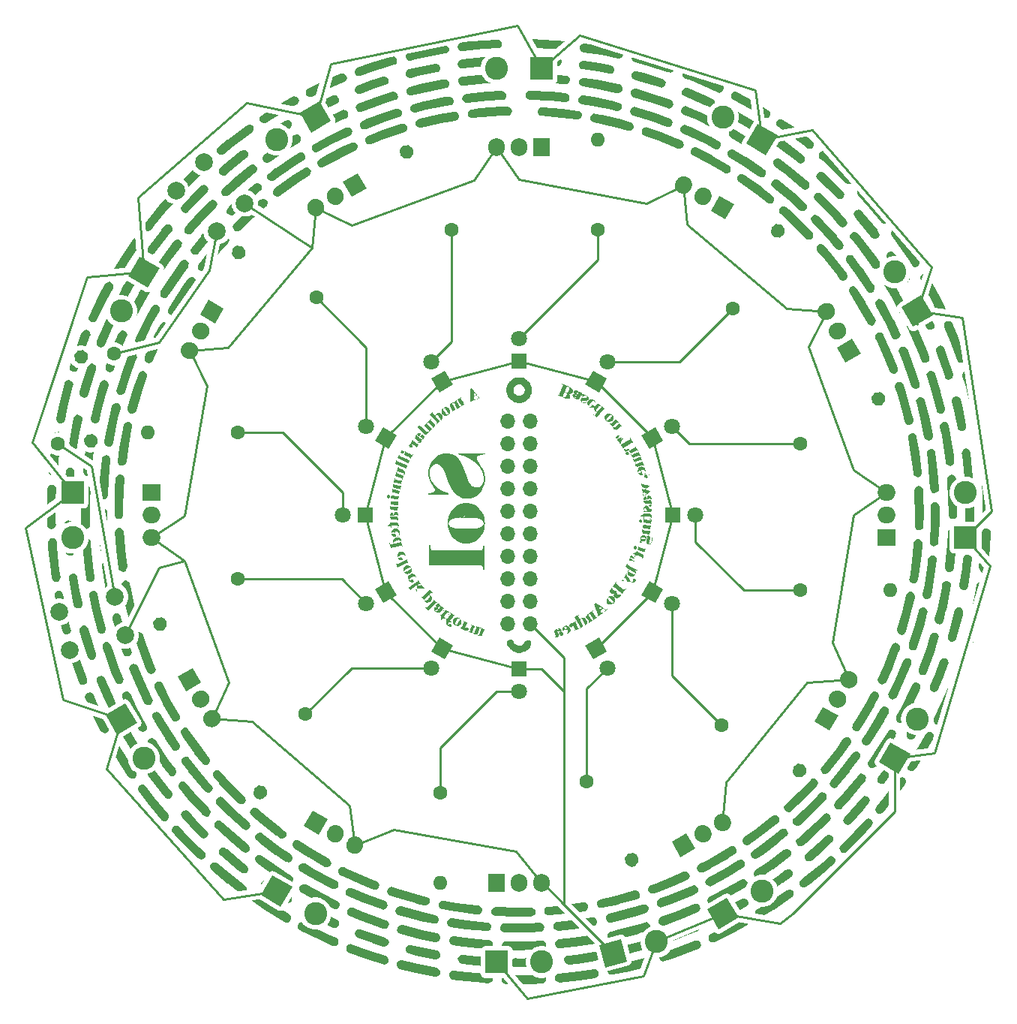
<source format=gbr>
%MOMM*%
%FSLAX46Y46*%
%IPPOS*%
%ADD10C,0.05*%
%ADD11C,0.05*%
%ADD12O,1.7X1.7*%
%ADD13C,1.6*%
%ADD14O,1.6X1.6*%
%ADD15C,0.1*%
%ADD16R,2X1.905*%
%ADD17O,2X1.905*%
%ADD18R,1.905X2*%
%ADD19O,1.905X2*%
%ADD20C,1.8*%
%ADD21R,1.8X1.8*%
%ADD22C,2.6*%
%ADD23R,2.6X2.6*%
%ADD24C,2*%
%ADD25C,0.25*%
%LPD*%
G01*
D10*
%LPD*%
G36*
X164025483Y-155756393D02*
G01*
X164195110Y-155860468D01*
X164310715Y-156022457D01*
X164353987Y-156216706D01*
X164318073Y-156412448D01*
X164208661Y-156578683D01*
X164043080Y-156689082D01*
X163879329Y-156725560D01*
X162630190Y-156788879D01*
X162609106Y-156789502D01*
X161294231Y-156800628D01*
X161285769Y-156800628D01*
X160851074Y-156796950D01*
X160656385Y-156755701D01*
X160493202Y-156641788D01*
X160387368Y-156473252D01*
X160355647Y-156276787D01*
X160403061Y-156083507D01*
X160522102Y-155924026D01*
X160693916Y-155823602D01*
X160859535Y-155796860D01*
X161290000Y-155800503D01*
X162590094Y-155789503D01*
X163828698Y-155726718D01*
G37*
G36*
X157410904Y-155658773D02*
G01*
X157882995Y-155682703D01*
X158075771Y-155732126D01*
X158234005Y-155852819D01*
X158332636Y-156025668D01*
X158356044Y-156223297D01*
X158300521Y-156414405D01*
X158174860Y-156568724D01*
X157998964Y-156661813D01*
X157832364Y-156681546D01*
X157347644Y-156656975D01*
X157322435Y-156655057D01*
X154820272Y-156400949D01*
X154630241Y-156341846D01*
X154478309Y-156213310D01*
X154388539Y-156035697D01*
X154375150Y-155837138D01*
X154440261Y-155649080D01*
X154573560Y-155501309D01*
X154753936Y-155417229D01*
X154921321Y-155405942D01*
G37*
G36*
X169939360Y-155100159D02*
G01*
X170118615Y-155186603D01*
X170249960Y-155336114D01*
X170312593Y-155525011D01*
X170296594Y-155723377D01*
X170204497Y-155899794D01*
X170050888Y-156026322D01*
X169891649Y-156079122D01*
X167848761Y-156391268D01*
X167823754Y-156394447D01*
X166894755Y-156488792D01*
X166696721Y-156469099D01*
X166522051Y-156373731D01*
X166398407Y-156217791D01*
X166345373Y-156025978D01*
X166371348Y-155828670D01*
X166472218Y-155657118D01*
X166632008Y-155538492D01*
X166793706Y-155493784D01*
X167710163Y-155400713D01*
X169740586Y-155090471D01*
G37*
G36*
X149102411Y-154307819D02*
G01*
X149907614Y-154514988D01*
X152008037Y-154944797D01*
X152191170Y-155022692D01*
X152329420Y-155165842D01*
X152400891Y-155351575D01*
X152394265Y-155550475D01*
X152310590Y-155731039D01*
X152163119Y-155864670D01*
X151975209Y-155930204D01*
X151807537Y-155924618D01*
X149694866Y-155492303D01*
X149670514Y-155486682D01*
X148853207Y-155276399D01*
X148674195Y-155189451D01*
X148543270Y-155039573D01*
X148481167Y-154850500D01*
X148497723Y-154652180D01*
X148590315Y-154476022D01*
X148744278Y-154349925D01*
X148935228Y-154293862D01*
G37*
G36*
X175899363Y-153800398D02*
G01*
X176051566Y-153928613D01*
X176141711Y-154106037D01*
X176155519Y-154304567D01*
X176090805Y-154492761D01*
X175957818Y-154640813D01*
X175808251Y-154716805D01*
X175372472Y-154852346D01*
X175348556Y-154859137D01*
X172909486Y-155486682D01*
X172885134Y-155492303D01*
X172860156Y-155497414D01*
X172661146Y-155497717D01*
X172477777Y-155420380D01*
X172339093Y-155277651D01*
X172267056Y-155092136D01*
X172273077Y-154893217D01*
X172356203Y-154712399D01*
X172503266Y-154578320D01*
X172659654Y-154517593D01*
X172672388Y-154514988D01*
X175087310Y-153893656D01*
X175511216Y-153761807D01*
X175709207Y-153741697D01*
G37*
G36*
X143425900Y-152535045D02*
G01*
X145126067Y-153157559D01*
X146238592Y-153503591D01*
X146413061Y-153599327D01*
X146536375Y-153755528D01*
X146589004Y-153947453D01*
X146562612Y-154144705D01*
X146461380Y-154316044D01*
X146301340Y-154434332D01*
X146107840Y-154480836D01*
X145941557Y-154458588D01*
X144817226Y-154108885D01*
X144793809Y-154100961D01*
X143082031Y-153474196D01*
X142912506Y-153369953D01*
X142797062Y-153207849D01*
X142753983Y-153013558D01*
X142790091Y-152817851D01*
X142899667Y-152651725D01*
X143065358Y-152541490D01*
X143260920Y-152504606D01*
G37*
G36*
X181495942Y-151744648D02*
G01*
X181660027Y-151857258D01*
X181767199Y-152024946D01*
X181800484Y-152221153D01*
X181754609Y-152414804D01*
X181636842Y-152575227D01*
X181495482Y-152665573D01*
X180147395Y-153235766D01*
X180124529Y-153244781D01*
X178681553Y-153773126D01*
X178484798Y-153802996D01*
X178291973Y-153753765D01*
X178133620Y-153633228D01*
X178034817Y-153460477D01*
X178011213Y-153262871D01*
X178066547Y-153071709D01*
X178192055Y-152917265D01*
X178337684Y-152833975D01*
X179769117Y-152309857D01*
X181105881Y-151744453D01*
X181300931Y-151704951D01*
G37*
G36*
X138019917Y-150114344D02*
G01*
X138347439Y-150292264D01*
X140550290Y-151353707D01*
X140673377Y-151405768D01*
X140837575Y-151518214D01*
X140944914Y-151685795D01*
X140978395Y-151881969D01*
X140932714Y-152075665D01*
X140815107Y-152236206D01*
X140644200Y-152338166D01*
X140447062Y-152365396D01*
X140283776Y-152326888D01*
X140149431Y-152270064D01*
X140127162Y-152259997D01*
X137902348Y-151187972D01*
X137880714Y-151176892D01*
X137542510Y-150993169D01*
X137390037Y-150865274D01*
X137299519Y-150688042D01*
X137285291Y-150489541D01*
X137349608Y-150301211D01*
X137482283Y-150152878D01*
X137662302Y-150068038D01*
X137861155Y-150060125D01*
G37*
G36*
X186796263Y-149050433D02*
G01*
X186974973Y-149138000D01*
X187105378Y-149288331D01*
X187166826Y-149477617D01*
X187149584Y-149675878D01*
X187056383Y-149851715D01*
X186929655Y-149961646D01*
X186883508Y-149989686D01*
X186862542Y-150001741D01*
X184699286Y-151176892D01*
X184677652Y-151187972D01*
X184241146Y-151398302D01*
X184048258Y-151447287D01*
X183851541Y-151417165D01*
X183682150Y-151312706D01*
X183566914Y-151150455D01*
X183524082Y-150956108D01*
X183560441Y-150760448D01*
X183670230Y-150594461D01*
X183807007Y-150497317D01*
X184232561Y-150292264D01*
X186374507Y-149128689D01*
X186410316Y-149106931D01*
X186597554Y-149039500D01*
G37*
G36*
X132768148Y-146981663D02*
G01*
X132920945Y-147050930D01*
X134127622Y-147866144D01*
X135426668Y-148655464D01*
X135572779Y-148790581D01*
X135654623Y-148971982D01*
X135659237Y-149170939D01*
X135585890Y-149355940D01*
X135446199Y-149497684D01*
X135262288Y-149573722D01*
X135063285Y-149572011D01*
X134907330Y-149510180D01*
X133597992Y-148714606D01*
X133577722Y-148701612D01*
X132361068Y-147879657D01*
X132221630Y-147737664D01*
X132148613Y-147552533D01*
X132153581Y-147353585D01*
X132235748Y-147172329D01*
X132382100Y-147037473D01*
X132569458Y-146970376D01*
G37*
G36*
X191938361Y-145803732D02*
G01*
X192082593Y-145940853D01*
X192161924Y-146123367D01*
X192163791Y-146322368D01*
X192087896Y-146506339D01*
X191972304Y-146627926D01*
X191052374Y-147315900D01*
X191032825Y-147329801D01*
X189498508Y-148366365D01*
X189314733Y-148442731D01*
X189115728Y-148441375D01*
X188933011Y-148362511D01*
X188795520Y-148218632D01*
X188725033Y-148032523D01*
X188732712Y-147833661D01*
X188817342Y-147653542D01*
X188938632Y-147537638D01*
X190463007Y-146507790D01*
X191373329Y-145827002D01*
X191553231Y-145741911D01*
X191752072Y-145733722D01*
G37*
G36*
X128083177Y-143348046D02*
G01*
X128224494Y-143438459D01*
X128310170Y-143516329D01*
X130176784Y-145056796D01*
X130510417Y-145306305D01*
X130642885Y-145454821D01*
X130706941Y-145643241D01*
X130692437Y-145841722D01*
X130601673Y-146018828D01*
X130449022Y-146146511D01*
X130258662Y-146204546D01*
X130060742Y-146183743D01*
X129911442Y-146107229D01*
X129568229Y-145850555D01*
X129549423Y-145835776D01*
X127664374Y-144280096D01*
X127646331Y-144264467D01*
X127551819Y-144178566D01*
X127434128Y-144018086D01*
X127388347Y-143824413D01*
X127421725Y-143628222D01*
X127528977Y-143460586D01*
X127693116Y-143348054D01*
X127888146Y-143308450D01*
G37*
G36*
X196492675Y-141928114D02*
G01*
X196649334Y-142050844D01*
X196745721Y-142224955D01*
X196766570Y-142422870D01*
X196708579Y-142613243D01*
X196605117Y-142745307D01*
X194933669Y-144264467D01*
X194915626Y-144280096D01*
X194343570Y-144752198D01*
X194167944Y-144845794D01*
X193969721Y-144863482D01*
X193780298Y-144802460D01*
X193629674Y-144672393D01*
X193541706Y-144493881D01*
X193530326Y-144295196D01*
X193597336Y-144107807D01*
X193706982Y-143980832D01*
X194269830Y-143516329D01*
X195932443Y-142005199D01*
X196103403Y-141903328D01*
X196300555Y-141876201D01*
G37*
G36*
X123849736Y-139164505D02*
G01*
X123981799Y-139267966D01*
X124810438Y-140179672D01*
X126043993Y-141413227D01*
X126153899Y-141579136D01*
X126190395Y-141774771D01*
X126147701Y-141969147D01*
X126032578Y-142131480D01*
X125863261Y-142236058D01*
X125666565Y-142266319D01*
X125473643Y-142217470D01*
X125336798Y-142120422D01*
X124094808Y-140878432D01*
X124078352Y-140861172D01*
X123241692Y-139940641D01*
X123139821Y-139769681D01*
X123112693Y-139572529D01*
X123164606Y-139380409D01*
X123287337Y-139223749D01*
X123461448Y-139127362D01*
X123659363Y-139106513D01*
G37*
G36*
X200525697Y-137523722D02*
G01*
X200698261Y-137622852D01*
X200818498Y-137781433D01*
X200867364Y-137974351D01*
X200837121Y-138171049D01*
X200753555Y-138316520D01*
X200160096Y-139035626D01*
X200144467Y-139053669D01*
X198753543Y-140584026D01*
X198593063Y-140701717D01*
X198399390Y-140747498D01*
X198203199Y-140714120D01*
X198035563Y-140606868D01*
X197923031Y-140442729D01*
X197883427Y-140247699D01*
X197923023Y-140052668D01*
X198013436Y-139911351D01*
X199396330Y-138389829D01*
X199982189Y-137679932D01*
X200136870Y-137554717D01*
X200328137Y-137499745D01*
G37*
G36*
X120116528Y-134528798D02*
G01*
X120238115Y-134644390D01*
X121643204Y-136523216D01*
X122044417Y-137009373D01*
X122138013Y-137185000D01*
X122155700Y-137383222D01*
X122094678Y-137572646D01*
X121964611Y-137723270D01*
X121786099Y-137811238D01*
X121587414Y-137822618D01*
X121400026Y-137755607D01*
X121273050Y-137645961D01*
X120864224Y-137150577D01*
X120849445Y-137131771D01*
X119437191Y-135243365D01*
X119352100Y-135063464D01*
X119343911Y-134864622D01*
X119413921Y-134678333D01*
X119551042Y-134534101D01*
X119733557Y-134454770D01*
X119932558Y-134452903D01*
G37*
G36*
X204050443Y-132693159D02*
G01*
X204231699Y-132775326D01*
X204366554Y-132921678D01*
X204433652Y-133109036D01*
X204422364Y-133307725D01*
X204353098Y-133460523D01*
X203209801Y-135152825D01*
X203195900Y-135172374D01*
X202622112Y-135939619D01*
X202473596Y-136072087D01*
X202285176Y-136136142D01*
X202086695Y-136121639D01*
X201909589Y-136030874D01*
X201781906Y-135878224D01*
X201723871Y-135687864D01*
X201744674Y-135489944D01*
X201821188Y-135340644D01*
X202387790Y-134583007D01*
X203524371Y-132900646D01*
X203666364Y-132761208D01*
X203851495Y-132688191D01*
G37*
G36*
X116822032Y-129387585D02*
G01*
X116993157Y-129489178D01*
X117096833Y-129621074D01*
X117571311Y-130494508D01*
X118600610Y-132188508D01*
X118668041Y-132375745D01*
X118657108Y-132574455D01*
X118569541Y-132753164D01*
X118419210Y-132883570D01*
X118229924Y-132945017D01*
X118031662Y-132927775D01*
X117855826Y-132834574D01*
X117745895Y-132707845D01*
X116710314Y-131003508D01*
X116698259Y-130982542D01*
X116218008Y-130098480D01*
X116159708Y-129908201D01*
X116180236Y-129710252D01*
X116276341Y-129535986D01*
X116432801Y-129413001D01*
X116624836Y-129360777D01*
G37*
G36*
X207141847Y-127528948D02*
G01*
X207296451Y-127654259D01*
X207389939Y-127829943D01*
X207407505Y-128028176D01*
X207361065Y-128189385D01*
X207067972Y-128797652D01*
X207056892Y-128819286D01*
X205946976Y-130862454D01*
X205819082Y-131014927D01*
X205641849Y-131105446D01*
X205443349Y-131119673D01*
X205255018Y-131055356D01*
X205106686Y-130922682D01*
X205021845Y-130742662D01*
X205013933Y-130543809D01*
X205068151Y-130385048D01*
X206172264Y-128352562D01*
X206460080Y-127755246D01*
X206580414Y-127596739D01*
X206753039Y-127497715D01*
X206950614Y-127473859D01*
G37*
G36*
X114291820Y-123990413D02*
G01*
X114452244Y-124108181D01*
X114542590Y-124249541D01*
X115346293Y-126149710D01*
X115742517Y-126972008D01*
X115791502Y-127164895D01*
X115761380Y-127361613D01*
X115656921Y-127531004D01*
X115494670Y-127646240D01*
X115300323Y-127689071D01*
X115104663Y-127652713D01*
X114938676Y-127542924D01*
X114841532Y-127406147D01*
X114440003Y-126572838D01*
X114429936Y-126550569D01*
X113621470Y-124639142D01*
X113581967Y-124444092D01*
X113621665Y-124249081D01*
X113734275Y-124084996D01*
X113901963Y-123977824D01*
X114098170Y-123944539D01*
G37*
G36*
X209435874Y-121986707D02*
G01*
X209602000Y-122096284D01*
X209712235Y-122261974D01*
X209749118Y-122457537D01*
X209718680Y-122622517D01*
X209124781Y-124244529D01*
X209115766Y-124267395D01*
X208619845Y-125439883D01*
X208507399Y-125604080D01*
X208339818Y-125711420D01*
X208143644Y-125744901D01*
X207949948Y-125699220D01*
X207789407Y-125581613D01*
X207687447Y-125410706D01*
X207660217Y-125213567D01*
X207698725Y-125050282D01*
X208189857Y-123889117D01*
X208779529Y-122278648D01*
X208883771Y-122109123D01*
X209045875Y-121993679D01*
X209240167Y-121950600D01*
G37*
G36*
X112449290Y-118341343D02*
G01*
X112590550Y-118481524D01*
X112659014Y-118634683D01*
X112806344Y-119207309D01*
X113514456Y-121483960D01*
X113534566Y-121681951D01*
X113475865Y-121872107D01*
X113347649Y-122024310D01*
X113170226Y-122114454D01*
X112971696Y-122128263D01*
X112783502Y-122063549D01*
X112635450Y-121930562D01*
X112559458Y-121780995D01*
X111847654Y-119492472D01*
X111840863Y-119468556D01*
X111690434Y-118883888D01*
X111680189Y-118685142D01*
X111748268Y-118498138D01*
X111883890Y-118352496D01*
X112065574Y-118271281D01*
X112264545Y-118267356D01*
G37*
G36*
X211041494Y-116206638D02*
G01*
X211222058Y-116290313D01*
X211355690Y-116437783D01*
X211421223Y-116625694D01*
X211415637Y-116793366D01*
X211372303Y-117005134D01*
X211366682Y-117029486D01*
X210739137Y-119468556D01*
X210732346Y-119492472D01*
X210653430Y-119746194D01*
X210557693Y-119920663D01*
X210401493Y-120043977D01*
X210209568Y-120096606D01*
X210012316Y-120070215D01*
X209840977Y-119968982D01*
X209722688Y-119808942D01*
X209676185Y-119615442D01*
X209698433Y-119449159D01*
X209773656Y-119207310D01*
X210394988Y-116792387D01*
X210435816Y-116592865D01*
X210513711Y-116409733D01*
X210656861Y-116271483D01*
X210842594Y-116200011D01*
G37*
G36*
X111093666Y-112407721D02*
G01*
X111270083Y-112499818D01*
X111396611Y-112653427D01*
X111449410Y-112812666D01*
X111681605Y-114332296D01*
X111969886Y-115741094D01*
X111970189Y-115940103D01*
X111892852Y-116123472D01*
X111750123Y-116262156D01*
X111564608Y-116334193D01*
X111365689Y-116328171D01*
X111184871Y-116245046D01*
X111050791Y-116097982D01*
X110990065Y-115941594D01*
X110699266Y-114520493D01*
X110694851Y-114495774D01*
X110460760Y-112963729D01*
X110470447Y-112764955D01*
X110556892Y-112585700D01*
X110706403Y-112454355D01*
X110895300Y-112391722D01*
G37*
G36*
X212144916Y-110344010D02*
G01*
X212292687Y-110477310D01*
X212376768Y-110657686D01*
X212388055Y-110825070D01*
X212274447Y-111943754D01*
X212271268Y-111968761D01*
X211987920Y-113823176D01*
X211919316Y-114009987D01*
X211783286Y-114155249D01*
X211601375Y-114235954D01*
X211402393Y-114239320D01*
X211217856Y-114164815D01*
X211076991Y-114024238D01*
X211002107Y-113839854D01*
X210999269Y-113672113D01*
X211280713Y-111830163D01*
X211393048Y-110724022D01*
X211452150Y-110533990D01*
X211580687Y-110382058D01*
X211758300Y-110292289D01*
X211956859Y-110278899D01*
G37*
G36*
X110606504Y-106451231D02*
G01*
X110772739Y-106560643D01*
X110883137Y-106726224D01*
X110919616Y-106889975D01*
X111041227Y-109289096D01*
X111099109Y-109859049D01*
X111079417Y-110057082D01*
X110984049Y-110231753D01*
X110828109Y-110355397D01*
X110636295Y-110408431D01*
X110438988Y-110382456D01*
X110267436Y-110281585D01*
X110148809Y-110121795D01*
X110104102Y-109960097D01*
X110044943Y-109377565D01*
X110043025Y-109352357D01*
X109920773Y-106940606D01*
X109950449Y-106743821D01*
X110054523Y-106574194D01*
X110216513Y-106458589D01*
X110410761Y-106415317D01*
G37*
G36*
X212381007Y-104328862D02*
G01*
X212542479Y-104445187D01*
X212645797Y-104615277D01*
X212675337Y-104780420D01*
X212680628Y-105405769D01*
X212680628Y-105414231D01*
X212669502Y-106729106D01*
X212668879Y-106750190D01*
X212615212Y-107808913D01*
X212565790Y-108001689D01*
X212445096Y-108159923D01*
X212272247Y-108258555D01*
X212074618Y-108281962D01*
X211883511Y-108226439D01*
X211729192Y-108100778D01*
X211636102Y-107924882D01*
X211616370Y-107758282D01*
X211669503Y-106710094D01*
X211680503Y-105410000D01*
X211675247Y-104788882D01*
X211713196Y-104593524D01*
X211824331Y-104428436D01*
X211991052Y-104319766D01*
X212186953Y-104284725D01*
G37*
G36*
X110854880Y-100490625D02*
G01*
X111002651Y-100623925D01*
X111086732Y-100804301D01*
X111098019Y-100971685D01*
X111041227Y-101530904D01*
X110919069Y-103940800D01*
X110869647Y-104133576D01*
X110748953Y-104291810D01*
X110576104Y-104390441D01*
X110378475Y-104413849D01*
X110187368Y-104358326D01*
X110033049Y-104232665D01*
X109939959Y-104056769D01*
X109920227Y-103890169D01*
X110043025Y-101467643D01*
X110044943Y-101442435D01*
X110103012Y-100870636D01*
X110162114Y-100680605D01*
X110290651Y-100528673D01*
X110468264Y-100438903D01*
X110666823Y-100425514D01*
G37*
G36*
X211896446Y-98321438D02*
G01*
X212072864Y-98413535D01*
X212199391Y-98567144D01*
X212252191Y-98726383D01*
X212271268Y-98851239D01*
X212274447Y-98876246D01*
X212535057Y-101442435D01*
X212536975Y-101467644D01*
X212551893Y-101761948D01*
X212522218Y-101958733D01*
X212418143Y-102128361D01*
X212256154Y-102243965D01*
X212061905Y-102287237D01*
X211866162Y-102251323D01*
X211699928Y-102141911D01*
X211589529Y-101976330D01*
X211553051Y-101812579D01*
X211538773Y-101530904D01*
X211280713Y-98989837D01*
X211263540Y-98877446D01*
X211273228Y-98678672D01*
X211359672Y-98499417D01*
X211509183Y-98368072D01*
X211698080Y-98305439D01*
G37*
G36*
X111593580Y-94502748D02*
G01*
X111774145Y-94586423D01*
X111907776Y-94733894D01*
X111973309Y-94921805D01*
X111967723Y-95089476D01*
X111681605Y-96487704D01*
X111447781Y-98017999D01*
X111379177Y-98204810D01*
X111243147Y-98350072D01*
X111061236Y-98430777D01*
X110862254Y-98434143D01*
X110677717Y-98359638D01*
X110536851Y-98219061D01*
X110461968Y-98034677D01*
X110459130Y-97866936D01*
X110694851Y-96324226D01*
X110699266Y-96299507D01*
X110987902Y-94888976D01*
X111065797Y-94705844D01*
X111208947Y-94567594D01*
X111394680Y-94496122D01*
G37*
G36*
X210899168Y-92495220D02*
G01*
X211040427Y-92635401D01*
X211108891Y-92788560D01*
X211366682Y-93790514D01*
X211372303Y-93814866D01*
X211766395Y-95740747D01*
X211766698Y-95939757D01*
X211689361Y-96123125D01*
X211546632Y-96261810D01*
X211361117Y-96333846D01*
X211162198Y-96327825D01*
X210981380Y-96244700D01*
X210847300Y-96097636D01*
X210786574Y-95941248D01*
X210394988Y-94027614D01*
X210140311Y-93037765D01*
X210130066Y-92839018D01*
X210198145Y-92652015D01*
X210333767Y-92506373D01*
X210515451Y-92425157D01*
X210714422Y-92421233D01*
G37*
G36*
X113197369Y-88725287D02*
G01*
X113368707Y-88826519D01*
X113486996Y-88986559D01*
X113533500Y-89180060D01*
X113511252Y-89346342D01*
X112806344Y-91612690D01*
X112656326Y-92195765D01*
X112569378Y-92374777D01*
X112419500Y-92505702D01*
X112230427Y-92567805D01*
X112032107Y-92551249D01*
X111855949Y-92458657D01*
X111729853Y-92304694D01*
X111673789Y-92113744D01*
X111687746Y-91946561D01*
X111840863Y-91351444D01*
X111847654Y-91327528D01*
X112556254Y-89049307D01*
X112651991Y-88874838D01*
X112808191Y-88751524D01*
X113000116Y-88698895D01*
G37*
G36*
X209050908Y-86751858D02*
G01*
X209205351Y-86877366D01*
X209288642Y-87022994D01*
X209980961Y-88913809D01*
X209988885Y-88937226D01*
X210281962Y-89879499D01*
X210302073Y-90077491D01*
X210243372Y-90267646D01*
X210115156Y-90419849D01*
X209937733Y-90509994D01*
X209739203Y-90523803D01*
X209551008Y-90459089D01*
X209402956Y-90326101D01*
X209326965Y-90176535D01*
X209037559Y-89246067D01*
X208349491Y-87366864D01*
X208319620Y-87170108D01*
X208368852Y-86977284D01*
X208489389Y-86818930D01*
X208662140Y-86720127D01*
X208859745Y-86696524D01*
G37*
G36*
X115518616Y-83197274D02*
G01*
X115673220Y-83322585D01*
X115766708Y-83498269D01*
X115784274Y-83696502D01*
X115737834Y-83857711D01*
X115346294Y-84670289D01*
X114538387Y-86580396D01*
X114425940Y-86744593D01*
X114258360Y-86851933D01*
X114062186Y-86885413D01*
X113868490Y-86839732D01*
X113707948Y-86722125D01*
X113605988Y-86551218D01*
X113578758Y-86354080D01*
X113617267Y-86190795D01*
X114429936Y-84269431D01*
X114440003Y-84247162D01*
X114836849Y-83423572D01*
X114957183Y-83265065D01*
X115129808Y-83166041D01*
X115327383Y-83142185D01*
G37*
G36*
X206507357Y-81261485D02*
G01*
X206678482Y-81363079D01*
X206782158Y-81494974D01*
X207056892Y-82000714D01*
X207067972Y-82022348D01*
X208120554Y-84206810D01*
X208169539Y-84399697D01*
X208139416Y-84596415D01*
X208034957Y-84765806D01*
X207872706Y-84881042D01*
X207678360Y-84923873D01*
X207482699Y-84887515D01*
X207316713Y-84777726D01*
X207219569Y-84640949D01*
X206172264Y-82467439D01*
X205903333Y-81972381D01*
X205845033Y-81782102D01*
X205865561Y-81584153D01*
X205961665Y-81409887D01*
X206118126Y-81286902D01*
X206310161Y-81234678D01*
G37*
G36*
X118440768Y-77962153D02*
G01*
X118582512Y-78101844D01*
X118658550Y-78285755D01*
X118656839Y-78484758D01*
X118595008Y-78640713D01*
X117571311Y-80325492D01*
X117091683Y-81208407D01*
X116963788Y-81360880D01*
X116786556Y-81451398D01*
X116588055Y-81465626D01*
X116399725Y-81401309D01*
X116251392Y-81268634D01*
X116166552Y-81088615D01*
X116158639Y-80889762D01*
X116212858Y-80731000D01*
X116698259Y-79837458D01*
X116710314Y-79816492D01*
X117740292Y-78121375D01*
X117875409Y-77975264D01*
X118056810Y-77893420D01*
X118255767Y-77888806D01*
G37*
G36*
X203356901Y-76117163D02*
G01*
X203537020Y-76201793D01*
X203652924Y-76323083D01*
X204581612Y-77697722D01*
X204594606Y-77717992D01*
X205291175Y-78864390D01*
X205358606Y-79051628D01*
X205347673Y-79250338D01*
X205260106Y-79429047D01*
X205109775Y-79559453D01*
X204920489Y-79620900D01*
X204722227Y-79603658D01*
X204546391Y-79510457D01*
X204436459Y-79383728D01*
X203746144Y-78247622D01*
X202824197Y-76882959D01*
X202747831Y-76699185D01*
X202749187Y-76500179D01*
X202828050Y-76317462D01*
X202971930Y-76179971D01*
X203158039Y-76109484D01*
G37*
G36*
X121809691Y-73026150D02*
G01*
X121982255Y-73125280D01*
X122102492Y-73283861D01*
X122151358Y-73476779D01*
X122121115Y-73673477D01*
X122037549Y-73818948D01*
X121643205Y-74296783D01*
X120231654Y-76184250D01*
X120083137Y-76316718D01*
X119894718Y-76380774D01*
X119696237Y-76366270D01*
X119519130Y-76275506D01*
X119391448Y-76122855D01*
X119333412Y-75932495D01*
X119354215Y-75734575D01*
X119430730Y-75585275D01*
X120849445Y-73688229D01*
X120864223Y-73669423D01*
X121266183Y-73182360D01*
X121420864Y-73057145D01*
X121612131Y-73002173D01*
G37*
G36*
X199798267Y-71427266D02*
G01*
X199930330Y-71530727D01*
X200144467Y-71766331D01*
X200160096Y-71784374D01*
X201715776Y-73669422D01*
X201730555Y-73688229D01*
X201873042Y-73878757D01*
X201958133Y-74058658D01*
X201966322Y-74257500D01*
X201896312Y-74443789D01*
X201759191Y-74588021D01*
X201576677Y-74667352D01*
X201377675Y-74669218D01*
X201193705Y-74593324D01*
X201072118Y-74477732D01*
X200936795Y-74296783D01*
X199396329Y-72430170D01*
X199190223Y-72203403D01*
X199088352Y-72032443D01*
X199061224Y-71835290D01*
X199113137Y-71643170D01*
X199235868Y-71486511D01*
X199409978Y-71390124D01*
X199607893Y-71369275D01*
G37*
G36*
X125885089Y-68603499D02*
G01*
X126047422Y-68718621D01*
X126152000Y-68887939D01*
X126182261Y-69084635D01*
X126133412Y-69277556D01*
X126036364Y-69414402D01*
X124810438Y-70640328D01*
X123974542Y-71560018D01*
X123814062Y-71677708D01*
X123620390Y-71723490D01*
X123424199Y-71690111D01*
X123256562Y-71582859D01*
X123144030Y-71418720D01*
X123104426Y-71223691D01*
X123144022Y-71028659D01*
X123234435Y-70887343D01*
X124078352Y-69958828D01*
X124094808Y-69941568D01*
X125329169Y-68707207D01*
X125495078Y-68597301D01*
X125690713Y-68560805D01*
G37*
G36*
X195538233Y-67143043D02*
G01*
X195679550Y-67233456D01*
X196741172Y-68198352D01*
X196758432Y-68214808D01*
X197865605Y-69321981D01*
X197975511Y-69487889D01*
X198012007Y-69683524D01*
X197969313Y-69877901D01*
X197854190Y-70040233D01*
X197684873Y-70144812D01*
X197488177Y-70175073D01*
X197295256Y-70126224D01*
X197158410Y-70029176D01*
X196059672Y-68930438D01*
X195006875Y-67973563D01*
X194889184Y-67813082D01*
X194843403Y-67619410D01*
X194876781Y-67423219D01*
X194984033Y-67255583D01*
X195148172Y-67143051D01*
X195343202Y-67103447D01*
G37*
G36*
X130467834Y-64695963D02*
G01*
X130612066Y-64833084D01*
X130691397Y-65015598D01*
X130693264Y-65214599D01*
X130617369Y-65398570D01*
X130501777Y-65520157D01*
X130176783Y-65763205D01*
X128310170Y-67303671D01*
X128216510Y-67388797D01*
X128045550Y-67490668D01*
X127848397Y-67517796D01*
X127656277Y-67465883D01*
X127499618Y-67343153D01*
X127403231Y-67169042D01*
X127382382Y-66971127D01*
X127440373Y-66780754D01*
X127543835Y-66648690D01*
X127646330Y-66555533D01*
X127664374Y-66539904D01*
X129549423Y-64984223D01*
X129568229Y-64969445D01*
X129902802Y-64719233D01*
X130082703Y-64634142D01*
X130281545Y-64625953D01*
G37*
G36*
X190795497Y-63363825D02*
G01*
X190948295Y-63433091D01*
X191032825Y-63490199D01*
X191052374Y-63504100D01*
X193011771Y-64969445D01*
X193030577Y-64984223D01*
X193378911Y-65271693D01*
X193504126Y-65426374D01*
X193559098Y-65617641D01*
X193535120Y-65815202D01*
X193435991Y-65987765D01*
X193277409Y-66108002D01*
X193084492Y-66156869D01*
X192887793Y-66126626D01*
X192742323Y-66043060D01*
X192403216Y-65763204D01*
X190463007Y-64312210D01*
X190388418Y-64261818D01*
X190248980Y-64119825D01*
X190175962Y-63934694D01*
X190180931Y-63735746D01*
X190263098Y-63554491D01*
X190409450Y-63419635D01*
X190596807Y-63352537D01*
G37*
G36*
X135284057Y-61258925D02*
G01*
X135462767Y-61346492D01*
X135593172Y-61496823D01*
X135654620Y-61686109D01*
X135637377Y-61884370D01*
X135544176Y-62060207D01*
X135417448Y-62170138D01*
X134127622Y-62953855D01*
X132912005Y-63775110D01*
X132728230Y-63851476D01*
X132529225Y-63850120D01*
X132346507Y-63771256D01*
X132209017Y-63627376D01*
X132138530Y-63441268D01*
X132146209Y-63242406D01*
X132230838Y-63062287D01*
X132352128Y-62946383D01*
X133577722Y-62118388D01*
X133597992Y-62105394D01*
X134898110Y-61315423D01*
X135085348Y-61247991D01*
G37*
G36*
X185810944Y-60246997D02*
G01*
X186862542Y-60818259D01*
X186883508Y-60830314D01*
X188424905Y-61766890D01*
X188571017Y-61902006D01*
X188652861Y-62083408D01*
X188657474Y-62282365D01*
X188584127Y-62467365D01*
X188444436Y-62609109D01*
X188260525Y-62685147D01*
X188061522Y-62683437D01*
X187905568Y-62621605D01*
X186374508Y-61691311D01*
X185333538Y-61125822D01*
X185181065Y-60997928D01*
X185090546Y-60820695D01*
X185076319Y-60622194D01*
X185140635Y-60433864D01*
X185273310Y-60285532D01*
X185453330Y-60200691D01*
X185652182Y-60192778D01*
G37*
G36*
X140663900Y-58497510D02*
G01*
X140827985Y-58610120D01*
X140935157Y-58777808D01*
X140968442Y-58974015D01*
X140922568Y-59167665D01*
X140804801Y-59328089D01*
X140663440Y-59418435D01*
X140550289Y-59466294D01*
X138347438Y-60527736D01*
X138010436Y-60710806D01*
X137820157Y-60769106D01*
X137622209Y-60748578D01*
X137447942Y-60652473D01*
X137324957Y-60496013D01*
X137272733Y-60303978D01*
X137299541Y-60106781D01*
X137401135Y-59935657D01*
X137533030Y-59831981D01*
X137880714Y-59643108D01*
X137902348Y-59632028D01*
X140127162Y-58560003D01*
X140149431Y-58549936D01*
X140273840Y-58497315D01*
X140468890Y-58457812D01*
G37*
G36*
X180343543Y-57667198D02*
G01*
X182430569Y-58549936D01*
X182452838Y-58560003D01*
X183114387Y-58878770D01*
X183272894Y-58999104D01*
X183371918Y-59171729D01*
X183395774Y-59369304D01*
X183340684Y-59560537D01*
X183215374Y-59715141D01*
X183039690Y-59808629D01*
X182841457Y-59826195D01*
X182680248Y-59779754D01*
X182029711Y-59466294D01*
X179953942Y-58588317D01*
X179789744Y-58475871D01*
X179682405Y-58308290D01*
X179648924Y-58112117D01*
X179694605Y-57918421D01*
X179812212Y-57757879D01*
X179983119Y-57655919D01*
X180180257Y-57628689D01*
G37*
G36*
X146319402Y-56403207D02*
G01*
X146471605Y-56531422D01*
X146561749Y-56708845D01*
X146575558Y-56907376D01*
X146510844Y-57095570D01*
X146377857Y-57243622D01*
X146228290Y-57319614D01*
X145126067Y-57662441D01*
X143415769Y-58288665D01*
X143219013Y-58318535D01*
X143026189Y-58269304D01*
X142867835Y-58148767D01*
X142769032Y-57976016D01*
X142745429Y-57778410D01*
X142800763Y-57587248D01*
X142926271Y-57432804D01*
X143071899Y-57349514D01*
X144793809Y-56719038D01*
X144817226Y-56711115D01*
X145931254Y-56364616D01*
X146129246Y-56344506D01*
G37*
G36*
X174579241Y-55762927D02*
G01*
X175348556Y-55960863D01*
X175372472Y-55967654D01*
X177478937Y-56622833D01*
X177653406Y-56718569D01*
X177776721Y-56874770D01*
X177829350Y-57066695D01*
X177802958Y-57263947D01*
X177701726Y-57435286D01*
X177541685Y-57553574D01*
X177348185Y-57600078D01*
X177181902Y-57577830D01*
X175087310Y-56926344D01*
X174330037Y-56731506D01*
X174151025Y-56644559D01*
X174020100Y-56494680D01*
X173957997Y-56305608D01*
X173974553Y-56107288D01*
X174067145Y-55931130D01*
X174221108Y-55805033D01*
X174412058Y-55748970D01*
G37*
G36*
X152179345Y-54974580D02*
G01*
X152318030Y-55117309D01*
X152390066Y-55302824D01*
X152384045Y-55501742D01*
X152300919Y-55682561D01*
X152153856Y-55816640D01*
X151997467Y-55877366D01*
X149907614Y-56305012D01*
X149091963Y-56514870D01*
X148893216Y-56525115D01*
X148706213Y-56457036D01*
X148560571Y-56321414D01*
X148479355Y-56139730D01*
X148475431Y-55940759D01*
X148549418Y-55756013D01*
X148689599Y-55614754D01*
X148842758Y-55546290D01*
X149670514Y-55333318D01*
X149694866Y-55327697D01*
X151796967Y-54897545D01*
X151995977Y-54897242D01*
G37*
G36*
X170375774Y-54814851D02*
G01*
X170400493Y-54819266D01*
X171634804Y-55071842D01*
X171817937Y-55149737D01*
X171956186Y-55292887D01*
X172027658Y-55478621D01*
X172021032Y-55677520D01*
X171937357Y-55858085D01*
X171789886Y-55991716D01*
X171601975Y-56057250D01*
X171434304Y-56051664D01*
X170212296Y-55801605D01*
X168504193Y-55540612D01*
X168317382Y-55472008D01*
X168172120Y-55335978D01*
X168091416Y-55154067D01*
X168088049Y-54955086D01*
X168162555Y-54770549D01*
X168303132Y-54629683D01*
X168487516Y-54554799D01*
X168655256Y-54551961D01*
G37*
G36*
X158018374Y-54168676D02*
G01*
X158188001Y-54272751D01*
X158303606Y-54434740D01*
X158346878Y-54628989D01*
X158310964Y-54824731D01*
X158201552Y-54990966D01*
X158035971Y-55101365D01*
X157872220Y-55137843D01*
X157410904Y-55161227D01*
X154910587Y-55415148D01*
X154712554Y-55395456D01*
X154537883Y-55300088D01*
X154414239Y-55144148D01*
X154361205Y-54952335D01*
X154387180Y-54755027D01*
X154488051Y-54583475D01*
X154647841Y-54464849D01*
X154809538Y-54420141D01*
X157322435Y-54164942D01*
X157347643Y-54163025D01*
X157821589Y-54139001D01*
G37*
G36*
X165232357Y-54163025D02*
G01*
X165257565Y-54164942D01*
X165650413Y-54204838D01*
X165840444Y-54263941D01*
X165992376Y-54392477D01*
X166082146Y-54570090D01*
X166095535Y-54768650D01*
X166030424Y-54956707D01*
X165897125Y-55104478D01*
X165716749Y-55188558D01*
X165549364Y-55199846D01*
X165169097Y-55161227D01*
X162579559Y-55029963D01*
X162386784Y-54980541D01*
X162228549Y-54859847D01*
X162129918Y-54686998D01*
X162106510Y-54489369D01*
X162162034Y-54298261D01*
X162287694Y-54143943D01*
X162463590Y-54050853D01*
X162630190Y-54031121D01*
G37*
%LPD*%
G36*
X164019102Y-153826923D02*
G01*
X164188730Y-153930998D01*
X164304334Y-154092987D01*
X164347606Y-154287236D01*
X164311692Y-154482979D01*
X164202280Y-154649213D01*
X164036699Y-154759612D01*
X163872948Y-154796090D01*
X162580384Y-154861611D01*
X162559299Y-154862234D01*
X161294231Y-154872938D01*
X161285769Y-154872938D01*
X160020701Y-154862234D01*
X159999616Y-154861611D01*
X159823792Y-154852698D01*
X159631017Y-154803276D01*
X159472782Y-154682582D01*
X159374151Y-154509733D01*
X159350743Y-154312104D01*
X159406266Y-154120996D01*
X159531927Y-153966677D01*
X159707823Y-153873588D01*
X159874423Y-153853855D01*
X160039712Y-153862234D01*
X161290000Y-153872813D01*
X162540288Y-153862234D01*
X163822317Y-153797248D01*
G37*
G36*
X155115419Y-153488313D02*
G01*
X157559278Y-153736500D01*
X157876738Y-153752592D01*
X158069514Y-153802015D01*
X158227748Y-153922709D01*
X158326379Y-154095558D01*
X158349787Y-154293187D01*
X158294264Y-154484294D01*
X158168603Y-154638613D01*
X157992707Y-154731703D01*
X157826107Y-154751435D01*
X157496017Y-154734703D01*
X157470809Y-154732785D01*
X155001825Y-154482046D01*
X154976818Y-154478868D01*
X153802147Y-154299382D01*
X153615335Y-154230778D01*
X153470074Y-154094748D01*
X153389369Y-153912837D01*
X153386003Y-153713855D01*
X153460508Y-153529318D01*
X153601085Y-153388453D01*
X153785469Y-153313569D01*
X153953210Y-153310731D01*
G37*
G36*
X169930910Y-153151526D02*
G01*
X170110165Y-153237971D01*
X170241510Y-153387481D01*
X170304143Y-153576378D01*
X170288144Y-153774744D01*
X170196047Y-153951162D01*
X170042438Y-154077690D01*
X169883199Y-154130489D01*
X167603182Y-154478868D01*
X167578175Y-154482047D01*
X165892822Y-154653203D01*
X165694788Y-154633511D01*
X165520117Y-154538143D01*
X165396474Y-154382203D01*
X165343439Y-154190390D01*
X165369415Y-153993082D01*
X165470285Y-153821530D01*
X165630075Y-153702903D01*
X165791773Y-153658196D01*
X167464582Y-153488313D01*
X169732136Y-153141838D01*
G37*
G36*
X148137863Y-152069108D02*
G01*
X150343030Y-152636472D01*
X152007063Y-152976982D01*
X152190195Y-153054877D01*
X152328445Y-153198027D01*
X152399917Y-153383761D01*
X152393291Y-153582660D01*
X152309616Y-153763225D01*
X152162145Y-153896856D01*
X151974234Y-153962390D01*
X151806563Y-153956804D01*
X150130282Y-153613787D01*
X150105930Y-153608167D01*
X147888659Y-153037688D01*
X147709647Y-152950741D01*
X147578722Y-152800862D01*
X147516619Y-152611790D01*
X147533175Y-152413470D01*
X147625767Y-152237311D01*
X147779730Y-152111215D01*
X147970680Y-152055152D01*
G37*
G36*
X175875903Y-151788786D02*
G01*
X176028107Y-151917001D01*
X176118251Y-152094424D01*
X176132060Y-152292955D01*
X176067346Y-152481149D01*
X175934359Y-152629201D01*
X175784791Y-152705193D01*
X174844666Y-152997602D01*
X174820751Y-153004393D01*
X172474070Y-153608167D01*
X172449718Y-153613788D01*
X171868911Y-153732638D01*
X171669901Y-153732941D01*
X171486533Y-153655603D01*
X171347848Y-153512874D01*
X171275812Y-153327359D01*
X171281833Y-153128440D01*
X171364959Y-152947622D01*
X171512022Y-152813543D01*
X171668411Y-152752817D01*
X172236971Y-152636472D01*
X174559504Y-152038911D01*
X175487756Y-151750195D01*
X175685748Y-151730084D01*
G37*
G36*
X142550226Y-150106453D02*
G01*
X143517806Y-150515705D01*
X145744416Y-151330976D01*
X146249969Y-151488219D01*
X146424438Y-151583956D01*
X146547752Y-151740157D01*
X146600381Y-151932082D01*
X146573989Y-152129334D01*
X146472757Y-152300673D01*
X146312717Y-152418961D01*
X146119216Y-152465465D01*
X145952933Y-152443217D01*
X145435574Y-152282302D01*
X145412157Y-152274378D01*
X143162394Y-151450629D01*
X143139528Y-151441614D01*
X142160625Y-151027573D01*
X141996427Y-150915126D01*
X141889088Y-150747546D01*
X141855607Y-150551372D01*
X141901288Y-150357676D01*
X142018895Y-150197134D01*
X142189802Y-150095174D01*
X142386940Y-150067944D01*
G37*
G36*
X181449679Y-149671061D02*
G01*
X181613764Y-149783672D01*
X181720936Y-149951359D01*
X181754221Y-150147566D01*
X181708347Y-150341217D01*
X181590579Y-150501641D01*
X181449219Y-150591986D01*
X179440472Y-151441614D01*
X179417607Y-151450630D01*
X177709071Y-152076209D01*
X177512316Y-152106080D01*
X177319491Y-152056848D01*
X177161138Y-151936311D01*
X177062335Y-151763560D01*
X177038731Y-151565954D01*
X177094065Y-151374792D01*
X177219573Y-151220348D01*
X177365202Y-151137058D01*
X179062194Y-150515706D01*
X181059618Y-149670867D01*
X181254668Y-149631364D01*
G37*
G36*
X137212615Y-147482041D02*
G01*
X139225120Y-148575299D01*
X140743905Y-149307125D01*
X140902413Y-149427459D01*
X141001436Y-149600084D01*
X141025293Y-149797659D01*
X140970203Y-149988892D01*
X140844893Y-150143496D01*
X140669208Y-150236984D01*
X140470975Y-150254550D01*
X140309766Y-150208110D01*
X138780029Y-149471007D01*
X138758396Y-149459927D01*
X136735208Y-148360866D01*
X136582735Y-148232972D01*
X136492217Y-148055739D01*
X136477989Y-147857238D01*
X136542306Y-147668908D01*
X136674981Y-147520576D01*
X136855000Y-147435735D01*
X137053853Y-147427822D01*
G37*
G36*
X186689563Y-146859735D02*
G01*
X186868273Y-146947302D01*
X186998678Y-147097633D01*
X187060126Y-147286919D01*
X187042883Y-147485180D01*
X186949682Y-147661017D01*
X186822954Y-147770948D01*
X185923885Y-148317236D01*
X185902919Y-148329291D01*
X183821605Y-149459928D01*
X183799972Y-149471008D01*
X183277566Y-149722729D01*
X183084679Y-149771714D01*
X182887962Y-149741591D01*
X182718571Y-149637132D01*
X182603334Y-149474881D01*
X182560503Y-149280535D01*
X182596861Y-149084874D01*
X182706650Y-148918888D01*
X182843427Y-148821744D01*
X183354881Y-148575300D01*
X185414885Y-147456239D01*
X186303616Y-146916233D01*
X186490854Y-146848801D01*
G37*
G36*
X132120794Y-144138957D02*
G01*
X132270094Y-144215471D01*
X133233021Y-144935601D01*
X135166735Y-146241992D01*
X135522555Y-146458193D01*
X135668666Y-146593310D01*
X135750510Y-146774712D01*
X135755124Y-146973668D01*
X135681777Y-147158669D01*
X135542085Y-147300413D01*
X135358175Y-147376451D01*
X135159172Y-147374740D01*
X135003217Y-147312909D01*
X134637105Y-147090454D01*
X134616836Y-147077460D01*
X132663203Y-145757612D01*
X132643654Y-145743711D01*
X131671119Y-145016395D01*
X131538650Y-144867879D01*
X131474595Y-144679459D01*
X131489098Y-144480978D01*
X131579863Y-144303871D01*
X131732514Y-144176189D01*
X131922874Y-144118154D01*
G37*
G36*
X191770399Y-143522528D02*
G01*
X191914631Y-143659649D01*
X191993963Y-143842163D01*
X191995829Y-144041165D01*
X191919935Y-144225135D01*
X191804342Y-144346722D01*
X189936347Y-145743711D01*
X189916798Y-145757613D01*
X188534730Y-146691319D01*
X188350955Y-146767685D01*
X188151950Y-146766329D01*
X187969232Y-146687466D01*
X187831742Y-146543586D01*
X187761254Y-146357477D01*
X187768933Y-146158615D01*
X187853563Y-145978496D01*
X187974853Y-145862592D01*
X189346980Y-144935602D01*
X191205367Y-143545798D01*
X191385269Y-143460707D01*
X191584110Y-143452518D01*
G37*
G36*
X127609171Y-140292556D02*
G01*
X127746017Y-140389604D01*
X127850450Y-140494037D01*
X129571822Y-142058572D01*
X130712487Y-142999933D01*
X130837702Y-143154614D01*
X130892675Y-143345881D01*
X130868697Y-143543441D01*
X130769567Y-143716005D01*
X130610986Y-143836242D01*
X130418069Y-143885109D01*
X130221370Y-143854866D01*
X130075899Y-143771300D01*
X128926027Y-142822341D01*
X128907983Y-142806711D01*
X127168947Y-141226121D01*
X127151687Y-141209665D01*
X127038821Y-141096799D01*
X126928916Y-140930891D01*
X126892420Y-140735256D01*
X126935114Y-140540879D01*
X127050236Y-140378546D01*
X127219553Y-140273968D01*
X127416249Y-140243707D01*
G37*
G36*
X196180573Y-139495229D02*
G01*
X196342905Y-139610352D01*
X196447484Y-139779669D01*
X196477745Y-139976365D01*
X196428895Y-140169287D01*
X196331848Y-140306132D01*
X195428314Y-141209666D01*
X195411054Y-141226122D01*
X193672018Y-142806712D01*
X193653974Y-142822341D01*
X193366515Y-143059574D01*
X193190889Y-143153170D01*
X192992666Y-143170858D01*
X192803242Y-143109835D01*
X192652619Y-142979768D01*
X192564651Y-142801256D01*
X192553271Y-142602572D01*
X192620281Y-142415183D01*
X192729927Y-142288207D01*
X193008178Y-142058574D01*
X194729551Y-140494038D01*
X195624652Y-139598937D01*
X195790561Y-139489031D01*
X195986196Y-139452535D01*
G37*
G36*
X123592202Y-135901023D02*
G01*
X123719178Y-136010669D01*
X124641426Y-137128176D01*
X126205965Y-138849552D01*
X126331626Y-138975213D01*
X126441532Y-139141122D01*
X126478028Y-139336757D01*
X126435334Y-139531134D01*
X126320212Y-139693466D01*
X126150894Y-139798045D01*
X125954198Y-139828306D01*
X125761277Y-139779456D01*
X125624431Y-139682409D01*
X125490336Y-139548314D01*
X125473880Y-139531053D01*
X123893290Y-137792017D01*
X123877660Y-137773974D01*
X122947811Y-136647257D01*
X122854215Y-136471631D01*
X122836527Y-136273408D01*
X122897550Y-136083984D01*
X123027617Y-135933361D01*
X123206129Y-135845393D01*
X123404814Y-135834013D01*
G37*
G36*
X200084631Y-134978319D02*
G01*
X200261738Y-135069083D01*
X200389420Y-135221734D01*
X200447456Y-135412094D01*
X200426653Y-135610014D01*
X200350139Y-135759314D01*
X200213873Y-135941523D01*
X200199094Y-135960330D01*
X198702341Y-137773975D01*
X198686712Y-137792018D01*
X197730645Y-138843926D01*
X197570165Y-138961616D01*
X197376492Y-139007398D01*
X197180301Y-138974019D01*
X197012665Y-138866767D01*
X196900133Y-138702628D01*
X196860529Y-138507599D01*
X196900125Y-138312568D01*
X196990538Y-138171251D01*
X197938574Y-137128178D01*
X199420114Y-135332967D01*
X199549215Y-135160339D01*
X199697731Y-135027871D01*
X199886150Y-134963816D01*
G37*
G36*
X119971630Y-130983174D02*
G01*
X120147467Y-131076375D01*
X120257398Y-131203104D01*
X120458009Y-131533265D01*
X121764400Y-133466979D01*
X122502511Y-134453950D01*
X122587602Y-134633851D01*
X122595791Y-134832693D01*
X122525781Y-135018982D01*
X122388660Y-135163214D01*
X122206146Y-135242545D01*
X122007144Y-135244412D01*
X121823174Y-135168517D01*
X121701587Y-135052925D01*
X120956291Y-134056346D01*
X120942389Y-134036797D01*
X119622541Y-132083165D01*
X119609547Y-132062895D01*
X119402682Y-131722441D01*
X119335251Y-131535204D01*
X119346184Y-131336494D01*
X119433751Y-131157785D01*
X119584082Y-131027379D01*
X119773368Y-130965932D01*
G37*
G36*
X203603716Y-130088283D02*
G01*
X203745460Y-130227974D01*
X203821498Y-130411885D01*
X203819788Y-130610887D01*
X203757956Y-130766842D01*
X202970455Y-132062896D01*
X202957461Y-132083166D01*
X201637613Y-134036798D01*
X201623711Y-134056347D01*
X201548089Y-134157466D01*
X201399572Y-134289935D01*
X201211153Y-134353990D01*
X201012672Y-134339487D01*
X200835565Y-134248722D01*
X200707883Y-134096071D01*
X200649847Y-133905711D01*
X200670650Y-133707792D01*
X200747164Y-133558491D01*
X200815601Y-133466981D01*
X202121993Y-131533266D01*
X202903241Y-130247504D01*
X203038357Y-130101393D01*
X203219759Y-130019549D01*
X203418715Y-130014935D01*
G37*
G36*
X117142779Y-125736576D02*
G01*
X117308765Y-125846365D01*
X117405909Y-125983142D01*
X118124702Y-127474881D01*
X119232292Y-129513767D01*
X119290592Y-129704047D01*
X119270064Y-129901995D01*
X119173959Y-130076262D01*
X119017499Y-130199246D01*
X118825463Y-130251471D01*
X118628267Y-130224663D01*
X118457142Y-130123069D01*
X118353467Y-129991174D01*
X117240074Y-127941605D01*
X117228994Y-127919971D01*
X116504924Y-126417281D01*
X116455939Y-126224394D01*
X116486061Y-126027677D01*
X116590520Y-125858286D01*
X116752772Y-125743049D01*
X116947118Y-125700218D01*
G37*
G36*
X206301039Y-124730487D02*
G01*
X206461581Y-124848094D01*
X206563541Y-125019001D01*
X206590771Y-125216140D01*
X206552262Y-125379425D01*
X206392493Y-125757162D01*
X206382426Y-125779431D01*
X205351008Y-127919972D01*
X205339928Y-127941605D01*
X204760291Y-129008619D01*
X204632397Y-129161093D01*
X204455164Y-129251611D01*
X204256663Y-129265839D01*
X204068333Y-129201522D01*
X203920001Y-129068847D01*
X203835160Y-128888828D01*
X203827247Y-128689975D01*
X203881466Y-128531213D01*
X204455300Y-127474881D01*
X205476135Y-125356303D01*
X205631143Y-124989824D01*
X205743589Y-124825627D01*
X205911170Y-124718287D01*
X206107343Y-124684807D01*
G37*
G36*
X114996656Y-120196146D02*
G01*
X115144708Y-120329133D01*
X115220699Y-120478700D01*
X115369026Y-120955585D01*
X116184297Y-123182194D01*
X116605244Y-124177426D01*
X116644747Y-124372476D01*
X116605049Y-124567487D01*
X116492439Y-124731572D01*
X116324751Y-124838744D01*
X116128545Y-124872029D01*
X115934894Y-124826155D01*
X115774470Y-124708387D01*
X115684124Y-124567027D01*
X115258388Y-123560472D01*
X115249372Y-123537606D01*
X114425623Y-121287843D01*
X114417700Y-121264426D01*
X114265701Y-120775735D01*
X114245591Y-120577744D01*
X114304292Y-120387588D01*
X114432508Y-120235385D01*
X114609931Y-120145240D01*
X114808461Y-120131432D01*
G37*
G36*
X208332512Y-119086961D02*
G01*
X208503851Y-119188194D01*
X208622140Y-119348234D01*
X208668644Y-119541734D01*
X208646396Y-119708017D01*
X208162302Y-121264426D01*
X208154379Y-121287843D01*
X207339323Y-123513864D01*
X207235081Y-123683388D01*
X207072977Y-123798833D01*
X206878686Y-123841912D01*
X206682979Y-123805804D01*
X206516852Y-123696228D01*
X206406618Y-123530537D01*
X206369734Y-123334975D01*
X206400172Y-123169995D01*
X207210977Y-120955585D01*
X207691398Y-119410982D01*
X207787135Y-119236513D01*
X207943335Y-119113199D01*
X208135260Y-119060570D01*
G37*
G36*
X113353414Y-114335773D02*
G01*
X113534233Y-114418898D01*
X113668312Y-114565962D01*
X113729038Y-114722351D01*
X114063530Y-116356970D01*
X114638375Y-118591213D01*
X114648620Y-118789959D01*
X114580541Y-118976962D01*
X114444919Y-119122605D01*
X114263235Y-119203820D01*
X114064264Y-119207745D01*
X113879518Y-119133758D01*
X113738259Y-118993577D01*
X113669795Y-118840418D01*
X113091835Y-116594070D01*
X113086215Y-116569718D01*
X112749217Y-114922851D01*
X112748914Y-114723841D01*
X112826252Y-114540473D01*
X112968981Y-114401788D01*
X113154495Y-114329752D01*
G37*
G36*
X209823028Y-113306789D02*
G01*
X209963893Y-113447366D01*
X210038777Y-113631749D01*
X210041615Y-113799490D01*
X209987375Y-114154474D01*
X209982960Y-114179193D01*
X209493788Y-116569718D01*
X209488167Y-116594070D01*
X209188826Y-117757514D01*
X209101879Y-117936526D01*
X208952000Y-118067451D01*
X208762928Y-118129554D01*
X208564608Y-118112998D01*
X208388450Y-118020406D01*
X208262353Y-117866443D01*
X208206290Y-117675493D01*
X208220246Y-117508310D01*
X208516472Y-116356971D01*
X209000620Y-113990998D01*
X209052964Y-113648428D01*
X209121568Y-113461616D01*
X209257598Y-113316355D01*
X209439509Y-113235650D01*
X209638491Y-113232283D01*
G37*
G36*
X112635818Y-108414503D02*
G01*
X112802053Y-108523914D01*
X112912452Y-108689496D01*
X112948930Y-108853247D01*
X112963502Y-109140723D01*
X113211689Y-111584582D01*
X113393806Y-112776469D01*
X113384118Y-112975243D01*
X113297673Y-113154498D01*
X113148163Y-113285843D01*
X112959266Y-113348476D01*
X112760900Y-113332477D01*
X112584482Y-113240380D01*
X112457954Y-113086771D01*
X112405155Y-112927532D01*
X112221134Y-111723182D01*
X112217956Y-111698175D01*
X111967217Y-109229191D01*
X111965299Y-109203983D01*
X111950087Y-108903878D01*
X111979763Y-108707093D01*
X112083837Y-108537465D01*
X112245827Y-108421861D01*
X112440075Y-108378589D01*
G37*
G36*
X210419382Y-107318983D02*
G01*
X210573701Y-107444644D01*
X210666790Y-107620540D01*
X210686523Y-107787140D01*
X210614703Y-109203983D01*
X210612785Y-109229191D01*
X210362047Y-111698175D01*
X210358868Y-111723182D01*
X210343740Y-111822189D01*
X210275137Y-112009000D01*
X210139107Y-112154262D01*
X209957196Y-112234967D01*
X209758214Y-112238333D01*
X209573677Y-112163828D01*
X209432811Y-112023251D01*
X209357927Y-111838867D01*
X209355089Y-111671126D01*
X209368313Y-111584582D01*
X209616500Y-109140723D01*
X209687680Y-107736508D01*
X209737103Y-107543733D01*
X209857796Y-107385499D01*
X210030646Y-107286867D01*
X210228274Y-107263459D01*
G37*
G36*
X112634094Y-102439511D02*
G01*
X112788413Y-102565172D01*
X112881502Y-102741068D01*
X112901235Y-102907668D01*
X112837768Y-104159712D01*
X112827190Y-105410000D01*
X112837768Y-106660288D01*
X112847667Y-106855561D01*
X112817991Y-107052346D01*
X112713917Y-107221974D01*
X112551927Y-107337579D01*
X112357678Y-107380851D01*
X112161936Y-107344937D01*
X111995701Y-107235525D01*
X111885302Y-107069943D01*
X111848824Y-106906192D01*
X111838392Y-106700384D01*
X111837768Y-106679299D01*
X111827065Y-105414231D01*
X111827065Y-105405769D01*
X111837768Y-104140701D01*
X111838392Y-104119616D01*
X111902392Y-102857036D01*
X111951815Y-102664261D01*
X112072508Y-102506027D01*
X112245357Y-102407395D01*
X112442986Y-102383987D01*
G37*
G36*
X210307891Y-101301554D02*
G01*
X210474126Y-101410966D01*
X210584525Y-101576547D01*
X210621003Y-101740298D01*
X210741611Y-104119616D01*
X210742234Y-104140701D01*
X210752938Y-105405769D01*
X210752938Y-105414231D01*
X210749951Y-105767233D01*
X210708702Y-105961921D01*
X210594789Y-106125105D01*
X210426254Y-106230938D01*
X210229788Y-106262660D01*
X210036509Y-106215245D01*
X209877027Y-106096204D01*
X209776603Y-105924391D01*
X209749862Y-105758771D01*
X209752813Y-105410000D01*
X209742234Y-104159712D01*
X209622160Y-101790930D01*
X209651836Y-101594145D01*
X209755910Y-101424517D01*
X209917900Y-101308912D01*
X210112148Y-101265640D01*
G37*
G36*
X113335042Y-96504841D02*
G01*
X113475908Y-96645418D01*
X113550792Y-96829802D01*
X113553630Y-96997543D01*
X113211689Y-99235419D01*
X113038773Y-100938096D01*
X112979671Y-101128128D01*
X112851134Y-101280060D01*
X112673521Y-101369830D01*
X112474962Y-101383219D01*
X112286904Y-101318108D01*
X112139134Y-101184808D01*
X112055053Y-101004433D01*
X112043766Y-100837048D01*
X112217956Y-99121826D01*
X112221134Y-99096819D01*
X112564979Y-96846480D01*
X112633583Y-96659669D01*
X112769612Y-96514407D01*
X112951524Y-96433702D01*
X113150505Y-96430336D01*
G37*
G36*
X209419868Y-95338096D02*
G01*
X209600686Y-95421221D01*
X209734765Y-95568285D01*
X209795492Y-95724673D01*
X209982960Y-96640807D01*
X209987374Y-96665526D01*
X210358868Y-99096818D01*
X210362046Y-99121825D01*
X210423261Y-99724598D01*
X210403569Y-99922631D01*
X210308201Y-100097302D01*
X210152261Y-100220946D01*
X209960447Y-100273980D01*
X209763140Y-100248005D01*
X209591588Y-100147134D01*
X209472961Y-99987344D01*
X209428254Y-99825646D01*
X209368313Y-99235419D01*
X209000620Y-96829004D01*
X208815670Y-95925174D01*
X208815367Y-95726164D01*
X208892705Y-95542796D01*
X209035434Y-95404111D01*
X209220949Y-95332075D01*
G37*
G36*
X114627008Y-90619856D02*
G01*
X114798347Y-90721089D01*
X114916636Y-90881129D01*
X114963140Y-91074629D01*
X114940891Y-91240912D01*
X114661091Y-92140498D01*
X114063530Y-94463030D01*
X113941167Y-95061003D01*
X113863272Y-95244135D01*
X113720122Y-95382385D01*
X113534389Y-95453857D01*
X113335489Y-95447230D01*
X113154925Y-95363556D01*
X113021294Y-95216085D01*
X112955760Y-95028174D01*
X112961346Y-94860502D01*
X113086215Y-94250283D01*
X113091836Y-94225931D01*
X113695610Y-91879250D01*
X113702401Y-91855335D01*
X113985894Y-90943877D01*
X114081631Y-90769408D01*
X114237831Y-90646094D01*
X114429756Y-90593465D01*
G37*
G36*
X208037970Y-89593605D02*
G01*
X208186022Y-89726592D01*
X208262014Y-89876159D01*
X208877601Y-91855334D01*
X208884393Y-91879250D01*
X209364749Y-93746246D01*
X209374995Y-93944992D01*
X209306915Y-94131995D01*
X209171294Y-94277638D01*
X208989610Y-94358853D01*
X208790638Y-94362778D01*
X208605893Y-94288791D01*
X208464633Y-94148610D01*
X208396169Y-93995451D01*
X207918911Y-92140497D01*
X207307016Y-90173194D01*
X207286906Y-89975203D01*
X207345607Y-89785047D01*
X207473822Y-89632844D01*
X207651246Y-89542700D01*
X207849776Y-89528891D01*
G37*
G36*
X116766218Y-85019096D02*
G01*
X116926760Y-85136703D01*
X117028720Y-85307610D01*
X117055950Y-85504748D01*
X117017441Y-85668034D01*
X116184297Y-87637807D01*
X115552623Y-89362991D01*
X115448380Y-89532515D01*
X115286276Y-89647959D01*
X115091985Y-89691039D01*
X114896278Y-89654931D01*
X114730152Y-89545354D01*
X114619917Y-89379664D01*
X114583033Y-89184102D01*
X114613472Y-89019121D01*
X115249373Y-87282395D01*
X115258388Y-87259529D01*
X116096321Y-85278433D01*
X116208768Y-85114235D01*
X116376348Y-85006896D01*
X116572522Y-84973415D01*
G37*
G36*
X205735527Y-83997555D02*
G01*
X205901513Y-84107344D01*
X205998657Y-84244121D01*
X206382425Y-85040569D01*
X206392492Y-85062838D01*
X207321614Y-87259528D01*
X207330629Y-87282394D01*
X207582074Y-87969121D01*
X207611945Y-88165876D01*
X207562713Y-88358701D01*
X207442176Y-88517054D01*
X207269425Y-88615857D01*
X207071819Y-88639461D01*
X206880657Y-88584127D01*
X206726213Y-88458619D01*
X206642923Y-88312990D01*
X206395705Y-87637806D01*
X205476134Y-85463698D01*
X205097672Y-84678260D01*
X205048687Y-84485373D01*
X205078809Y-84288656D01*
X205183268Y-84119265D01*
X205345520Y-84004028D01*
X205539866Y-83961197D01*
G37*
G36*
X119613940Y-79743483D02*
G01*
X119755685Y-79883174D01*
X119831723Y-80067085D01*
X119830012Y-80266088D01*
X119768181Y-80422043D01*
X119243764Y-81285117D01*
X118124703Y-83345120D01*
X117865227Y-83883620D01*
X117744893Y-84042128D01*
X117572268Y-84141152D01*
X117374693Y-84165008D01*
X117183460Y-84109918D01*
X117028856Y-83984608D01*
X116935368Y-83808923D01*
X116917802Y-83610690D01*
X116964242Y-83449481D01*
X117228995Y-82900030D01*
X117240075Y-82878396D01*
X118370712Y-80797083D01*
X118382767Y-80776117D01*
X118913465Y-79902705D01*
X119048581Y-79756593D01*
X119229983Y-79674750D01*
X119428940Y-79670136D01*
G37*
G36*
X202800133Y-78727176D02*
G01*
X202975970Y-78820377D01*
X203085901Y-78947105D01*
X204197235Y-80776116D01*
X204209290Y-80797082D01*
X205097311Y-82431779D01*
X205155611Y-82622058D01*
X205135083Y-82820007D01*
X205038978Y-82994273D01*
X204882518Y-83117258D01*
X204690482Y-83169482D01*
X204493286Y-83142675D01*
X204322161Y-83041081D01*
X204218486Y-82909186D01*
X203336238Y-81285117D01*
X202231186Y-79466443D01*
X202163754Y-79279205D01*
X202174688Y-79080496D01*
X202262254Y-78901786D01*
X202412585Y-78771381D01*
X202601871Y-78709933D01*
G37*
G36*
X122870718Y-74737681D02*
G01*
X123047825Y-74828446D01*
X123175507Y-74981097D01*
X123233542Y-75171456D01*
X123212739Y-75369376D01*
X123136225Y-75518676D01*
X121764401Y-77353022D01*
X120820604Y-78750025D01*
X120678611Y-78889463D01*
X120493480Y-78962480D01*
X120294532Y-78957512D01*
X120113277Y-78875345D01*
X119978421Y-78728993D01*
X119911323Y-78541636D01*
X119922611Y-78342946D01*
X119991877Y-78190148D01*
X120942390Y-76783204D01*
X120956291Y-76763655D01*
X122335301Y-74919702D01*
X122483817Y-74787233D01*
X122672237Y-74723178D01*
G37*
G36*
X199393157Y-73927315D02*
G01*
X199520133Y-74036961D01*
X200199093Y-74859671D01*
X200213872Y-74878478D01*
X201623711Y-76763654D01*
X201637612Y-76783203D01*
X201962165Y-77263605D01*
X202038531Y-77447380D01*
X202037175Y-77646385D01*
X201958311Y-77829103D01*
X201814432Y-77966593D01*
X201628323Y-78037081D01*
X201429461Y-78029402D01*
X201249342Y-77944772D01*
X201133438Y-77823482D01*
X200815601Y-77353021D01*
X199420113Y-75487033D01*
X198748766Y-74673550D01*
X198655170Y-74497923D01*
X198637482Y-74299700D01*
X198698504Y-74110277D01*
X198828572Y-73959653D01*
X199007084Y-73871685D01*
X199205768Y-73860305D01*
G37*
G36*
X126928562Y-70285675D02*
G01*
X127090895Y-70400797D01*
X127195473Y-70570114D01*
X127225734Y-70766810D01*
X127176885Y-70959732D01*
X127079837Y-71096578D01*
X126205966Y-71970450D01*
X124641427Y-73691825D01*
X124392686Y-73993229D01*
X124238006Y-74118444D01*
X124046739Y-74173417D01*
X123849178Y-74149439D01*
X123676614Y-74050309D01*
X123556377Y-73891728D01*
X123507511Y-73698811D01*
X123537754Y-73502112D01*
X123621320Y-73356641D01*
X123877661Y-73046028D01*
X123893290Y-73027984D01*
X125473881Y-71288948D01*
X125490337Y-71271688D01*
X126372642Y-70389382D01*
X126538551Y-70279477D01*
X126734186Y-70242981D01*
G37*
G36*
X195257575Y-69492414D02*
G01*
X195398892Y-69582827D01*
X195411053Y-69593880D01*
X195428314Y-69610336D01*
X197089665Y-71271687D01*
X197106121Y-71288947D01*
X198205512Y-72498547D01*
X198307383Y-72669506D01*
X198334511Y-72866659D01*
X198282598Y-73058779D01*
X198159867Y-73215438D01*
X197985757Y-73311825D01*
X197787842Y-73332674D01*
X197597468Y-73274683D01*
X197465405Y-73171222D01*
X196374036Y-71970449D01*
X194729552Y-70325965D01*
X194726217Y-70322934D01*
X194725382Y-70321795D01*
X194721118Y-70317531D01*
X194721774Y-70316875D01*
X194608527Y-70162454D01*
X194562745Y-69968781D01*
X194596124Y-69772591D01*
X194703376Y-69604954D01*
X194867515Y-69492422D01*
X195062544Y-69452818D01*
G37*
G36*
X131481678Y-66344573D02*
G01*
X131625910Y-66481694D01*
X131705242Y-66664208D01*
X131707108Y-66863210D01*
X131631214Y-67047180D01*
X131515622Y-67168767D01*
X131367034Y-67279889D01*
X129571824Y-68761428D01*
X128506536Y-69729656D01*
X128335576Y-69831527D01*
X128138423Y-69858655D01*
X127946303Y-69806742D01*
X127789644Y-69684011D01*
X127693257Y-69509901D01*
X127672408Y-69311986D01*
X127730399Y-69121612D01*
X127833861Y-68989549D01*
X128907984Y-68013290D01*
X128926028Y-67997661D01*
X130739672Y-66500909D01*
X130758479Y-66486130D01*
X130916646Y-66367843D01*
X131096548Y-66282752D01*
X131295389Y-66274563D01*
G37*
G36*
X190618597Y-65621656D02*
G01*
X190767897Y-65698170D01*
X191821523Y-66486129D01*
X191840329Y-66500908D01*
X193653974Y-67997660D01*
X193672017Y-68013290D01*
X193918678Y-68237477D01*
X194036369Y-68397957D01*
X194082150Y-68591630D01*
X194048772Y-68787821D01*
X193941520Y-68955457D01*
X193777381Y-69067989D01*
X193582351Y-69107593D01*
X193387320Y-69067997D01*
X193246003Y-68977584D01*
X193008178Y-68761427D01*
X191212967Y-67279888D01*
X190168922Y-66499094D01*
X190036453Y-66350578D01*
X189972398Y-66162158D01*
X189986902Y-65963677D01*
X190077666Y-65786571D01*
X190230317Y-65658888D01*
X190420677Y-65600853D01*
G37*
G36*
X136293451Y-62901137D02*
G01*
X136472161Y-62988704D01*
X136602566Y-63139035D01*
X136664014Y-63328321D01*
X136646772Y-63526583D01*
X136553570Y-63702419D01*
X136426842Y-63812351D01*
X135166736Y-64578010D01*
X133233022Y-65884401D01*
X133117470Y-65970817D01*
X132937568Y-66055908D01*
X132738727Y-66064097D01*
X132552438Y-65994087D01*
X132408206Y-65856966D01*
X132328874Y-65674452D01*
X132327008Y-65475450D01*
X132402902Y-65291480D01*
X132518495Y-65169893D01*
X132643655Y-65076291D01*
X132663204Y-65062390D01*
X134616836Y-63742542D01*
X134637106Y-63729548D01*
X135907504Y-62957635D01*
X136094742Y-62890204D01*
G37*
G36*
X185690095Y-62375099D02*
G01*
X185902919Y-62490711D01*
X185923884Y-62502766D01*
X187942895Y-63729547D01*
X187963165Y-63742541D01*
X189119760Y-64523922D01*
X189259199Y-64665914D01*
X189332216Y-64851045D01*
X189327248Y-65049994D01*
X189245081Y-65231249D01*
X189098729Y-65366105D01*
X188911371Y-65433203D01*
X188712681Y-65421915D01*
X188559883Y-65352649D01*
X187413266Y-64578010D01*
X185414885Y-63363763D01*
X185212688Y-63253924D01*
X185060215Y-63126029D01*
X184969697Y-62948797D01*
X184955469Y-62750296D01*
X185019786Y-62561965D01*
X185152461Y-62413633D01*
X185332480Y-62328792D01*
X185531333Y-62320880D01*
G37*
G36*
X141682989Y-60159629D02*
G01*
X141847074Y-60272239D01*
X141954246Y-60439927D01*
X141987530Y-60636134D01*
X141941656Y-60829785D01*
X141823889Y-60990209D01*
X141682529Y-61080554D01*
X141343698Y-61223867D01*
X139225120Y-62244703D01*
X138142410Y-62832866D01*
X137952130Y-62891166D01*
X137754182Y-62870638D01*
X137579915Y-62774534D01*
X137456931Y-62618074D01*
X137404706Y-62426038D01*
X137431514Y-62228842D01*
X137533108Y-62057717D01*
X137665003Y-61954041D01*
X138758396Y-61360075D01*
X138780030Y-61348995D01*
X140920570Y-60317577D01*
X140942839Y-60307510D01*
X141292928Y-60159435D01*
X141487978Y-60119932D01*
G37*
G36*
X180257233Y-59723848D02*
G01*
X181637162Y-60307509D01*
X181659431Y-60317576D01*
X183799971Y-61348994D01*
X183821605Y-61360074D01*
X183932445Y-61420286D01*
X184084918Y-61548180D01*
X184175436Y-61725413D01*
X184189664Y-61923914D01*
X184125347Y-62112244D01*
X183992672Y-62260576D01*
X183812653Y-62345417D01*
X183613800Y-62353330D01*
X183455038Y-62299111D01*
X183354880Y-62244702D01*
X181236303Y-61223867D01*
X179867632Y-60644968D01*
X179703435Y-60532522D01*
X179596095Y-60364941D01*
X179562615Y-60168768D01*
X179608295Y-59975071D01*
X179725903Y-59814530D01*
X179896809Y-59712570D01*
X180093948Y-59685340D01*
G37*
G36*
X147351466Y-58101113D02*
G01*
X147503669Y-58229329D01*
X147593813Y-58406752D01*
X147607622Y-58605283D01*
X147542908Y-58793477D01*
X147409921Y-58941529D01*
X147260354Y-59017521D01*
X145744416Y-59489026D01*
X143506264Y-60308524D01*
X143505097Y-60305338D01*
X143329712Y-60340855D01*
X143134702Y-60301156D01*
X142970618Y-60188544D01*
X142863448Y-60020855D01*
X142830166Y-59824647D01*
X142876042Y-59630997D01*
X142993811Y-59470575D01*
X143135173Y-59380231D01*
X143139534Y-59378386D01*
X143162395Y-59369373D01*
X145412158Y-58545624D01*
X145435575Y-58537700D01*
X146963319Y-58062523D01*
X147161310Y-58042412D01*
G37*
G36*
X174520845Y-57738447D02*
G01*
X174820751Y-57815609D01*
X174844666Y-57822400D01*
X177144426Y-58537700D01*
X177167843Y-58545623D01*
X178372054Y-58986544D01*
X178541578Y-59090786D01*
X178657023Y-59252890D01*
X178700102Y-59447182D01*
X178663994Y-59642889D01*
X178554418Y-59809015D01*
X178388727Y-59919250D01*
X178193165Y-59956134D01*
X178028185Y-59925695D01*
X176835585Y-59489026D01*
X174559503Y-58781091D01*
X174271640Y-58707027D01*
X174092629Y-58620080D01*
X173961703Y-58470201D01*
X173899601Y-58281129D01*
X173916156Y-58082809D01*
X174008748Y-57906650D01*
X174162711Y-57780554D01*
X174353661Y-57724491D01*
G37*
G36*
X153069610Y-56672609D02*
G01*
X153248865Y-56759054D01*
X153380210Y-56908565D01*
X153442843Y-57097462D01*
X153426844Y-57295828D01*
X153334747Y-57472245D01*
X153181138Y-57598773D01*
X153021898Y-57651573D01*
X152709003Y-57699382D01*
X150343030Y-58183530D01*
X149162619Y-58487237D01*
X148963873Y-58497482D01*
X148776869Y-58429403D01*
X148631227Y-58293781D01*
X148550012Y-58112097D01*
X148546087Y-57913126D01*
X148620074Y-57728380D01*
X148760255Y-57587120D01*
X148913414Y-57518656D01*
X150105931Y-57211836D01*
X150130283Y-57206215D01*
X152520807Y-56717043D01*
X152545526Y-56712628D01*
X152870836Y-56662922D01*
G37*
G36*
X170034474Y-56712628D02*
G01*
X170059193Y-56717042D01*
X172449718Y-57206215D01*
X172474070Y-57211835D01*
X172583685Y-57240038D01*
X172762696Y-57326985D01*
X172893621Y-57476864D01*
X172955724Y-57665936D01*
X172939168Y-57864256D01*
X172846577Y-58040414D01*
X172692613Y-58166511D01*
X172501663Y-58222574D01*
X172334480Y-58208618D01*
X172236970Y-58183530D01*
X169870998Y-57699382D01*
X168452761Y-57482680D01*
X168265949Y-57414076D01*
X168120688Y-57278046D01*
X168039983Y-57096135D01*
X168036616Y-56897153D01*
X168111122Y-56712616D01*
X168251699Y-56571750D01*
X168436083Y-56496867D01*
X168603824Y-56494029D01*
G37*
G36*
X159079665Y-56044675D02*
G01*
X159249293Y-56148749D01*
X159364897Y-56310739D01*
X159408169Y-56504987D01*
X159372255Y-56700730D01*
X159262844Y-56866965D01*
X159097262Y-56977364D01*
X158933511Y-57013842D01*
X157559278Y-57083502D01*
X155115419Y-57331689D01*
X154999200Y-57349447D01*
X154800426Y-57339760D01*
X154621171Y-57253315D01*
X154489826Y-57103804D01*
X154427193Y-56914907D01*
X154443192Y-56716541D01*
X154535289Y-56540124D01*
X154688898Y-56413596D01*
X154848137Y-56360796D01*
X154976818Y-56341134D01*
X155001826Y-56337956D01*
X157470809Y-56087217D01*
X157496018Y-56085299D01*
X158882880Y-56014999D01*
G37*
G36*
X165083983Y-56085299D02*
G01*
X165109191Y-56087217D01*
X166595235Y-56238133D01*
X166785267Y-56297235D01*
X166937199Y-56425772D01*
X167026969Y-56603385D01*
X167040358Y-56801944D01*
X166975247Y-56990001D01*
X166841948Y-57137772D01*
X166661572Y-57221853D01*
X166494187Y-57233140D01*
X165020723Y-57083502D01*
X162529753Y-56957234D01*
X162336977Y-56907812D01*
X162178743Y-56787118D01*
X162080111Y-56614269D01*
X162056704Y-56416640D01*
X162112227Y-56225533D01*
X162237888Y-56071214D01*
X162413784Y-55978124D01*
X162580384Y-55958392D01*
G37*
%LPD*%
G36*
X163998090Y-157676713D02*
G01*
X164167718Y-157780788D01*
X164283322Y-157942777D01*
X164326594Y-158137026D01*
X164290680Y-158332768D01*
X164181268Y-158499003D01*
X164015687Y-158609402D01*
X163851936Y-158645880D01*
X162679716Y-158705300D01*
X162658632Y-158705923D01*
X161294231Y-158717468D01*
X161285769Y-158717468D01*
X159921369Y-158705923D01*
X159900284Y-158705300D01*
X159802533Y-158700345D01*
X159609757Y-158650922D01*
X159451523Y-158530229D01*
X159352892Y-158357380D01*
X159329484Y-158159751D01*
X159385007Y-157968643D01*
X159510668Y-157814324D01*
X159686564Y-157721235D01*
X159853164Y-157701502D01*
X159940380Y-157705923D01*
X161290000Y-157717343D01*
X162639620Y-157705923D01*
X163801305Y-157647037D01*
G37*
G36*
X154625641Y-157302350D02*
G01*
X157263365Y-157570225D01*
X157855479Y-157600240D01*
X158048255Y-157649662D01*
X158206489Y-157770356D01*
X158305120Y-157943205D01*
X158328528Y-158140834D01*
X158273005Y-158331941D01*
X158147344Y-158486260D01*
X157971448Y-158579350D01*
X157804848Y-158599082D01*
X157200105Y-158568428D01*
X157174896Y-158566510D01*
X154512050Y-158296083D01*
X154487043Y-158292905D01*
X153776847Y-158184389D01*
X153590036Y-158115785D01*
X153444774Y-157979756D01*
X153364070Y-157797844D01*
X153360703Y-157598863D01*
X153435209Y-157414326D01*
X153575786Y-157273460D01*
X153760170Y-157198576D01*
X153927910Y-157195739D01*
G37*
G36*
X169914370Y-157042926D02*
G01*
X170093625Y-157129371D01*
X170224970Y-157278881D01*
X170287603Y-157467778D01*
X170271604Y-157666144D01*
X170179507Y-157842562D01*
X170025898Y-157969090D01*
X169866658Y-158021889D01*
X168092958Y-158292905D01*
X168067950Y-158296083D01*
X165873026Y-158518990D01*
X165674993Y-158499297D01*
X165500322Y-158403929D01*
X165376678Y-158247989D01*
X165323644Y-158056176D01*
X165349620Y-157858868D01*
X165450490Y-157687316D01*
X165610280Y-157568690D01*
X165771978Y-157523983D01*
X167954359Y-157302350D01*
X169715595Y-157033238D01*
G37*
G36*
X148097106Y-156028504D02*
G01*
X149474649Y-156382930D01*
X151975911Y-156894763D01*
X152159043Y-156972658D01*
X152297293Y-157115808D01*
X152368765Y-157301541D01*
X152362138Y-157500441D01*
X152278463Y-157681005D01*
X152130992Y-157814636D01*
X151943082Y-157880170D01*
X151775410Y-157874584D01*
X149261901Y-157360245D01*
X149237549Y-157354625D01*
X147847901Y-156997084D01*
X147668890Y-156910137D01*
X147537965Y-156760258D01*
X147475862Y-156571186D01*
X147492418Y-156372866D01*
X147585010Y-156196708D01*
X147738973Y-156070611D01*
X147929923Y-156014548D01*
G37*
G36*
X175910559Y-155818265D02*
G01*
X176056201Y-155953887D01*
X176137416Y-156135571D01*
X176141341Y-156334542D01*
X176067354Y-156519288D01*
X175927173Y-156660547D01*
X175774014Y-156729011D01*
X173342451Y-157354625D01*
X173318099Y-157360245D01*
X171858597Y-157658903D01*
X171659588Y-157659205D01*
X171476219Y-157581868D01*
X171337535Y-157439139D01*
X171265498Y-157253624D01*
X171271520Y-157054705D01*
X171354645Y-156873887D01*
X171501709Y-156739808D01*
X171658097Y-156679082D01*
X173105352Y-156382930D01*
X175524809Y-155760431D01*
X175723555Y-155750186D01*
G37*
G36*
X142433700Y-154213187D02*
G01*
X144511200Y-154973862D01*
X146195022Y-155497585D01*
X146369491Y-155593322D01*
X146492805Y-155749522D01*
X146545434Y-155941447D01*
X146519043Y-156138699D01*
X146417810Y-156310038D01*
X146257770Y-156428327D01*
X146064270Y-156474831D01*
X145897987Y-156452582D01*
X144202358Y-155925187D01*
X144178941Y-155917264D01*
X142089830Y-155152338D01*
X141920306Y-155048095D01*
X141804862Y-154885991D01*
X141761782Y-154691700D01*
X141797890Y-154495993D01*
X141907467Y-154329867D01*
X142073157Y-154219632D01*
X142268719Y-154182748D01*
G37*
G36*
X181510833Y-153819723D02*
G01*
X181674918Y-153932333D01*
X181782090Y-154100021D01*
X181815375Y-154296228D01*
X181769500Y-154489879D01*
X181651733Y-154650303D01*
X181510373Y-154740648D01*
X180850338Y-155019819D01*
X180827472Y-155028835D01*
X178401059Y-155917264D01*
X178377642Y-155925187D01*
X177709318Y-156133058D01*
X177511326Y-156153168D01*
X177321171Y-156094467D01*
X177168968Y-155966251D01*
X177078823Y-155788828D01*
X177065014Y-155590298D01*
X177129728Y-155402103D01*
X177262716Y-155254051D01*
X177412283Y-155178060D01*
X178068800Y-154973862D01*
X180472060Y-154093910D01*
X181120772Y-153819528D01*
X181315822Y-153780026D01*
G37*
G36*
X137040287Y-151763579D02*
G01*
X137474698Y-151999565D01*
X139761348Y-153101386D01*
X140607850Y-153459426D01*
X140772048Y-153571872D01*
X140879387Y-153739453D01*
X140912868Y-153935626D01*
X140867187Y-154129323D01*
X140749580Y-154289864D01*
X140578673Y-154391824D01*
X140381534Y-154419054D01*
X140218249Y-154380545D01*
X139360490Y-154017744D01*
X139338221Y-154007676D01*
X137029607Y-152895272D01*
X137007973Y-152884193D01*
X136562881Y-152642404D01*
X136410408Y-152514509D01*
X136319889Y-152337277D01*
X136305662Y-152138776D01*
X136369979Y-151950446D01*
X136502653Y-151802113D01*
X136682673Y-151717273D01*
X136881525Y-151709360D01*
G37*
G36*
X186873305Y-151212254D02*
G01*
X187047572Y-151308359D01*
X187170556Y-151464819D01*
X187222780Y-151656854D01*
X187195973Y-151854051D01*
X187094379Y-152025176D01*
X186962484Y-152128851D01*
X185572027Y-152884193D01*
X185550393Y-152895273D01*
X183371972Y-153944943D01*
X183179085Y-153993928D01*
X182982367Y-153963806D01*
X182812976Y-153859347D01*
X182697740Y-153697096D01*
X182654909Y-153502749D01*
X182691267Y-153307089D01*
X182801056Y-153141102D01*
X182937833Y-153043958D01*
X185105302Y-151999565D01*
X186485077Y-151250026D01*
X186675357Y-151191726D01*
G37*
G36*
X131787563Y-148632263D02*
G01*
X131940361Y-148701530D01*
X133094358Y-149481155D01*
X135251271Y-150791727D01*
X135282637Y-150808766D01*
X135435110Y-150936660D01*
X135525629Y-151113893D01*
X135539856Y-151312393D01*
X135475540Y-151500724D01*
X135342865Y-151649056D01*
X135162846Y-151733897D01*
X134963993Y-151741810D01*
X134805231Y-151687591D01*
X134763237Y-151664778D01*
X134742271Y-151652723D01*
X132564728Y-150329617D01*
X132544459Y-150316622D01*
X131380484Y-149530256D01*
X131241046Y-149388263D01*
X131168028Y-149203132D01*
X131172997Y-149004184D01*
X131255164Y-148822929D01*
X131401516Y-148688073D01*
X131588873Y-148620976D01*
G37*
G36*
X191913893Y-148024253D02*
G01*
X192096611Y-148103116D01*
X192234101Y-148246996D01*
X192304588Y-148433105D01*
X192296909Y-148631966D01*
X192212280Y-148812085D01*
X192090990Y-148927989D01*
X190035542Y-150316622D01*
X190015272Y-150329617D01*
X188716316Y-151118881D01*
X188529079Y-151186313D01*
X188330369Y-151175379D01*
X188151660Y-151087812D01*
X188021254Y-150937481D01*
X187959807Y-150748195D01*
X187977049Y-150549933D01*
X188070250Y-150374097D01*
X188196979Y-150264166D01*
X189485642Y-149481155D01*
X191531113Y-148099262D01*
X191714888Y-148022897D01*
G37*
G36*
X127064740Y-145009894D02*
G01*
X127210211Y-145093459D01*
X128993236Y-146564942D01*
X130326423Y-147561973D01*
X130458892Y-147710490D01*
X130522947Y-147898909D01*
X130508444Y-148097390D01*
X130417679Y-148274497D01*
X130265028Y-148402179D01*
X130074668Y-148460214D01*
X129876749Y-148439411D01*
X129727448Y-148362897D01*
X128384681Y-147358702D01*
X128365874Y-147343923D01*
X126573623Y-145864826D01*
X126448408Y-145710145D01*
X126393435Y-145518878D01*
X126417413Y-145321318D01*
X126516543Y-145148754D01*
X126675124Y-145028517D01*
X126868041Y-144979650D01*
G37*
G36*
X196714760Y-144316060D02*
G01*
X196871419Y-144438791D01*
X196967806Y-144612902D01*
X196988655Y-144810817D01*
X196930664Y-145001190D01*
X196827203Y-145133253D01*
X196188220Y-145714017D01*
X196170177Y-145729646D01*
X194214126Y-147343923D01*
X194195320Y-147358702D01*
X193714117Y-147718572D01*
X193534216Y-147803663D01*
X193335374Y-147811851D01*
X193149085Y-147741841D01*
X193004853Y-147604720D01*
X192925522Y-147422206D01*
X192923655Y-147223205D01*
X192999550Y-147039234D01*
X193115142Y-146917648D01*
X193586766Y-146564942D01*
X195524380Y-144965880D01*
X196154528Y-144393146D01*
X196325488Y-144291275D01*
X196522640Y-144264148D01*
G37*
G36*
X122814550Y-140874958D02*
G01*
X122946614Y-140978420D01*
X123422766Y-141502304D01*
X125197696Y-143277234D01*
X125741402Y-143771402D01*
X125859093Y-143931882D01*
X125904874Y-144125555D01*
X125871496Y-144321746D01*
X125764244Y-144489382D01*
X125600105Y-144601914D01*
X125405075Y-144641518D01*
X125210044Y-144601922D01*
X125068727Y-144511509D01*
X124516196Y-144009320D01*
X124498936Y-143992864D01*
X122707136Y-142201064D01*
X122690680Y-142183804D01*
X122206506Y-141651095D01*
X122104635Y-141480135D01*
X122077508Y-141282982D01*
X122129421Y-141090862D01*
X122252151Y-140934203D01*
X122426262Y-140837816D01*
X122624177Y-140816967D01*
G37*
G36*
X200907336Y-140052182D02*
G01*
X201074973Y-140159435D01*
X201187504Y-140323573D01*
X201227109Y-140518603D01*
X201187513Y-140713634D01*
X201097100Y-140854951D01*
X199889320Y-142183804D01*
X199872864Y-142201065D01*
X198313844Y-143760085D01*
X198147935Y-143869991D01*
X197952300Y-143906487D01*
X197757923Y-143863793D01*
X197595591Y-143748670D01*
X197491013Y-143579353D01*
X197460752Y-143382657D01*
X197509601Y-143189735D01*
X197606648Y-143052890D01*
X199157234Y-141502304D01*
X200356992Y-140182276D01*
X200517473Y-140064585D01*
X200711145Y-140018804D01*
G37*
G36*
X119032482Y-136279435D02*
G01*
X119154069Y-136395027D01*
X120135058Y-137706765D01*
X121623590Y-139510448D01*
X121717186Y-139686075D01*
X121734874Y-139884297D01*
X121673852Y-140073721D01*
X121543784Y-140224345D01*
X121365272Y-140312313D01*
X121166588Y-140323693D01*
X120979199Y-140256682D01*
X120852224Y-140147036D01*
X119356077Y-138334126D01*
X119341299Y-138315320D01*
X118353145Y-136994002D01*
X118268054Y-136814101D01*
X118259865Y-136615259D01*
X118329875Y-136428970D01*
X118466996Y-136284738D01*
X118649510Y-136205407D01*
X118848512Y-136203541D01*
G37*
G36*
X204575121Y-135340328D02*
G01*
X204756376Y-135422495D01*
X204891232Y-135568847D01*
X204958330Y-135756205D01*
X204947042Y-135954894D01*
X204877776Y-136107692D01*
X204773141Y-136262571D01*
X204759240Y-136282120D01*
X203238702Y-138315320D01*
X203223923Y-138334126D01*
X202412563Y-139317267D01*
X202257882Y-139442482D01*
X202066615Y-139497454D01*
X201869055Y-139473476D01*
X201696491Y-139374347D01*
X201576254Y-139215765D01*
X201527388Y-139022848D01*
X201557631Y-138826149D01*
X201641197Y-138680679D01*
X202444942Y-137706765D01*
X203951131Y-135692753D01*
X204049049Y-135547815D01*
X204191042Y-135408377D01*
X204376173Y-135335360D01*
G37*
G36*
X115629220Y-131207411D02*
G01*
X115800345Y-131309005D01*
X115904020Y-131440900D01*
X115908273Y-131448729D01*
X117218846Y-133605643D01*
X118013465Y-134781835D01*
X118089831Y-134965610D01*
X118088475Y-135164615D01*
X118009612Y-135347332D01*
X117865732Y-135484823D01*
X117679623Y-135555310D01*
X117480761Y-135547631D01*
X117300642Y-135463001D01*
X117184738Y-135341711D01*
X116383378Y-134155542D01*
X116370384Y-134135272D01*
X115047277Y-131957730D01*
X115035222Y-131936763D01*
X115025195Y-131918305D01*
X114966895Y-131728026D01*
X114987423Y-131530078D01*
X115083528Y-131355811D01*
X115239989Y-131232827D01*
X115432024Y-131180603D01*
G37*
G36*
X207881491Y-130302633D02*
G01*
X208029823Y-130435308D01*
X208114664Y-130615327D01*
X208122577Y-130814180D01*
X208068358Y-130972942D01*
X207544778Y-131936764D01*
X207532723Y-131957730D01*
X206209617Y-134135272D01*
X206196622Y-134155542D01*
X205997529Y-134450238D01*
X205855536Y-134589677D01*
X205670405Y-134662694D01*
X205471457Y-134657726D01*
X205290202Y-134575559D01*
X205155346Y-134429207D01*
X205088248Y-134241849D01*
X205099536Y-134043159D01*
X205168802Y-133890362D01*
X205361155Y-133605642D01*
X206671726Y-131448730D01*
X207189533Y-130495535D01*
X207317427Y-130343062D01*
X207494660Y-130252544D01*
X207693161Y-130238316D01*
G37*
G36*
X113000239Y-125857692D02*
G01*
X113160663Y-125975460D01*
X113251009Y-126116820D01*
X113598614Y-126938652D01*
X114700435Y-129225302D01*
X114949207Y-129683250D01*
X115007507Y-129873529D01*
X114986979Y-130071477D01*
X114890875Y-130245744D01*
X114734414Y-130368729D01*
X114542379Y-130420953D01*
X114345183Y-130394145D01*
X114174058Y-130292551D01*
X114070382Y-130160656D01*
X113815808Y-129692027D01*
X113804728Y-129670393D01*
X112692324Y-127361779D01*
X112682256Y-127339510D01*
X112329889Y-126506420D01*
X112290386Y-126311370D01*
X112330084Y-126116360D01*
X112442694Y-125952275D01*
X112610382Y-125845103D01*
X112806589Y-125811818D01*
G37*
G36*
X210417987Y-124866621D02*
G01*
X210578529Y-124984229D01*
X210680489Y-125155136D01*
X210707719Y-125352274D01*
X210669210Y-125515559D01*
X209897744Y-127339510D01*
X209887676Y-127361779D01*
X209010779Y-129181637D01*
X208890445Y-129340145D01*
X208717820Y-129439168D01*
X208520245Y-129463024D01*
X208329012Y-129407935D01*
X208174408Y-129282625D01*
X208080920Y-129106940D01*
X208063354Y-128908707D01*
X208109795Y-128747498D01*
X208981386Y-126938652D01*
X209748091Y-125125958D01*
X209860537Y-124961761D01*
X210028117Y-124854421D01*
X210224291Y-124820941D01*
G37*
G36*
X110986327Y-120248001D02*
G01*
X111134379Y-120380988D01*
X111210371Y-120530555D01*
X111726138Y-122188801D01*
X112496023Y-124291453D01*
X112525893Y-124488209D01*
X112476662Y-124681033D01*
X112356125Y-124839387D01*
X112183374Y-124938189D01*
X111985768Y-124961793D01*
X111794606Y-124906459D01*
X111640162Y-124780951D01*
X111556872Y-124635322D01*
X110782737Y-122521059D01*
X110774813Y-122497642D01*
X110255373Y-120827590D01*
X110235263Y-120629599D01*
X110293964Y-120439443D01*
X110422179Y-120287240D01*
X110599603Y-120197096D01*
X110798133Y-120183287D01*
G37*
G36*
X212295712Y-119168596D02*
G01*
X212471871Y-119261188D01*
X212597967Y-119415151D01*
X212654030Y-119606101D01*
X212640074Y-119773284D01*
X212583443Y-119993391D01*
X212576652Y-120017307D01*
X211805187Y-122497642D01*
X211797264Y-122521059D01*
X211393033Y-123625065D01*
X211288791Y-123794589D01*
X211126687Y-123910033D01*
X210932395Y-123953113D01*
X210736688Y-123917005D01*
X210570562Y-123807428D01*
X210460327Y-123641738D01*
X210423444Y-123446176D01*
X210453882Y-123281195D01*
X210853862Y-122188801D01*
X211617961Y-119732145D01*
X211671494Y-119524080D01*
X211758441Y-119345068D01*
X211908320Y-119214143D01*
X212097392Y-119152040D01*
G37*
G36*
X109434984Y-114363754D02*
G01*
X109615802Y-114446879D01*
X109749881Y-114593943D01*
X109810607Y-114750331D01*
X110317070Y-117225352D01*
X110678170Y-118628835D01*
X110688416Y-118827581D01*
X110620336Y-119014584D01*
X110484715Y-119160227D01*
X110303030Y-119241442D01*
X110104059Y-119245367D01*
X109919314Y-119171379D01*
X109778054Y-119031198D01*
X109709590Y-118878039D01*
X109345375Y-117462451D01*
X109339755Y-117438099D01*
X108830786Y-114950831D01*
X108830484Y-114751822D01*
X108907821Y-114568453D01*
X109050550Y-114429769D01*
X109236065Y-114357732D01*
G37*
G36*
X213702131Y-113370725D02*
G01*
X213842997Y-113511302D01*
X213917881Y-113695686D01*
X213920718Y-113863427D01*
X213772242Y-114835153D01*
X213767827Y-114859872D01*
X213240245Y-117438099D01*
X213234625Y-117462451D01*
X213138483Y-117836124D01*
X213051536Y-118015136D01*
X212901657Y-118146061D01*
X212712585Y-118208163D01*
X212514265Y-118191608D01*
X212338106Y-118099016D01*
X212212010Y-117945053D01*
X212155947Y-117754103D01*
X212169903Y-117586920D01*
X212262930Y-117225352D01*
X212785488Y-114671675D01*
X212932068Y-113712364D01*
X213000672Y-113525553D01*
X213136701Y-113380291D01*
X213318613Y-113299586D01*
X213517594Y-113296220D01*
G37*
G36*
X108788005Y-108432528D02*
G01*
X108954240Y-108541940D01*
X109064639Y-108707521D01*
X109101117Y-108871272D01*
X109129775Y-109436635D01*
X109397650Y-112074359D01*
X109508307Y-112798568D01*
X109498620Y-112997342D01*
X109412175Y-113176597D01*
X109262664Y-113307942D01*
X109073767Y-113370575D01*
X108875401Y-113354576D01*
X108698984Y-113262479D01*
X108572456Y-113108870D01*
X108519657Y-112949631D01*
X108407095Y-112212958D01*
X108403917Y-112187950D01*
X108133490Y-109525104D01*
X108131573Y-109499895D01*
X108102274Y-108921903D01*
X108131950Y-108725118D01*
X108236024Y-108555491D01*
X108398014Y-108439886D01*
X108592262Y-108396614D01*
G37*
G36*
X214265050Y-107379278D02*
G01*
X214419369Y-107504938D01*
X214512458Y-107680834D01*
X214532191Y-107847434D01*
X214448428Y-109499895D01*
X214446510Y-109525104D01*
X214209488Y-111859017D01*
X214150386Y-112049048D01*
X214021849Y-112200980D01*
X213844236Y-112290750D01*
X213645677Y-112304140D01*
X213457620Y-112239028D01*
X213309849Y-112105729D01*
X213225768Y-111925353D01*
X213214481Y-111757969D01*
X213450225Y-109436635D01*
X213533348Y-107796803D01*
X213582771Y-107604028D01*
X213703465Y-107445793D01*
X213876314Y-107347162D01*
X214073943Y-107323754D01*
G37*
G36*
X108784466Y-102457289D02*
G01*
X108938785Y-102582950D01*
X109031874Y-102758846D01*
X109051607Y-102925446D01*
X108994077Y-104060380D01*
X108982658Y-105410000D01*
X108994077Y-106759620D01*
X108999854Y-106873587D01*
X108970178Y-107070372D01*
X108866104Y-107240000D01*
X108704114Y-107355604D01*
X108509866Y-107398876D01*
X108314123Y-107362962D01*
X108147888Y-107253550D01*
X108037489Y-107087969D01*
X108001011Y-106924218D01*
X107994700Y-106799716D01*
X107994077Y-106778632D01*
X107982533Y-105414231D01*
X107982533Y-105405769D01*
X107994077Y-104041369D01*
X107994700Y-104020284D01*
X108052764Y-102874815D01*
X108102187Y-102682039D01*
X108222881Y-102523805D01*
X108395730Y-102425174D01*
X108593358Y-102401766D01*
G37*
G36*
X214159659Y-101361602D02*
G01*
X214325894Y-101471014D01*
X214436293Y-101636595D01*
X214472771Y-101800346D01*
X214585300Y-104020284D01*
X214585923Y-104041369D01*
X214597468Y-105405769D01*
X214597468Y-105414231D01*
X214593971Y-105827479D01*
X214552722Y-106022167D01*
X214438809Y-106185350D01*
X214270274Y-106291184D01*
X214073808Y-106322906D01*
X213880529Y-106275491D01*
X213721048Y-106156450D01*
X213620623Y-105984637D01*
X213593882Y-105819017D01*
X213597343Y-105410000D01*
X213585923Y-104060380D01*
X213473929Y-101850977D01*
X213503604Y-101654192D01*
X213607679Y-101484565D01*
X213769668Y-101368960D01*
X213963917Y-101325688D01*
G37*
G36*
X109444129Y-96518181D02*
G01*
X109584995Y-96658758D01*
X109659878Y-96843142D01*
X109662716Y-97010883D01*
X109397651Y-98745641D01*
X109173311Y-100954671D01*
X109114209Y-101144702D01*
X108985672Y-101296634D01*
X108808059Y-101386404D01*
X108609500Y-101399793D01*
X108421443Y-101334682D01*
X108273672Y-101201382D01*
X108189592Y-101021007D01*
X108178304Y-100853622D01*
X108403917Y-98632050D01*
X108407095Y-98607043D01*
X108674066Y-96859820D01*
X108742669Y-96673009D01*
X108878699Y-96527747D01*
X109060610Y-96447042D01*
X109259592Y-96443676D01*
G37*
G36*
X213353968Y-95386702D02*
G01*
X213534787Y-95469827D01*
X213668866Y-95616891D01*
X213729592Y-95773279D01*
X213767827Y-95960128D01*
X213772242Y-95984847D01*
X214172905Y-98607043D01*
X214176083Y-98632050D01*
X214292997Y-99783279D01*
X214273304Y-99981312D01*
X214177936Y-100155983D01*
X214021996Y-100279627D01*
X213830183Y-100332661D01*
X213632875Y-100306686D01*
X213461323Y-100205815D01*
X213342697Y-100046025D01*
X213297990Y-99884327D01*
X213182350Y-98745641D01*
X212785488Y-96148325D01*
X212749771Y-95973780D01*
X212749468Y-95774770D01*
X212826806Y-95591402D01*
X212969535Y-95452717D01*
X213155050Y-95380681D01*
G37*
G36*
X110588533Y-90596443D02*
G01*
X110764691Y-90689035D01*
X110890788Y-90842998D01*
X110946851Y-91033948D01*
X110932895Y-91201131D01*
X110317070Y-93594649D01*
X110015549Y-95068145D01*
X109937654Y-95251277D01*
X109794504Y-95389527D01*
X109608771Y-95460999D01*
X109409871Y-95454372D01*
X109229307Y-95370697D01*
X109095675Y-95223226D01*
X109030142Y-95035316D01*
X109035728Y-94867644D01*
X109339755Y-93381901D01*
X109345376Y-93357549D01*
X109964315Y-90951927D01*
X110051262Y-90772915D01*
X110201141Y-90641990D01*
X110390213Y-90579888D01*
G37*
G36*
X212071515Y-89616396D02*
G01*
X212219567Y-89749383D01*
X212295558Y-89898950D01*
X212576652Y-90802693D01*
X212583443Y-90826609D01*
X213234625Y-93357549D01*
X213240245Y-93381901D01*
X213328591Y-93813637D01*
X213328894Y-94012647D01*
X213251557Y-94196015D01*
X213108828Y-94334700D01*
X212923313Y-94406736D01*
X212724394Y-94400715D01*
X212543576Y-94317589D01*
X212409496Y-94170526D01*
X212348770Y-94014137D01*
X212262930Y-93594648D01*
X211617961Y-91087856D01*
X211340561Y-90195985D01*
X211320450Y-89997994D01*
X211379151Y-89807838D01*
X211507367Y-89655635D01*
X211684790Y-89565491D01*
X211883320Y-89551682D01*
G37*
G36*
X112618815Y-84954960D02*
G01*
X112779356Y-85072567D01*
X112881316Y-85243474D01*
X112908546Y-85440612D01*
X112870038Y-85603897D01*
X112606090Y-86227939D01*
X111726139Y-88631200D01*
X111513985Y-89313294D01*
X111418248Y-89487763D01*
X111262048Y-89611078D01*
X111070123Y-89663707D01*
X110872871Y-89637315D01*
X110701532Y-89536082D01*
X110583243Y-89376042D01*
X110536739Y-89182542D01*
X110558988Y-89016259D01*
X110774813Y-88322358D01*
X110782737Y-88298941D01*
X111671166Y-85872528D01*
X111680181Y-85849662D01*
X111948918Y-85214297D01*
X112061364Y-85050099D01*
X112228945Y-84942760D01*
X112425118Y-84909279D01*
G37*
G36*
X209961214Y-83964308D02*
G01*
X210121638Y-84082075D01*
X210211983Y-84223435D01*
X210899819Y-85849662D01*
X210908835Y-85872528D01*
X211677214Y-87971070D01*
X211707085Y-88167826D01*
X211657853Y-88360650D01*
X211537316Y-88519004D01*
X211364565Y-88617807D01*
X211166960Y-88641410D01*
X210975797Y-88586076D01*
X210821354Y-88460568D01*
X210738063Y-88314939D01*
X209973910Y-86227940D01*
X209290864Y-84613036D01*
X209251361Y-84417986D01*
X209291058Y-84222975D01*
X209403669Y-84058890D01*
X209571356Y-83951718D01*
X209767563Y-83918434D01*
G37*
G36*
X115250322Y-79568151D02*
G01*
X115398654Y-79700826D01*
X115483495Y-79880845D01*
X115491407Y-80079698D01*
X115437188Y-80238459D01*
X114700435Y-81594698D01*
X113644415Y-83786297D01*
X113524080Y-83944805D01*
X113351456Y-84043829D01*
X113153881Y-84067685D01*
X112962647Y-84012595D01*
X112808044Y-83887285D01*
X112714556Y-83711601D01*
X112696990Y-83513367D01*
X112743430Y-83352159D01*
X113804728Y-81149607D01*
X113815808Y-81127973D01*
X114558363Y-79761053D01*
X114686258Y-79608580D01*
X114863490Y-79518061D01*
X115061991Y-79503834D01*
G37*
G36*
X207207039Y-78576646D02*
G01*
X207382875Y-78669848D01*
X207492807Y-78796576D01*
X207532723Y-78862270D01*
X207544778Y-78883236D01*
X208764193Y-81127973D01*
X208775272Y-81149607D01*
X209369561Y-82382957D01*
X209418546Y-82575844D01*
X209388424Y-82772561D01*
X209283965Y-82941952D01*
X209121714Y-83057189D01*
X208927367Y-83100020D01*
X208731707Y-83063661D01*
X208565720Y-82953873D01*
X208468576Y-82817095D01*
X207879565Y-81594697D01*
X206671727Y-79371271D01*
X206638091Y-79315914D01*
X206570660Y-79128676D01*
X206581593Y-78929967D01*
X206669160Y-78751257D01*
X206819491Y-78620852D01*
X207008777Y-78559404D01*
G37*
G36*
X118283089Y-74423718D02*
G01*
X118464344Y-74505885D01*
X118599200Y-74652237D01*
X118666297Y-74839595D01*
X118655010Y-75038285D01*
X118585743Y-75191082D01*
X117218845Y-77214358D01*
X116421926Y-78525912D01*
X116286809Y-78672024D01*
X116105407Y-78753867D01*
X115906451Y-78758481D01*
X115721450Y-78685134D01*
X115579706Y-78545443D01*
X115503668Y-78361532D01*
X115505379Y-78162529D01*
X115567210Y-78006575D01*
X116370384Y-76684728D01*
X116383378Y-76664459D01*
X117757017Y-74631206D01*
X117899009Y-74491767D01*
X118084140Y-74418750D01*
G37*
G36*
X204046650Y-73632024D02*
G01*
X204168237Y-73747616D01*
X204759240Y-74537880D01*
X204773141Y-74557429D01*
X206196622Y-76664458D01*
X206209617Y-76684728D01*
X206454131Y-77087145D01*
X206521563Y-77274383D01*
X206510629Y-77473093D01*
X206423062Y-77651802D01*
X206272731Y-77782207D01*
X206083445Y-77843655D01*
X205885183Y-77826413D01*
X205709347Y-77733211D01*
X205599416Y-77606483D01*
X205361155Y-77214358D01*
X203951131Y-75127248D01*
X203367313Y-74346591D01*
X203282222Y-74166690D01*
X203274033Y-73967848D01*
X203344043Y-73781559D01*
X203481164Y-73637327D01*
X203663679Y-73557996D01*
X203862680Y-73556130D01*
G37*
G36*
X122099075Y-69762526D02*
G01*
X122266712Y-69869778D01*
X122379243Y-70033917D01*
X122418848Y-70228946D01*
X122379252Y-70423977D01*
X122288839Y-70565294D01*
X121734120Y-71175621D01*
X120135058Y-73113236D01*
X119766311Y-73606308D01*
X119617795Y-73738777D01*
X119429375Y-73802832D01*
X119230894Y-73788329D01*
X119053788Y-73697564D01*
X118926105Y-73544913D01*
X118868070Y-73354554D01*
X118888873Y-73156634D01*
X118965387Y-73007334D01*
X119341299Y-72504681D01*
X119356077Y-72485874D01*
X120970354Y-70529823D01*
X120985983Y-70511780D01*
X121548731Y-69892619D01*
X121709212Y-69774929D01*
X121902884Y-69729147D01*
G37*
G36*
X200175600Y-68993014D02*
G01*
X200307663Y-69096476D01*
X201594017Y-70511780D01*
X201609646Y-70529823D01*
X202938653Y-72140207D01*
X203032249Y-72315834D01*
X203049937Y-72514057D01*
X202988915Y-72703480D01*
X202858848Y-72854104D01*
X202680336Y-72942072D01*
X202481651Y-72953452D01*
X202294262Y-72886441D01*
X202167287Y-72776795D01*
X200845880Y-71175621D01*
X199567556Y-69769151D01*
X199465685Y-69598191D01*
X199438557Y-69401038D01*
X199490470Y-69208918D01*
X199613201Y-69052259D01*
X199787312Y-68955872D01*
X199985227Y-68935023D01*
G37*
G36*
X126385460Y-65543830D02*
G01*
X126542120Y-65666561D01*
X126638507Y-65840672D01*
X126659356Y-66038587D01*
X126601364Y-66228960D01*
X126497903Y-66361023D01*
X125197696Y-67542766D01*
X123628171Y-69112292D01*
X123462262Y-69222198D01*
X123266627Y-69258694D01*
X123072250Y-69216000D01*
X122909918Y-69100877D01*
X122805340Y-68931560D01*
X122775079Y-68734864D01*
X122823928Y-68541942D01*
X122920975Y-68405097D01*
X124498936Y-66827136D01*
X124516196Y-66810680D01*
X125825228Y-65620916D01*
X125996188Y-65519045D01*
X126193340Y-65491918D01*
G37*
G36*
X195785418Y-64809310D02*
G01*
X195930888Y-64892876D01*
X196170177Y-65090354D01*
X196188220Y-65105983D01*
X198063804Y-66810680D01*
X198081064Y-66827136D01*
X198898285Y-67644357D01*
X199008191Y-67810266D01*
X199044687Y-68005901D01*
X199001993Y-68200277D01*
X198886870Y-68362610D01*
X198717553Y-68467188D01*
X198520857Y-68497449D01*
X198327936Y-68448600D01*
X198191090Y-68351552D01*
X197382304Y-67542766D01*
X195524380Y-65854120D01*
X195294300Y-65664242D01*
X195169085Y-65509561D01*
X195114113Y-65318294D01*
X195138091Y-65120734D01*
X195237220Y-64948170D01*
X195395802Y-64827933D01*
X195588719Y-64779066D01*
G37*
G36*
X130952894Y-61762210D02*
G01*
X131135611Y-61841073D01*
X131273102Y-61984953D01*
X131343589Y-62171062D01*
X131335910Y-62369923D01*
X131251280Y-62550043D01*
X131129990Y-62665946D01*
X131007247Y-62748870D01*
X128993236Y-64255058D01*
X127998663Y-65075852D01*
X127823036Y-65169448D01*
X127624814Y-65187136D01*
X127435390Y-65126114D01*
X127284766Y-64996047D01*
X127196798Y-64817535D01*
X127185418Y-64618850D01*
X127252429Y-64431461D01*
X127362075Y-64304486D01*
X128365874Y-63476077D01*
X128384681Y-63461298D01*
X130417880Y-61940761D01*
X130437429Y-61926859D01*
X130570114Y-61837219D01*
X130753889Y-61760853D01*
G37*
G36*
X190965616Y-61165685D02*
G01*
X191118414Y-61234952D01*
X192142571Y-61926859D01*
X192162120Y-61940761D01*
X194195320Y-63461298D01*
X194214126Y-63476077D01*
X194388156Y-63619699D01*
X194513371Y-63774380D01*
X194568343Y-63965647D01*
X194544366Y-64163207D01*
X194445236Y-64335772D01*
X194286655Y-64456008D01*
X194093737Y-64504875D01*
X193897039Y-64474632D01*
X193751568Y-64391066D01*
X193586764Y-64255058D01*
X191572754Y-62748870D01*
X190558537Y-62063679D01*
X190419099Y-61921686D01*
X190346081Y-61736555D01*
X190351050Y-61537607D01*
X190433217Y-61356351D01*
X190579569Y-61221495D01*
X190766926Y-61154398D01*
G37*
G36*
X136091749Y-58606656D02*
G01*
X136266016Y-58702761D01*
X136389001Y-58859221D01*
X136441225Y-59051257D01*
X136414417Y-59248453D01*
X136312824Y-59419578D01*
X136180928Y-59523253D01*
X135251270Y-60028274D01*
X133094358Y-61338845D01*
X132787444Y-61546192D01*
X132603669Y-61622558D01*
X132404663Y-61621202D01*
X132221946Y-61542339D01*
X132084456Y-61398459D01*
X132013968Y-61212350D01*
X132021647Y-61013488D01*
X132106277Y-60833369D01*
X132227567Y-60717466D01*
X132544459Y-60503378D01*
X132564728Y-60490384D01*
X134742271Y-59167277D01*
X134763236Y-59155222D01*
X135703522Y-58644428D01*
X135893801Y-58586128D01*
G37*
G36*
X185931114Y-58130875D02*
G01*
X187816764Y-59155222D01*
X187837730Y-59167277D01*
X189422672Y-60130311D01*
X189568783Y-60265428D01*
X189650627Y-60446829D01*
X189655241Y-60645786D01*
X189581894Y-60830786D01*
X189442202Y-60972530D01*
X189258292Y-61048569D01*
X189059289Y-61046858D01*
X188903334Y-60985026D01*
X187328730Y-60028274D01*
X185453708Y-59009700D01*
X185301235Y-58881806D01*
X185210716Y-58704574D01*
X185196489Y-58506073D01*
X185260805Y-58317742D01*
X185393480Y-58169410D01*
X185573500Y-58084569D01*
X185772352Y-58076657D01*
G37*
G36*
X141549833Y-56041419D02*
G01*
X141713918Y-56154029D01*
X141821090Y-56321717D01*
X141854374Y-56517924D01*
X141808500Y-56711575D01*
X141690733Y-56871999D01*
X141549373Y-56962344D01*
X139761348Y-57718615D01*
X137928372Y-58601833D01*
X137735485Y-58650818D01*
X137538768Y-58620695D01*
X137369377Y-58516237D01*
X137254140Y-58353985D01*
X137211309Y-58159639D01*
X137247667Y-57963978D01*
X137357456Y-57797992D01*
X137494233Y-57700848D01*
X139338221Y-56812324D01*
X139360490Y-56802256D01*
X141159772Y-56041224D01*
X141354822Y-56001722D01*
G37*
G36*
X180398261Y-55634010D02*
G01*
X180827472Y-55791165D01*
X180850338Y-55800181D01*
X183219510Y-56802256D01*
X183241779Y-56812324D01*
X184116565Y-57233839D01*
X184275073Y-57354173D01*
X184374096Y-57526798D01*
X184397953Y-57724373D01*
X184342863Y-57915606D01*
X184217553Y-58070210D01*
X184041868Y-58163698D01*
X183843635Y-58181264D01*
X183682426Y-58134823D01*
X182818652Y-57718614D01*
X180472060Y-56726090D01*
X180054392Y-56573161D01*
X179884867Y-56468919D01*
X179769423Y-56306815D01*
X179726344Y-56112523D01*
X179762451Y-55916816D01*
X179872028Y-55750690D01*
X180037718Y-55640455D01*
X180233281Y-55603571D01*
G37*
G36*
X147286525Y-54124434D02*
G01*
X147432168Y-54260056D01*
X147513383Y-54441740D01*
X147517308Y-54640711D01*
X147443320Y-54825457D01*
X147303139Y-54966716D01*
X147149980Y-55035180D01*
X146967855Y-55082039D01*
X144511200Y-55846138D01*
X143393653Y-56255327D01*
X143196897Y-56285198D01*
X143004073Y-56235966D01*
X142845719Y-56115430D01*
X142746916Y-55942678D01*
X142723313Y-55745073D01*
X142778647Y-55553910D01*
X142904155Y-55399467D01*
X143049783Y-55316176D01*
X144178941Y-54902737D01*
X144202358Y-54894813D01*
X146682694Y-54123349D01*
X146706609Y-54116558D01*
X146900776Y-54066601D01*
X147099522Y-54056355D01*
G37*
G36*
X174637309Y-53798528D02*
G01*
X175873391Y-54116558D01*
X175897307Y-54123349D01*
X178377642Y-54894813D01*
X178401059Y-54902737D01*
X178519959Y-54946272D01*
X178689484Y-55050514D01*
X178804928Y-55212618D01*
X178848007Y-55406909D01*
X178811899Y-55602616D01*
X178702323Y-55768743D01*
X178536632Y-55878977D01*
X178341070Y-55915861D01*
X178176090Y-55885422D01*
X178068800Y-55846138D01*
X175612145Y-55082039D01*
X174388105Y-54767108D01*
X174209093Y-54680160D01*
X174078168Y-54530282D01*
X174016066Y-54341210D01*
X174032621Y-54142889D01*
X174125213Y-53966731D01*
X174279176Y-53840635D01*
X174470126Y-53784571D01*
G37*
G36*
X153008870Y-52793015D02*
G01*
X153188125Y-52879460D01*
X153319470Y-53028971D01*
X153382103Y-53217868D01*
X153366104Y-53416234D01*
X153274007Y-53592651D01*
X153120398Y-53719179D01*
X152961158Y-53771978D01*
X152028325Y-53914512D01*
X149474648Y-54437070D01*
X149087140Y-54536771D01*
X148888394Y-54547017D01*
X148701391Y-54478937D01*
X148555748Y-54343316D01*
X148474533Y-54161632D01*
X148470608Y-53962660D01*
X148544596Y-53777915D01*
X148684777Y-53636655D01*
X148837936Y-53568191D01*
X149237549Y-53465376D01*
X149261901Y-53459755D01*
X151840128Y-52932173D01*
X151864847Y-52927759D01*
X152810096Y-52783328D01*
G37*
G36*
X170715153Y-52927758D02*
G01*
X170739872Y-52932173D01*
X172668343Y-53326796D01*
X172851475Y-53404690D01*
X172989725Y-53547841D01*
X173061197Y-53733574D01*
X173054570Y-53932473D01*
X172970895Y-54113038D01*
X172823425Y-54246669D01*
X172635514Y-54312203D01*
X172467843Y-54306617D01*
X170551675Y-53914512D01*
X168555337Y-53609478D01*
X168368525Y-53540874D01*
X168223264Y-53404844D01*
X168142559Y-53222933D01*
X168139192Y-53023951D01*
X168213698Y-52839414D01*
X168354275Y-52698549D01*
X168538659Y-52623665D01*
X168706399Y-52620827D01*
G37*
G36*
X159022600Y-52198841D02*
G01*
X159192228Y-52302915D01*
X159307832Y-52464905D01*
X159351104Y-52659153D01*
X159315190Y-52854896D01*
X159205778Y-53021131D01*
X159040197Y-53131530D01*
X158876446Y-53168008D01*
X157263365Y-53249775D01*
X154915384Y-53488225D01*
X154717350Y-53468533D01*
X154542680Y-53373165D01*
X154419036Y-53217225D01*
X154366002Y-53025412D01*
X154391977Y-52828104D01*
X154492847Y-52656552D01*
X154652637Y-52537926D01*
X154814335Y-52493218D01*
X157174896Y-52253490D01*
X157200105Y-52251573D01*
X158825815Y-52169165D01*
G37*
G36*
X165379895Y-52251573D02*
G01*
X165405104Y-52253490D01*
X166695322Y-52384519D01*
X166885353Y-52443622D01*
X167037285Y-52572158D01*
X167127055Y-52749771D01*
X167140445Y-52948330D01*
X167075333Y-53136387D01*
X166942034Y-53284158D01*
X166761658Y-53368239D01*
X166594274Y-53379526D01*
X165316635Y-53249775D01*
X162629085Y-53113543D01*
X162436309Y-53064120D01*
X162278075Y-52943426D01*
X162179444Y-52770577D01*
X162156036Y-52572949D01*
X162211559Y-52381841D01*
X162337220Y-52227522D01*
X162513116Y-52134433D01*
X162679716Y-52114700D01*
G37*
%LPD*%
G36*
X163815119Y-151843901D02*
G01*
X163984746Y-151947975D01*
X164100351Y-152109965D01*
X164143623Y-152304213D01*
X164107709Y-152499956D01*
X163998297Y-152666191D01*
X163832716Y-152776590D01*
X163668965Y-152813068D01*
X162528937Y-152870856D01*
X162507852Y-152871479D01*
X161294231Y-152881748D01*
X161285769Y-152881748D01*
X160072148Y-152871479D01*
X160051063Y-152870856D01*
X159619938Y-152849002D01*
X159427162Y-152799579D01*
X159268928Y-152678886D01*
X159170296Y-152506037D01*
X159146889Y-152308408D01*
X159202412Y-152117300D01*
X159328073Y-151962981D01*
X159503969Y-151869892D01*
X159670569Y-151850159D01*
X160091159Y-151871479D01*
X161290000Y-151881623D01*
X162488841Y-151871479D01*
X163618334Y-151814225D01*
G37*
G36*
X155369085Y-151512916D02*
G01*
X157698196Y-151749450D01*
X157888227Y-151808553D01*
X158040159Y-151937089D01*
X158129929Y-152114702D01*
X158143319Y-152313261D01*
X158078207Y-152501319D01*
X157944908Y-152649089D01*
X157764532Y-152733170D01*
X157597148Y-152744457D01*
X155255494Y-152506649D01*
X155230487Y-152503471D01*
X153602578Y-152254732D01*
X153415767Y-152186128D01*
X153270505Y-152050098D01*
X153189800Y-151868187D01*
X153186434Y-151669205D01*
X153260939Y-151484668D01*
X153401516Y-151343803D01*
X153585900Y-151268919D01*
X153753641Y-151266081D01*
G37*
G36*
X169726802Y-151168556D02*
G01*
X169906057Y-151255001D01*
X170037403Y-151404511D01*
X170100036Y-151593408D01*
X170084037Y-151791774D01*
X169991939Y-151968192D01*
X169838330Y-152094720D01*
X169679091Y-152147519D01*
X167349513Y-152503471D01*
X167324506Y-152506649D01*
X165689033Y-152672741D01*
X165491000Y-152653048D01*
X165316329Y-152557680D01*
X165192685Y-152401740D01*
X165139651Y-152209927D01*
X165165626Y-152012619D01*
X165266497Y-151841067D01*
X165426287Y-151722441D01*
X165587985Y-151677734D01*
X167210915Y-151512916D01*
X169528028Y-151158868D01*
G37*
G36*
X147982990Y-149941831D02*
G01*
X148565689Y-150123069D01*
X150792789Y-150696076D01*
X151812425Y-150904724D01*
X151995558Y-150982619D01*
X152133807Y-151125769D01*
X152205279Y-151311502D01*
X152198653Y-151510402D01*
X152114978Y-151690966D01*
X151967507Y-151824598D01*
X151779596Y-151890131D01*
X151611925Y-151884545D01*
X150580041Y-151673391D01*
X150555689Y-151667771D01*
X148304442Y-151088550D01*
X148280527Y-151081759D01*
X147685955Y-150896828D01*
X147511486Y-150801092D01*
X147388172Y-150644891D01*
X147335543Y-150452966D01*
X147361935Y-150255714D01*
X147463167Y-150084375D01*
X147623207Y-149966087D01*
X147816708Y-149919583D01*
G37*
G36*
X175662941Y-149769609D02*
G01*
X175815144Y-149897824D01*
X175905289Y-150075248D01*
X175919098Y-150273778D01*
X175854384Y-150461972D01*
X175721396Y-150610024D01*
X175571829Y-150686016D01*
X174299474Y-151081759D01*
X174275558Y-151088551D01*
X172024311Y-151667771D01*
X171999959Y-151673391D01*
X171663478Y-151742245D01*
X171464468Y-151742548D01*
X171281100Y-151665211D01*
X171142415Y-151522482D01*
X171070379Y-151336967D01*
X171076400Y-151138048D01*
X171159525Y-150957230D01*
X171306589Y-150823150D01*
X171462977Y-150762424D01*
X171787212Y-150696076D01*
X174014312Y-150123069D01*
X175274794Y-149731018D01*
X175472786Y-149710908D01*
G37*
G36*
X142403945Y-147882476D02*
G01*
X144248015Y-148662452D01*
X146101363Y-149341054D01*
X146270887Y-149445296D01*
X146386331Y-149607400D01*
X146429411Y-149801691D01*
X146393303Y-149997398D01*
X146283726Y-150163525D01*
X146118036Y-150273759D01*
X145922474Y-150310643D01*
X145757494Y-150280204D01*
X143892603Y-149597376D01*
X143869737Y-149588361D01*
X142014344Y-148803596D01*
X141850147Y-148691150D01*
X141742808Y-148523569D01*
X141709327Y-148327395D01*
X141755008Y-148133699D01*
X141872615Y-147973158D01*
X142043522Y-147871198D01*
X142240660Y-147843968D01*
G37*
G36*
X181188348Y-147577745D02*
G01*
X181357739Y-147682204D01*
X181472976Y-147844456D01*
X181515807Y-148038802D01*
X181479449Y-148234463D01*
X181369660Y-148400449D01*
X181232883Y-148497593D01*
X180839888Y-148686957D01*
X180817619Y-148697024D01*
X178710263Y-149588361D01*
X178687397Y-149597376D01*
X177489044Y-150036152D01*
X177292289Y-150066023D01*
X177099465Y-150016791D01*
X176941111Y-149896254D01*
X176842308Y-149723503D01*
X176818705Y-149525898D01*
X176874039Y-149334735D01*
X176999547Y-149180292D01*
X177145175Y-149097001D01*
X178331985Y-148662452D01*
X180416760Y-147780667D01*
X180798744Y-147596608D01*
X180991631Y-147547623D01*
G37*
G36*
X137006170Y-145062758D02*
G01*
X137162125Y-145124589D01*
X138156349Y-145728695D01*
X140131713Y-146801777D01*
X140618737Y-147036449D01*
X140777245Y-147156783D01*
X140876268Y-147329408D01*
X140900124Y-147526983D01*
X140845035Y-147718216D01*
X140719724Y-147872820D01*
X140544040Y-147966308D01*
X140345807Y-147983874D01*
X140184598Y-147937434D01*
X139686622Y-147697484D01*
X139664988Y-147686404D01*
X137668316Y-146601747D01*
X137647350Y-146589692D01*
X136642787Y-145979305D01*
X136496676Y-145844188D01*
X136414832Y-145662787D01*
X136410219Y-145463830D01*
X136483566Y-145278829D01*
X136623257Y-145137085D01*
X136807168Y-145061047D01*
G37*
G36*
X186410434Y-144699505D02*
G01*
X186589144Y-144787072D01*
X186719549Y-144937403D01*
X186780997Y-145126689D01*
X186763755Y-145324951D01*
X186670553Y-145500787D01*
X186543825Y-145610718D01*
X184932650Y-146589692D01*
X184911684Y-146601747D01*
X183053007Y-147611441D01*
X182862728Y-147669741D01*
X182664779Y-147649213D01*
X182490512Y-147553108D01*
X182367528Y-147396648D01*
X182315304Y-147204613D01*
X182342111Y-147007417D01*
X182443705Y-146836292D01*
X182575600Y-146732616D01*
X184423651Y-145728695D01*
X186024487Y-144756003D01*
X186211725Y-144688572D01*
G37*
G36*
X132159699Y-141649485D02*
G01*
X132305169Y-141733051D01*
X132596489Y-141973469D01*
X134385812Y-143311623D01*
X135496592Y-144062051D01*
X135636030Y-144204044D01*
X135709048Y-144389175D01*
X135704079Y-144588123D01*
X135621912Y-144769378D01*
X135475560Y-144904234D01*
X135288203Y-144971332D01*
X135089513Y-144960044D01*
X134936715Y-144890778D01*
X133815994Y-144133633D01*
X133796445Y-144119732D01*
X131987934Y-142767228D01*
X131969127Y-142752449D01*
X131668581Y-142504417D01*
X131543366Y-142349736D01*
X131488394Y-142158469D01*
X131512372Y-141960909D01*
X131611501Y-141788345D01*
X131770083Y-141668108D01*
X131963000Y-141619241D01*
G37*
G36*
X191385561Y-141230987D02*
G01*
X191536185Y-141361054D01*
X191624153Y-141539567D01*
X191635533Y-141738251D01*
X191568522Y-141925640D01*
X191458876Y-142052615D01*
X190610873Y-142752449D01*
X190592067Y-142767228D01*
X188783555Y-144119732D01*
X188764006Y-144133633D01*
X188231452Y-144493420D01*
X188047677Y-144569786D01*
X187848672Y-144568430D01*
X187665954Y-144489566D01*
X187528464Y-144345686D01*
X187457977Y-144159578D01*
X187465656Y-143960716D01*
X187550285Y-143780597D01*
X187671575Y-143664693D01*
X188194188Y-143311623D01*
X189983512Y-141973469D01*
X190822288Y-141281249D01*
X190997915Y-141187653D01*
X191196137Y-141169965D01*
G37*
G36*
X127766527Y-137634482D02*
G01*
X127903372Y-137731529D01*
X129224381Y-139052538D01*
X130784670Y-140470667D01*
X130902361Y-140631147D01*
X130948142Y-140824820D01*
X130914764Y-141021011D01*
X130807512Y-141188647D01*
X130643373Y-141301179D01*
X130448343Y-141340783D01*
X130253312Y-141301187D01*
X130111995Y-141210774D01*
X128542881Y-139784624D01*
X128525621Y-139768168D01*
X127196177Y-138438724D01*
X127086271Y-138272816D01*
X127049775Y-138077181D01*
X127092469Y-137882804D01*
X127207592Y-137720472D01*
X127376909Y-137615893D01*
X127573605Y-137585632D01*
G37*
G36*
X195700833Y-137105726D02*
G01*
X195868469Y-137212979D01*
X195981001Y-137377118D01*
X196020605Y-137572147D01*
X195981009Y-137767178D01*
X195890596Y-137908495D01*
X195664624Y-138157119D01*
X195648168Y-138174380D01*
X194054380Y-139768168D01*
X194037119Y-139784624D01*
X192993277Y-140733361D01*
X192822317Y-140835232D01*
X192625164Y-140862359D01*
X192433044Y-140810447D01*
X192276385Y-140687716D01*
X192179998Y-140513605D01*
X192159149Y-140315690D01*
X192217140Y-140125317D01*
X192320602Y-139993254D01*
X193355619Y-139052538D01*
X194932540Y-137475618D01*
X195150489Y-137235820D01*
X195310969Y-137118129D01*
X195504642Y-137072348D01*
G37*
G36*
X123943377Y-133103299D02*
G01*
X124064964Y-133218891D01*
X124726532Y-134103512D01*
X126147202Y-135824966D01*
X126561575Y-136280877D01*
X126663446Y-136451837D01*
X126690573Y-136648990D01*
X126638661Y-136841110D01*
X126515930Y-136997769D01*
X126341819Y-137094156D01*
X126143904Y-137115005D01*
X125953531Y-137057014D01*
X125821468Y-136953552D01*
X125399064Y-136488805D01*
X125383435Y-136470762D01*
X123947551Y-134730873D01*
X123932772Y-134712067D01*
X123264040Y-133817866D01*
X123178949Y-133637965D01*
X123170760Y-133439123D01*
X123240770Y-133252834D01*
X123377891Y-133108602D01*
X123560406Y-133029271D01*
X123759407Y-133027405D01*
G37*
G36*
X199475560Y-132468436D02*
G01*
X199652666Y-132559201D01*
X199780348Y-132711852D01*
X199838384Y-132902212D01*
X199817581Y-133100131D01*
X199741067Y-133249431D01*
X198647228Y-134712067D01*
X198632449Y-134730873D01*
X197248624Y-136407681D01*
X197093944Y-136532896D01*
X196902677Y-136587868D01*
X196705116Y-136563891D01*
X196532552Y-136464761D01*
X196412316Y-136306179D01*
X196363449Y-136113262D01*
X196393692Y-135916564D01*
X196477258Y-135771093D01*
X197853469Y-134103512D01*
X198940143Y-132650457D01*
X199088659Y-132517988D01*
X199277079Y-132453933D01*
G37*
G36*
X120544366Y-128030100D02*
G01*
X120715491Y-128131694D01*
X120819167Y-128263589D01*
X120971305Y-128543650D01*
X122135661Y-130459924D01*
X122914479Y-131612726D01*
X122990845Y-131796501D01*
X122989489Y-131995506D01*
X122910625Y-132178223D01*
X122766745Y-132315714D01*
X122580637Y-132386201D01*
X122381775Y-132378522D01*
X122201656Y-132293893D01*
X122085752Y-132172602D01*
X121300194Y-131009823D01*
X121287199Y-130989553D01*
X120110308Y-129052650D01*
X120098254Y-129031684D01*
X119940342Y-128740995D01*
X119882042Y-128550716D01*
X119902570Y-128352768D01*
X119998674Y-128178501D01*
X120155135Y-128055516D01*
X120347170Y-128003292D01*
G37*
G36*
X202791619Y-127446964D02*
G01*
X202939951Y-127579638D01*
X203024792Y-127759658D01*
X203032704Y-127958511D01*
X202978485Y-128117272D01*
X202481747Y-129031684D01*
X202469692Y-129052650D01*
X201292801Y-130989553D01*
X201279807Y-131009823D01*
X200891606Y-131584435D01*
X200749613Y-131723874D01*
X200564482Y-131796891D01*
X200365534Y-131791923D01*
X200184279Y-131709756D01*
X200049423Y-131563404D01*
X199982325Y-131376046D01*
X199993613Y-131177356D01*
X200062879Y-131024559D01*
X200444339Y-130459924D01*
X201608695Y-128543651D01*
X202099660Y-127639866D01*
X202227555Y-127487393D01*
X202404787Y-127396874D01*
X202603288Y-127382647D01*
G37*
G36*
X117979981Y-122649640D02*
G01*
X118140405Y-122767407D01*
X118230751Y-122908767D01*
X118919334Y-124536761D01*
X119877978Y-126526270D01*
X119926963Y-126719157D01*
X119896840Y-126915874D01*
X119792381Y-127085265D01*
X119630130Y-127200502D01*
X119435784Y-127243333D01*
X119240123Y-127206975D01*
X119074137Y-127097186D01*
X118976993Y-126960409D01*
X118013043Y-124959888D01*
X118002976Y-124937619D01*
X117309631Y-123298368D01*
X117270128Y-123103318D01*
X117309826Y-122908307D01*
X117422436Y-122744222D01*
X117590124Y-122637050D01*
X117786331Y-122603766D01*
G37*
G36*
X205263871Y-121982318D02*
G01*
X205429997Y-122091895D01*
X205540232Y-122257585D01*
X205577116Y-122453148D01*
X205546677Y-122618128D01*
X205477376Y-122807397D01*
X205468361Y-122830263D01*
X204577024Y-124937619D01*
X204566957Y-124959888D01*
X203911126Y-126320958D01*
X203790792Y-126479466D01*
X203618167Y-126578490D01*
X203420592Y-126602346D01*
X203229359Y-126547256D01*
X203074755Y-126421946D01*
X202981267Y-126246262D01*
X202963701Y-126048028D01*
X203010142Y-125886820D01*
X203660666Y-124536761D01*
X204542452Y-122451985D01*
X204607526Y-122274259D01*
X204711769Y-122104734D01*
X204873873Y-121989290D01*
X205068164Y-121946211D01*
G37*
G36*
X116150134Y-116997274D02*
G01*
X116291394Y-117137455D01*
X116359858Y-117290614D01*
X116576931Y-118134311D01*
X117255777Y-120316867D01*
X117528788Y-121062495D01*
X117558658Y-121259250D01*
X117509427Y-121452075D01*
X117388890Y-121610428D01*
X117216139Y-121709231D01*
X117018533Y-121732835D01*
X116827371Y-121677500D01*
X116672927Y-121551993D01*
X116589637Y-121406364D01*
X116312375Y-120649126D01*
X116304451Y-120625709D01*
X115618241Y-118419474D01*
X115611450Y-118395558D01*
X115391278Y-117539819D01*
X115381032Y-117341072D01*
X115449112Y-117154069D01*
X115584733Y-117008427D01*
X115766417Y-116927211D01*
X115965389Y-116923287D01*
G37*
G36*
X207021227Y-116247706D02*
G01*
X207197386Y-116340298D01*
X207323482Y-116494261D01*
X207379545Y-116685211D01*
X207365589Y-116852394D01*
X206968551Y-118395558D01*
X206961759Y-118419474D01*
X206275549Y-120625709D01*
X206267626Y-120649126D01*
X206234416Y-120739826D01*
X206130173Y-120909351D01*
X205968070Y-121024795D01*
X205773778Y-121067874D01*
X205578071Y-121031767D01*
X205411945Y-120922190D01*
X205301710Y-120756500D01*
X205264826Y-120560937D01*
X205295265Y-120395957D01*
X205324224Y-120316867D01*
X206003069Y-118134312D01*
X206397009Y-116603190D01*
X206483956Y-116424178D01*
X206633835Y-116293253D01*
X206822907Y-116231150D01*
G37*
G36*
X114850661Y-111052418D02*
G01*
X115027078Y-111144515D01*
X115153606Y-111298124D01*
X115206405Y-111457364D01*
X115539669Y-113638454D01*
X115894306Y-115371520D01*
X115894608Y-115570529D01*
X115817271Y-115753898D01*
X115674542Y-115892582D01*
X115489027Y-115964619D01*
X115290108Y-115958597D01*
X115109290Y-115875472D01*
X114975211Y-115728408D01*
X114914484Y-115572020D01*
X114557330Y-113826650D01*
X114552915Y-113801931D01*
X114217755Y-111608426D01*
X114227442Y-111409652D01*
X114313887Y-111230397D01*
X114463398Y-111099052D01*
X114652295Y-111036419D01*
G37*
G36*
X208201029Y-110397072D02*
G01*
X208348800Y-110530372D01*
X208432880Y-110710748D01*
X208444168Y-110878132D01*
X208386649Y-111444506D01*
X208383471Y-111469513D01*
X208027085Y-113801931D01*
X208022670Y-113826650D01*
X207807816Y-114876618D01*
X207729921Y-115059750D01*
X207586771Y-115198000D01*
X207401038Y-115269471D01*
X207202138Y-115262845D01*
X207021574Y-115179170D01*
X206887942Y-115031699D01*
X206822409Y-114843789D01*
X206827995Y-114676117D01*
X207040331Y-113638454D01*
X207392916Y-111330915D01*
X207449161Y-110777084D01*
X207508263Y-110587052D01*
X207636800Y-110435120D01*
X207814413Y-110345351D01*
X208012972Y-110331961D01*
G37*
G36*
X114525189Y-105093272D02*
G01*
X114686661Y-105209598D01*
X114789979Y-105379687D01*
X114819519Y-105544831D01*
X114828521Y-106608841D01*
X114949094Y-108987461D01*
X115000459Y-109493249D01*
X114980767Y-109691283D01*
X114885399Y-109865954D01*
X114729459Y-109989598D01*
X114537646Y-110042632D01*
X114340338Y-110016656D01*
X114168786Y-109915786D01*
X114050160Y-109755996D01*
X114005452Y-109594298D01*
X113952809Y-109075930D01*
X113950891Y-109050721D01*
X113829145Y-106648937D01*
X113828521Y-106627852D01*
X113819429Y-105553293D01*
X113857378Y-105357934D01*
X113968513Y-105192847D01*
X114135234Y-105084177D01*
X114331135Y-105049135D01*
G37*
G36*
X208462589Y-104383485D02*
G01*
X208624062Y-104499811D01*
X208727379Y-104669900D01*
X208756919Y-104835044D01*
X208761748Y-105405769D01*
X208761748Y-105414231D01*
X208751479Y-106627852D01*
X208750856Y-106648937D01*
X208638666Y-108862185D01*
X208589243Y-109054961D01*
X208468550Y-109213195D01*
X208295701Y-109311826D01*
X208098072Y-109335234D01*
X207906964Y-109279711D01*
X207752645Y-109154050D01*
X207659556Y-108978154D01*
X207639823Y-108811554D01*
X207751479Y-106608841D01*
X207761623Y-105410000D01*
X207756830Y-104843506D01*
X207794778Y-104648147D01*
X207905914Y-104483060D01*
X208072634Y-104374390D01*
X208268535Y-104339348D01*
G37*
G36*
X114931316Y-99132387D02*
G01*
X115079087Y-99265686D01*
X115163167Y-99446062D01*
X115174455Y-99613446D01*
X114949094Y-101832539D01*
X114860768Y-103575006D01*
X114811345Y-103767782D01*
X114690651Y-103926016D01*
X114517802Y-104024647D01*
X114320174Y-104048055D01*
X114129066Y-103992532D01*
X113974747Y-103866871D01*
X113881658Y-103690975D01*
X113861925Y-103524375D01*
X113950891Y-101769279D01*
X113952809Y-101744071D01*
X114179448Y-99512398D01*
X114238550Y-99322367D01*
X114367087Y-99170435D01*
X114544700Y-99080665D01*
X114743259Y-99067275D01*
G37*
G36*
X207941299Y-98379902D02*
G01*
X208117716Y-98471999D01*
X208244244Y-98625608D01*
X208297043Y-98784847D01*
X208383471Y-99350487D01*
X208386649Y-99375494D01*
X208627191Y-101744071D01*
X208629109Y-101769279D01*
X208682141Y-102815472D01*
X208652465Y-103012257D01*
X208548391Y-103181885D01*
X208386401Y-103297490D01*
X208192153Y-103340762D01*
X207996410Y-103304848D01*
X207830175Y-103195436D01*
X207719776Y-103029855D01*
X207683298Y-102866104D01*
X207630907Y-101832539D01*
X207392916Y-99489085D01*
X207308393Y-98935910D01*
X207318080Y-98737136D01*
X207404525Y-98557881D01*
X207554036Y-98426536D01*
X207742933Y-98363903D01*
G37*
G36*
X115946193Y-93194059D02*
G01*
X116122351Y-93286651D01*
X116248447Y-93440614D01*
X116304511Y-93631564D01*
X116290554Y-93798747D01*
X116003924Y-94912789D01*
X115539669Y-97181546D01*
X115466520Y-97660278D01*
X115397917Y-97847089D01*
X115261887Y-97992351D01*
X115079976Y-98073055D01*
X114880994Y-98076422D01*
X114696457Y-98001916D01*
X114555591Y-97861339D01*
X114480708Y-97676955D01*
X114477870Y-97509215D01*
X114552915Y-97018069D01*
X114557330Y-96993350D01*
X115026609Y-94700041D01*
X115032230Y-94675689D01*
X115321974Y-93549542D01*
X115408922Y-93370531D01*
X115558800Y-93239606D01*
X115747873Y-93177503D01*
G37*
G36*
X206871436Y-92568778D02*
G01*
X207012696Y-92708959D01*
X207081160Y-92862118D01*
X207547771Y-94675689D01*
X207553391Y-94700041D01*
X207979976Y-96784707D01*
X207980279Y-96983717D01*
X207902941Y-97167085D01*
X207760212Y-97305770D01*
X207574697Y-97377806D01*
X207375778Y-97371785D01*
X207194960Y-97288660D01*
X207060881Y-97141596D01*
X207000155Y-96985208D01*
X206576076Y-94912789D01*
X206112580Y-93111323D01*
X206102334Y-92912577D01*
X206170414Y-92725573D01*
X206306035Y-92579931D01*
X206487719Y-92498716D01*
X206686691Y-92494791D01*
G37*
G36*
X117871180Y-87518458D02*
G01*
X118031722Y-87636065D01*
X118133682Y-87806972D01*
X118160912Y-88004110D01*
X118122403Y-88167395D01*
X118037549Y-88368014D01*
X117255777Y-90503133D01*
X116822273Y-91896890D01*
X116726537Y-92071359D01*
X116570336Y-92194673D01*
X116378411Y-92247302D01*
X116181159Y-92220911D01*
X116009820Y-92119678D01*
X115891532Y-91959638D01*
X115845028Y-91766138D01*
X115867276Y-91599855D01*
X116304451Y-90194291D01*
X116312375Y-90170874D01*
X117102624Y-88012603D01*
X117111640Y-87989737D01*
X117201284Y-87777795D01*
X117313730Y-87613597D01*
X117481311Y-87506258D01*
X117677484Y-87472777D01*
G37*
G36*
X204851438Y-86864926D02*
G01*
X205011862Y-86982694D01*
X205102208Y-87124054D01*
X205468361Y-87989737D01*
X205477376Y-88012603D01*
X206267626Y-90170874D01*
X206275549Y-90194291D01*
X206501912Y-90922070D01*
X206522022Y-91120062D01*
X206463321Y-91310217D01*
X206335105Y-91462421D01*
X206157682Y-91552565D01*
X205959152Y-91566374D01*
X205770957Y-91501660D01*
X205622905Y-91368672D01*
X205546914Y-91219105D01*
X205324224Y-90503133D01*
X204542452Y-88368014D01*
X204181088Y-87513655D01*
X204141585Y-87318604D01*
X204181283Y-87123594D01*
X204293893Y-86959509D01*
X204461581Y-86852337D01*
X204657788Y-86819052D01*
G37*
G36*
X120499534Y-82130503D02*
G01*
X120647866Y-82263178D01*
X120732707Y-82443197D01*
X120740620Y-82642050D01*
X120686401Y-82800812D01*
X119898224Y-84251713D01*
X118919334Y-86283239D01*
X118901605Y-86325156D01*
X118789159Y-86489353D01*
X118621578Y-86596693D01*
X118425404Y-86630173D01*
X118231708Y-86584493D01*
X118071167Y-86466886D01*
X117969207Y-86295979D01*
X117941977Y-86098840D01*
X117980485Y-85935555D01*
X118002976Y-85882381D01*
X118013044Y-85860112D01*
X119002516Y-83806622D01*
X119013596Y-83784988D01*
X119807576Y-82323405D01*
X119935470Y-82170932D01*
X120112703Y-82080413D01*
X120311204Y-82066186D01*
G37*
G36*
X202131547Y-81461218D02*
G01*
X202307383Y-81554420D01*
X202417314Y-81681148D01*
X202469692Y-81767350D01*
X202481747Y-81788316D01*
X203566404Y-83784988D01*
X203577484Y-83806622D01*
X204283900Y-85272673D01*
X204332885Y-85465561D01*
X204302763Y-85662278D01*
X204198304Y-85831669D01*
X204036052Y-85946906D01*
X203841706Y-85989737D01*
X203646045Y-85953378D01*
X203480059Y-85843590D01*
X203382915Y-85706812D01*
X202681777Y-84251713D01*
X201608695Y-82276349D01*
X201562599Y-82200486D01*
X201495167Y-82013248D01*
X201506101Y-81814538D01*
X201593668Y-81635829D01*
X201743999Y-81505424D01*
X201933285Y-81443976D01*
G37*
G36*
X123632883Y-77042850D02*
G01*
X123809990Y-77133614D01*
X123937672Y-77286265D01*
X123995707Y-77476625D01*
X123974904Y-77674545D01*
X123898390Y-77823845D01*
X123388378Y-78505812D01*
X122135661Y-80360077D01*
X121687491Y-81097667D01*
X121552374Y-81243778D01*
X121370972Y-81325622D01*
X121172016Y-81330236D01*
X120987015Y-81256888D01*
X120845271Y-81117197D01*
X120769233Y-80933286D01*
X120770944Y-80734284D01*
X120832775Y-80578329D01*
X121287199Y-79830447D01*
X121300194Y-79810177D01*
X122566367Y-77935994D01*
X122580268Y-77916445D01*
X123097466Y-77224870D01*
X123245983Y-77092401D01*
X123434402Y-77028346D01*
G37*
G36*
X198935841Y-76540843D02*
G01*
X199057427Y-76656435D01*
X199999732Y-77916445D01*
X200013633Y-77935994D01*
X201279807Y-79810177D01*
X201292801Y-79830447D01*
X201378639Y-79971717D01*
X201446070Y-80158955D01*
X201435137Y-80357665D01*
X201347570Y-80536374D01*
X201197239Y-80666779D01*
X201007953Y-80728227D01*
X200809691Y-80710985D01*
X200633854Y-80617783D01*
X200523923Y-80491055D01*
X200444338Y-80360075D01*
X199191623Y-78505812D01*
X198256503Y-77255410D01*
X198171412Y-77075508D01*
X198163224Y-76876667D01*
X198233234Y-76690378D01*
X198370355Y-76546146D01*
X198552869Y-76466815D01*
X198751870Y-76464948D01*
G37*
G36*
X127555427Y-72474238D02*
G01*
X127717760Y-72589360D01*
X127822338Y-72758678D01*
X127852599Y-72955374D01*
X127803750Y-73148295D01*
X127706702Y-73285141D01*
X127647462Y-73344381D01*
X126147201Y-74995036D01*
X125104334Y-76258699D01*
X124949653Y-76383914D01*
X124758386Y-76438886D01*
X124560825Y-76414908D01*
X124388262Y-76315779D01*
X124268025Y-76157197D01*
X124219158Y-75964280D01*
X124249401Y-75767581D01*
X124332967Y-75622111D01*
X125383435Y-74349239D01*
X125399064Y-74331195D01*
X126915376Y-72662881D01*
X126931832Y-72645621D01*
X126999507Y-72577946D01*
X127165416Y-72468040D01*
X127361051Y-72431544D01*
G37*
G36*
X194941734Y-71978985D02*
G01*
X195078580Y-72076033D01*
X195648168Y-72645621D01*
X195664624Y-72662881D01*
X197180936Y-74331195D01*
X197196565Y-74349238D01*
X197795231Y-75074654D01*
X197888827Y-75250281D01*
X197906515Y-75448503D01*
X197845493Y-75637927D01*
X197715426Y-75788550D01*
X197536914Y-75876519D01*
X197338229Y-75887898D01*
X197150840Y-75820888D01*
X197023865Y-75711242D01*
X196432799Y-74995036D01*
X194932538Y-73344381D01*
X194371385Y-72783228D01*
X194261479Y-72617319D01*
X194224983Y-72421684D01*
X194267677Y-72227308D01*
X194382800Y-72064975D01*
X194552117Y-71960397D01*
X194748813Y-71930136D01*
G37*
G36*
X132017338Y-68442356D02*
G01*
X132167962Y-68572423D01*
X132255930Y-68750936D01*
X132267310Y-68949620D01*
X132200300Y-69137009D01*
X132090654Y-69263984D01*
X130875036Y-70267201D01*
X129224381Y-71767462D01*
X129121093Y-71870751D01*
X128955184Y-71980656D01*
X128759549Y-72017152D01*
X128565173Y-71974458D01*
X128402840Y-71859336D01*
X128298262Y-71690019D01*
X128268001Y-71493323D01*
X128316850Y-71300401D01*
X128413898Y-71163555D01*
X128525621Y-71051832D01*
X128542881Y-71035376D01*
X130211195Y-69519064D01*
X130229239Y-69503435D01*
X131454066Y-68492618D01*
X131629692Y-68399022D01*
X131827915Y-68381334D01*
G37*
G36*
X190409130Y-67951103D02*
G01*
X190558430Y-68027617D01*
X190592066Y-68052772D01*
X190610873Y-68067551D01*
X192350762Y-69503435D01*
X192368805Y-69519064D01*
X193628771Y-70664233D01*
X193746461Y-70824713D01*
X193792243Y-71018385D01*
X193758864Y-71214576D01*
X193651612Y-71382213D01*
X193487473Y-71494744D01*
X193292444Y-71534349D01*
X193097412Y-71494753D01*
X192956096Y-71404340D01*
X191704966Y-70267202D01*
X189983512Y-68846532D01*
X189959455Y-68828541D01*
X189826987Y-68680025D01*
X189762932Y-68491605D01*
X189777435Y-68293124D01*
X189868199Y-68116018D01*
X190020850Y-67988335D01*
X190211210Y-67930300D01*
G37*
G36*
X136791040Y-64928625D02*
G01*
X136969749Y-65016191D01*
X137100154Y-65166523D01*
X137161602Y-65355809D01*
X137144360Y-65554070D01*
X137051158Y-65729907D01*
X136924430Y-65839838D01*
X136240077Y-66255661D01*
X134385812Y-67508378D01*
X133653958Y-68055698D01*
X133474057Y-68140789D01*
X133275216Y-68148978D01*
X133088927Y-68078968D01*
X132944695Y-67941847D01*
X132865363Y-67759332D01*
X132863497Y-67560331D01*
X132939391Y-67376361D01*
X133054984Y-67254774D01*
X133796445Y-66700268D01*
X133815994Y-66686367D01*
X135690177Y-65420194D01*
X135710447Y-65407199D01*
X136405092Y-64985123D01*
X136592330Y-64917691D01*
G37*
G36*
X185412342Y-64554705D02*
G01*
X185568296Y-64616536D01*
X186869553Y-65407199D01*
X186889823Y-65420194D01*
X188764006Y-66686367D01*
X188783555Y-66700268D01*
X188956582Y-66829667D01*
X189089050Y-66978184D01*
X189153106Y-67166603D01*
X189138602Y-67365084D01*
X189047838Y-67542191D01*
X188895187Y-67669873D01*
X188704827Y-67727908D01*
X188506907Y-67707105D01*
X188357607Y-67630591D01*
X188194188Y-67508378D01*
X186339924Y-66255661D01*
X185048959Y-65471252D01*
X184902847Y-65336135D01*
X184821003Y-65154734D01*
X184816390Y-64955777D01*
X184889737Y-64770776D01*
X185029428Y-64629032D01*
X185213339Y-64552994D01*
G37*
G36*
X142125609Y-62116160D02*
G01*
X142295000Y-62220619D01*
X142410237Y-62382870D01*
X142453068Y-62577216D01*
X142416710Y-62772877D01*
X142306921Y-62938863D01*
X142170144Y-63036007D01*
X140131713Y-64018224D01*
X138626073Y-64836136D01*
X138435794Y-64894436D01*
X138237846Y-64873908D01*
X138063579Y-64777804D01*
X137940594Y-64621344D01*
X137888370Y-64429308D01*
X137915178Y-64232112D01*
X138016772Y-64060987D01*
X138148667Y-63957311D01*
X139664988Y-63133596D01*
X139686622Y-63122516D01*
X141736005Y-62135022D01*
X141928892Y-62086037D01*
G37*
G36*
X180168078Y-61848243D02*
G01*
X180817619Y-62122976D01*
X180839888Y-62133043D01*
X182893378Y-63122516D01*
X182915012Y-63133596D01*
X183807611Y-63618485D01*
X183960084Y-63746379D01*
X184050602Y-63923612D01*
X184064830Y-64122112D01*
X184000513Y-64310443D01*
X183867838Y-64458775D01*
X183687819Y-64543616D01*
X183488966Y-64551529D01*
X183330204Y-64497310D01*
X182448287Y-64018224D01*
X180416761Y-63039334D01*
X179778477Y-62769363D01*
X179614279Y-62656916D01*
X179506940Y-62489336D01*
X179473459Y-62293162D01*
X179519140Y-62099466D01*
X179636747Y-61938924D01*
X179807654Y-61836964D01*
X180004792Y-61809734D01*
G37*
G36*
X147808519Y-60044368D02*
G01*
X147960722Y-60172583D01*
X148050866Y-60350006D01*
X148064675Y-60548537D01*
X147999961Y-60736731D01*
X147866974Y-60884783D01*
X147717407Y-60960775D01*
X146383133Y-61375777D01*
X144248015Y-62157548D01*
X143990022Y-62266670D01*
X143794972Y-62306173D01*
X143599962Y-62266475D01*
X143435877Y-62153865D01*
X143328705Y-61986177D01*
X143295420Y-61789970D01*
X143341294Y-61596320D01*
X143459062Y-61435896D01*
X143600422Y-61345550D01*
X143869737Y-61231640D01*
X143892603Y-61222624D01*
X146050874Y-60432375D01*
X146074292Y-60424451D01*
X147420372Y-60005777D01*
X147618363Y-59985667D01*
G37*
G36*
X174481844Y-59794964D02*
G01*
X176505709Y-60424451D01*
X176529126Y-60432375D01*
X178295447Y-61079112D01*
X178464972Y-61183354D01*
X178580416Y-61345458D01*
X178623495Y-61539749D01*
X178587387Y-61735456D01*
X178477811Y-61901583D01*
X178312120Y-62011817D01*
X178116558Y-62048701D01*
X177951578Y-62018263D01*
X176196867Y-61375777D01*
X174184809Y-60749962D01*
X174010340Y-60654225D01*
X173887026Y-60498024D01*
X173834397Y-60306099D01*
X173860788Y-60108847D01*
X173962021Y-59937508D01*
X174122061Y-59819220D01*
X174315561Y-59772716D01*
G37*
G36*
X153526410Y-58616967D02*
G01*
X153705665Y-58703411D01*
X153837010Y-58852922D01*
X153899643Y-59041819D01*
X153883644Y-59240185D01*
X153791547Y-59416602D01*
X153637938Y-59543130D01*
X153478699Y-59595929D01*
X153061547Y-59659669D01*
X150792789Y-60123924D01*
X149618418Y-60426076D01*
X149419672Y-60436322D01*
X149232669Y-60368242D01*
X149087026Y-60232621D01*
X149005811Y-60050937D01*
X149001886Y-59851965D01*
X149075874Y-59667220D01*
X149216055Y-59525960D01*
X149369214Y-59457496D01*
X150555689Y-59152230D01*
X150580041Y-59146609D01*
X152873350Y-58677330D01*
X152898069Y-58672915D01*
X153327636Y-58607279D01*
G37*
G36*
X169681931Y-58672915D02*
G01*
X169706650Y-58677330D01*
X171999959Y-59146609D01*
X172024311Y-59152230D01*
X172523363Y-59280630D01*
X172702374Y-59367577D01*
X172833299Y-59517456D01*
X172895402Y-59706528D01*
X172878846Y-59904848D01*
X172786254Y-60081007D01*
X172632291Y-60207103D01*
X172441341Y-60263166D01*
X172274158Y-60249210D01*
X171787211Y-60123924D01*
X169518453Y-59659669D01*
X168399633Y-59488717D01*
X168212821Y-59420113D01*
X168067560Y-59284083D01*
X167986855Y-59102172D01*
X167983489Y-58903190D01*
X168057994Y-58718653D01*
X168198571Y-58577788D01*
X168382955Y-58502904D01*
X168550696Y-58500066D01*
G37*
G36*
X159538946Y-58014755D02*
G01*
X159708574Y-58118829D01*
X159824178Y-58280818D01*
X159867450Y-58475067D01*
X159831536Y-58670810D01*
X159722124Y-58837045D01*
X159556543Y-58947443D01*
X159392792Y-58983921D01*
X157712539Y-59069094D01*
X155431472Y-59300749D01*
X155233438Y-59281056D01*
X155058767Y-59185688D01*
X154935124Y-59029748D01*
X154882090Y-58837935D01*
X154908065Y-58640627D01*
X155008935Y-58469075D01*
X155168725Y-58350449D01*
X155330423Y-58305741D01*
X157624071Y-58072809D01*
X157649279Y-58070891D01*
X159342161Y-57985079D01*
G37*
G36*
X164930721Y-58070891D02*
G01*
X164955929Y-58072809D01*
X166543397Y-58234025D01*
X166733428Y-58293127D01*
X166885360Y-58421664D01*
X166975130Y-58599277D01*
X166988520Y-58797836D01*
X166923409Y-58985894D01*
X166790109Y-59133664D01*
X166609733Y-59217745D01*
X166442349Y-59229032D01*
X164867461Y-59069094D01*
X162478306Y-58947987D01*
X162285530Y-58898564D01*
X162127296Y-58777871D01*
X162028665Y-58605022D01*
X162005257Y-58407393D01*
X162060780Y-58216285D01*
X162186441Y-58061966D01*
X162362337Y-57968877D01*
X162528937Y-57949145D01*
G37*
%LPD*%
G36*
X158724413Y-150029671D02*
G01*
X160988220Y-150099679D01*
X162633516Y-150067350D01*
X162829033Y-150103114D01*
X162995065Y-150212384D01*
X163105249Y-150377809D01*
X163142093Y-150573126D01*
X163099747Y-150767325D01*
X162984934Y-150929572D01*
X162815883Y-151034108D01*
X162653115Y-151064812D01*
X160995209Y-151097389D01*
X160969991Y-151097247D01*
X158681003Y-151026461D01*
X158655897Y-151025050D01*
X158603877Y-151020810D01*
X158412960Y-150965518D01*
X158258790Y-150840068D01*
X158165842Y-150664378D01*
X158148875Y-150466342D01*
X158210582Y-150277402D01*
X158341166Y-150127555D01*
X158519894Y-150040592D01*
X158684927Y-150026453D01*
G37*
G36*
X168724506Y-149505360D02*
G01*
X168905156Y-149588256D01*
X169039097Y-149735109D01*
X169105063Y-149922605D01*
X169092581Y-150120975D01*
X169003633Y-150298723D01*
X168852341Y-150427629D01*
X168696091Y-150482602D01*
X168008769Y-150601649D01*
X167983819Y-150605323D01*
X165687444Y-150884410D01*
X165666507Y-150886507D01*
X164679902Y-150964368D01*
X164482613Y-150940215D01*
X164310417Y-150840945D01*
X164190652Y-150682317D01*
X164142334Y-150489518D01*
X164173134Y-150293157D01*
X164278163Y-150124411D01*
X164440743Y-150010071D01*
X164601413Y-149969805D01*
X165577528Y-149892772D01*
X167850934Y-149616477D01*
X168525828Y-149499583D01*
G37*
G36*
X152785661Y-149280982D02*
G01*
X154279879Y-149555251D01*
X156487315Y-149847325D01*
X156691289Y-149863951D01*
X156882205Y-149919243D01*
X157036376Y-150044693D01*
X157129323Y-150220382D01*
X157146291Y-150418419D01*
X157084584Y-150607359D01*
X156954000Y-150757206D01*
X156775272Y-150844168D01*
X156610239Y-150858308D01*
X156393778Y-150840665D01*
X156368872Y-150838003D01*
X154136654Y-150542651D01*
X154112028Y-150538764D01*
X152605547Y-150262244D01*
X152421120Y-150188131D01*
X152280272Y-150047888D01*
X152205365Y-149863781D01*
X152208294Y-149665041D01*
X152288591Y-149483221D01*
X152433510Y-149347189D01*
X152620041Y-149278542D01*
G37*
G36*
X174706223Y-148214571D02*
G01*
X174854240Y-148347226D01*
X174938709Y-148527145D01*
X174946220Y-148725765D01*
X174875579Y-148911550D01*
X174738002Y-149055004D01*
X174588066Y-149125396D01*
X172528165Y-149700232D01*
X172503878Y-149706357D01*
X170687640Y-150116162D01*
X170488924Y-150120404D01*
X170304326Y-150046717D01*
X170163154Y-149906800D01*
X170087823Y-149722867D01*
X170090293Y-149524121D01*
X170170171Y-149342116D01*
X170314775Y-149205749D01*
X170468055Y-149142972D01*
X172272072Y-148735924D01*
X174319906Y-148164456D01*
X174518159Y-148150244D01*
G37*
G36*
X147060214Y-147771125D02*
G01*
X147865112Y-148046690D01*
X149965811Y-148652335D01*
X150855755Y-148861887D01*
X151036271Y-148945074D01*
X151169975Y-149092144D01*
X151235638Y-149279746D01*
X151222836Y-149478095D01*
X151133601Y-149655699D01*
X150982101Y-149784361D01*
X150792388Y-149843653D01*
X150627094Y-149832984D01*
X149725144Y-149620605D01*
X149701287Y-149614362D01*
X147576957Y-149001903D01*
X147553572Y-148994534D01*
X146737071Y-148714997D01*
X146565620Y-148614444D01*
X146447043Y-148454927D01*
X146400166Y-148261773D01*
X146432431Y-148065647D01*
X146538715Y-147897690D01*
X146702145Y-147784566D01*
X146896772Y-147744237D01*
G37*
G36*
X180244214Y-146051669D02*
G01*
X180410299Y-146160856D01*
X180520565Y-146326227D01*
X180557506Y-146521526D01*
X180515256Y-146715745D01*
X180400523Y-146878049D01*
X180262711Y-146969939D01*
X178958504Y-147554369D01*
X178935758Y-147563894D01*
X176865156Y-148371393D01*
X176841834Y-148379826D01*
X176510928Y-148490264D01*
X176313633Y-148514364D01*
X176122590Y-148459513D01*
X175968130Y-148334420D01*
X175874777Y-148158945D01*
X175857352Y-147960948D01*
X175918623Y-147771866D01*
X176048860Y-147621718D01*
X176195092Y-147543922D01*
X176514232Y-147437411D01*
X178561787Y-146638900D01*
X179854739Y-146059514D01*
X180048679Y-146016000D01*
G37*
G36*
X141581987Y-145519408D02*
G01*
X141824151Y-145644162D01*
X143791292Y-146540007D01*
X145201890Y-147101338D01*
X145368223Y-147210148D01*
X145478865Y-147375268D01*
X145516249Y-147570482D01*
X145474441Y-147764797D01*
X145360077Y-147927361D01*
X145191316Y-148032365D01*
X144994950Y-148063137D01*
X144833018Y-148028295D01*
X143411154Y-147462481D01*
X143388851Y-147452971D01*
X141399690Y-146547099D01*
X141377983Y-146536573D01*
X141125095Y-146406293D01*
X140970079Y-146281890D01*
X140875945Y-146106832D01*
X140857638Y-145908916D01*
X140918065Y-145719562D01*
X141047631Y-145568835D01*
X141225767Y-145480665D01*
X141424189Y-145469051D01*
G37*
G36*
X185449211Y-143180052D02*
G01*
X185629468Y-143263799D01*
X185762715Y-143411283D01*
X185827796Y-143599088D01*
X185814378Y-143797396D01*
X185724592Y-143974723D01*
X185601686Y-144085764D01*
X184905797Y-144529774D01*
X184885046Y-144542315D01*
X182981497Y-145630486D01*
X182960043Y-145642064D01*
X182084363Y-146087363D01*
X181892795Y-146140354D01*
X181695743Y-146114337D01*
X181524494Y-146013442D01*
X181406235Y-145853689D01*
X181359742Y-145660441D01*
X181392398Y-145464380D01*
X181499018Y-145296635D01*
X181632148Y-145198084D01*
X182496959Y-144758311D01*
X184379396Y-143682210D01*
X185065062Y-143244723D01*
X185250563Y-143173338D01*
G37*
G36*
X136279703Y-142477482D02*
G01*
X136431940Y-142542751D01*
X138044387Y-143580454D01*
X139827320Y-144610450D01*
X139976168Y-144742171D01*
X140061767Y-144921556D01*
X140070526Y-145120125D01*
X140001055Y-145306350D01*
X139864383Y-145450666D01*
X139682210Y-145530159D01*
X139483459Y-145532209D01*
X139328267Y-145474315D01*
X137534971Y-144438332D01*
X137514545Y-144425869D01*
X135892034Y-143381690D01*
X135749674Y-143242982D01*
X135672776Y-143059699D01*
X135673550Y-142860938D01*
X135751872Y-142678259D01*
X135895307Y-142540663D01*
X136081083Y-142469998D01*
G37*
G36*
X190422605Y-139705870D02*
G01*
X190575699Y-139832631D01*
X190667144Y-140009108D01*
X190682421Y-140207281D01*
X190619105Y-140395688D01*
X190513469Y-140523270D01*
X190297974Y-140709402D01*
X190279496Y-140724605D01*
X188566692Y-142066166D01*
X188547433Y-142080516D01*
X187290676Y-142970712D01*
X187108844Y-143050982D01*
X186910104Y-143053880D01*
X186726008Y-142978946D01*
X186585787Y-142838077D01*
X186511702Y-142653638D01*
X186515516Y-142454913D01*
X186596624Y-142273453D01*
X186714017Y-142156599D01*
X187960971Y-141273346D01*
X189654897Y-139946572D01*
X189861334Y-139768263D01*
X190034622Y-139670911D01*
X190232167Y-139648951D01*
G37*
G36*
X131602082Y-138834669D02*
G01*
X131743439Y-138921007D01*
X132806136Y-139843899D01*
X134490690Y-141171408D01*
X134816826Y-141404077D01*
X134952391Y-141549433D01*
X135020436Y-141736184D01*
X135010160Y-141934680D01*
X134923192Y-142113406D01*
X134773341Y-142243985D01*
X134584399Y-142305687D01*
X134386363Y-142288713D01*
X134237422Y-142216239D01*
X133901590Y-141976653D01*
X133882541Y-141962365D01*
X132179289Y-140620120D01*
X132160961Y-140604955D01*
X131089280Y-139674261D01*
X130968184Y-139516648D01*
X130918243Y-139324263D01*
X130947388Y-139127649D01*
X131050991Y-138958024D01*
X131212603Y-138842318D01*
X131406565Y-138798902D01*
G37*
G36*
X194723172Y-135551488D02*
G01*
X194887665Y-135663060D01*
X194995534Y-135830004D01*
X195029654Y-136025815D01*
X194984606Y-136219405D01*
X194891628Y-136356485D01*
X193548946Y-137761269D01*
X193532087Y-137778086D01*
X192041280Y-139195754D01*
X191872845Y-139301280D01*
X191676576Y-139332661D01*
X191483634Y-139284913D01*
X191324653Y-139165618D01*
X191224874Y-138993716D01*
X191200139Y-138796500D01*
X191254374Y-138605280D01*
X191353788Y-138472794D01*
X192835966Y-137063332D01*
X194170417Y-135667158D01*
X194333624Y-135553714D01*
X194528172Y-135513002D01*
G37*
G36*
X127440850Y-134612826D02*
G01*
X127568431Y-134718462D01*
X128157768Y-135400765D01*
X129636668Y-136955965D01*
X130290984Y-137581354D01*
X130404428Y-137744561D01*
X130445139Y-137939109D01*
X130406654Y-138134109D01*
X130295082Y-138298602D01*
X130128138Y-138406471D01*
X129932326Y-138440591D01*
X129738737Y-138395543D01*
X129601657Y-138302564D01*
X128938731Y-137668946D01*
X128921915Y-137652087D01*
X127426584Y-136079609D01*
X127410560Y-136061931D01*
X126813424Y-135370597D01*
X126716072Y-135197309D01*
X126694113Y-134999764D01*
X126751032Y-134809326D01*
X126877792Y-134656232D01*
X127054269Y-134564787D01*
X127252443Y-134549510D01*
G37*
G36*
X198410673Y-130854426D02*
G01*
X198589398Y-130941394D01*
X198719978Y-131091245D01*
X198781679Y-131280187D01*
X198764706Y-131478222D01*
X198692231Y-131627163D01*
X197856653Y-132798411D01*
X197842365Y-132817460D01*
X196500120Y-134520712D01*
X196484955Y-134539040D01*
X196227149Y-134835900D01*
X196069536Y-134956996D01*
X195877151Y-135006937D01*
X195680537Y-134977792D01*
X195510912Y-134874189D01*
X195395206Y-134712577D01*
X195351790Y-134518615D01*
X195387557Y-134323098D01*
X195473895Y-134181741D01*
X195723900Y-133893864D01*
X197051408Y-132209311D01*
X197880070Y-131047760D01*
X198025426Y-130912195D01*
X198212177Y-130844149D01*
G37*
G36*
X123690828Y-129793496D02*
G01*
X123868155Y-129883282D01*
X123979196Y-130006188D01*
X124180444Y-130321601D01*
X125426654Y-132080969D01*
X126303602Y-133200591D01*
X126392532Y-133378348D01*
X126404992Y-133576719D01*
X126339006Y-133764208D01*
X126205050Y-133911047D01*
X126024391Y-133993924D01*
X125825712Y-133999680D01*
X125640559Y-133927401D01*
X125518190Y-133815768D01*
X124633836Y-132686691D01*
X124619485Y-132667432D01*
X123359357Y-130888414D01*
X123345893Y-130868396D01*
X123138154Y-130542811D01*
X123066769Y-130357311D01*
X123073484Y-130158663D01*
X123157231Y-129978406D01*
X123304715Y-129845159D01*
X123492520Y-129780078D01*
G37*
G36*
X201640065Y-125776867D02*
G01*
X201790792Y-125906434D01*
X201878962Y-126084570D01*
X201890576Y-126282992D01*
X201840219Y-126440790D01*
X201418160Y-127260059D01*
X201406650Y-127281138D01*
X200318332Y-129165029D01*
X200305869Y-129185456D01*
X199817053Y-129945008D01*
X199678345Y-130087368D01*
X199495062Y-130164266D01*
X199296301Y-130163493D01*
X199113622Y-130085171D01*
X198976026Y-129941736D01*
X198905361Y-129755960D01*
X198912845Y-129557339D01*
X198978114Y-129405103D01*
X199460453Y-128655615D01*
X200536777Y-126792487D01*
X200953334Y-125983897D01*
X201077738Y-125828881D01*
X201252795Y-125734747D01*
X201450712Y-125716440D01*
G37*
G36*
X120770460Y-124597657D02*
G01*
X120938205Y-124704276D01*
X121036756Y-124837407D01*
X121941690Y-126616959D01*
X122924183Y-128335644D01*
X122986470Y-128524394D01*
X122970111Y-128722482D01*
X122877703Y-128898456D01*
X122723919Y-129024379D01*
X122533174Y-129080257D01*
X122335752Y-129057219D01*
X122162997Y-128958923D01*
X122058059Y-128830767D01*
X121069516Y-127101496D01*
X121057938Y-127080042D01*
X120147477Y-125289621D01*
X120094486Y-125098054D01*
X120120503Y-124901002D01*
X120221398Y-124729752D01*
X120381151Y-124611493D01*
X120574399Y-124565001D01*
G37*
G36*
X203984983Y-120256668D02*
G01*
X204152941Y-120362953D01*
X204266064Y-120526383D01*
X204306393Y-120721010D01*
X204279505Y-120884451D01*
X204161637Y-121228733D01*
X204153180Y-121251598D01*
X203342480Y-123288846D01*
X203332970Y-123311150D01*
X202734515Y-124625269D01*
X202617751Y-124786118D01*
X202447450Y-124888606D01*
X202250650Y-124916460D01*
X202058596Y-124865259D01*
X201901781Y-124743131D01*
X201805102Y-124569467D01*
X201783908Y-124371838D01*
X201826577Y-124211790D01*
X202420007Y-122908706D01*
X203221715Y-120894054D01*
X203335633Y-120561308D01*
X203436186Y-120389858D01*
X203595703Y-120271281D01*
X203788858Y-120224403D01*
G37*
G36*
X118603258Y-119065185D02*
G01*
X118753406Y-119195422D01*
X118831201Y-119341654D01*
X119262591Y-120634229D01*
X120061103Y-122681787D01*
X120220836Y-123038246D01*
X120264349Y-123232186D01*
X120228681Y-123427721D01*
X120119493Y-123593806D01*
X119954122Y-123704073D01*
X119758824Y-123741013D01*
X119564604Y-123698763D01*
X119402301Y-123584030D01*
X119310410Y-123446218D01*
X119145633Y-123078503D01*
X119136108Y-123055757D01*
X118328609Y-120985154D01*
X118320176Y-120961833D01*
X117884859Y-119657490D01*
X117860759Y-119460195D01*
X117915610Y-119269152D01*
X118040704Y-119114692D01*
X118216179Y-119021339D01*
X118414175Y-119003914D01*
G37*
G36*
X205593300Y-114478263D02*
G01*
X205770905Y-114567498D01*
X205899566Y-114718998D01*
X205958858Y-114908711D01*
X205948190Y-115074005D01*
X205500604Y-116974857D01*
X205494360Y-116998713D01*
X204927110Y-118966238D01*
X204835103Y-119142422D01*
X204681605Y-119268694D01*
X204490987Y-119325006D01*
X204293513Y-119302417D01*
X204120536Y-119204514D01*
X203999519Y-119046840D01*
X203949675Y-118854429D01*
X203968500Y-118689864D01*
X204532334Y-116734190D01*
X204977092Y-114845345D01*
X205060280Y-114664828D01*
X205207349Y-114531125D01*
X205394951Y-114465461D01*
G37*
G36*
X117005024Y-113209078D02*
G01*
X117182772Y-113298026D01*
X117311678Y-113449319D01*
X117366651Y-113605569D01*
X117470058Y-114202597D01*
X117964078Y-116392070D01*
X118259709Y-117451452D01*
X118273921Y-117649705D01*
X118209594Y-117837769D01*
X118076939Y-117985786D01*
X117897019Y-118070255D01*
X117698400Y-118077766D01*
X117512615Y-118007125D01*
X117369161Y-117869548D01*
X117298769Y-117719612D01*
X116999770Y-116648164D01*
X116993646Y-116623876D01*
X116494100Y-114409913D01*
X116489186Y-114385252D01*
X116383632Y-113775831D01*
X116389409Y-113577153D01*
X116472305Y-113396503D01*
X116619159Y-113262562D01*
X116806654Y-113196596D01*
G37*
G36*
X206570728Y-108592589D02*
G01*
X206720575Y-108723173D01*
X206807537Y-108901901D01*
X206821677Y-109066934D01*
X206720663Y-110306222D01*
X206718002Y-110331128D01*
X206422649Y-112563347D01*
X206418762Y-112587972D01*
X206327513Y-113085097D01*
X206253400Y-113269524D01*
X206113157Y-113410372D01*
X205929051Y-113485278D01*
X205730311Y-113482350D01*
X205548491Y-113402052D01*
X205412458Y-113257134D01*
X205343811Y-113070603D01*
X205346251Y-112904983D01*
X205435249Y-112420122D01*
X205727323Y-110212686D01*
X205827320Y-108985884D01*
X205882612Y-108794968D01*
X206008061Y-108640797D01*
X206183751Y-108547850D01*
X206381787Y-108530882D01*
G37*
G36*
X116348318Y-107272097D02*
G01*
X116515263Y-107379965D01*
X116626836Y-107544457D01*
X116664377Y-107705785D01*
X116716545Y-108548407D01*
X116807231Y-109697524D01*
X117045396Y-111657192D01*
X117029585Y-111855324D01*
X116937665Y-112031553D01*
X116784230Y-112157901D01*
X116593639Y-112214307D01*
X116396154Y-112191815D01*
X116223129Y-112093997D01*
X116102034Y-111936383D01*
X116055028Y-111777555D01*
X115815593Y-109807443D01*
X115813496Y-109786506D01*
X115721650Y-108622685D01*
X115721057Y-108614265D01*
X115668628Y-107767434D01*
X115696116Y-107570582D01*
X115798286Y-107400090D01*
X115958917Y-107283027D01*
X116152506Y-107237978D01*
G37*
G36*
X206592089Y-102566788D02*
G01*
X206759034Y-102674657D01*
X206870607Y-102839149D01*
X206908148Y-103000477D01*
X206931084Y-103370942D01*
X206931941Y-103391966D01*
X206977387Y-105704791D01*
X206977245Y-105730010D01*
X206936566Y-107045436D01*
X206890965Y-107238896D01*
X206773444Y-107399192D01*
X206602661Y-107500875D01*
X206405732Y-107527801D01*
X206213922Y-107475694D01*
X206057685Y-107352828D01*
X205961826Y-107178709D01*
X205939387Y-107014598D01*
X205979676Y-105711780D01*
X205934685Y-103422087D01*
X205912399Y-103062125D01*
X205939887Y-102865274D01*
X206042057Y-102694782D01*
X206202688Y-102577718D01*
X206396277Y-102532670D01*
G37*
G36*
X116505972Y-101307754D02*
G01*
X116655819Y-101438338D01*
X116742782Y-101617066D01*
X116756921Y-101782099D01*
X116670332Y-102844411D01*
X116600325Y-105108219D01*
X116612493Y-105727494D01*
X116576728Y-105923011D01*
X116467459Y-106089042D01*
X116302033Y-106199227D01*
X116106716Y-106236071D01*
X115912518Y-106193725D01*
X115750271Y-106078912D01*
X115645734Y-105909861D01*
X115615030Y-105747093D01*
X115602614Y-105115208D01*
X115602756Y-105089989D01*
X115673543Y-102801002D01*
X115674953Y-102775896D01*
X115762564Y-101701049D01*
X115817856Y-101510133D01*
X115943306Y-101355962D01*
X116118996Y-101263015D01*
X116317032Y-101246047D01*
G37*
G36*
X205825834Y-96596255D02*
G01*
X206003583Y-96685203D01*
X206132489Y-96836496D01*
X206187462Y-96992745D01*
X206481646Y-98691232D01*
X206485321Y-98716182D01*
X206759998Y-100976277D01*
X206744187Y-101174409D01*
X206652267Y-101350638D01*
X206498832Y-101476986D01*
X206308242Y-101533392D01*
X206110756Y-101510900D01*
X205937731Y-101413082D01*
X205816636Y-101255468D01*
X205769630Y-101096640D01*
X205496475Y-98849067D01*
X205204443Y-97163008D01*
X205210220Y-96964330D01*
X205293116Y-96783680D01*
X205439969Y-96649739D01*
X205627465Y-96583773D01*
G37*
G36*
X117259982Y-95328114D02*
G01*
X117437586Y-95417349D01*
X117566248Y-95568849D01*
X117625540Y-95758561D01*
X117614871Y-95923856D01*
X117543949Y-96225054D01*
X117144752Y-98399878D01*
X116957157Y-99817683D01*
X116892351Y-100005583D01*
X116759321Y-100153262D01*
X116579187Y-100237273D01*
X116380548Y-100244278D01*
X116194944Y-100173165D01*
X116051841Y-100035224D01*
X115973960Y-99852356D01*
X115968122Y-99686820D01*
X116157353Y-98256653D01*
X116161239Y-98232027D01*
X116564927Y-96032740D01*
X116570009Y-96008467D01*
X116643774Y-95695195D01*
X116726961Y-95514679D01*
X116874031Y-95380975D01*
X117061633Y-95315312D01*
G37*
G36*
X204450675Y-90836535D02*
G01*
X204600823Y-90966773D01*
X204678619Y-91113005D01*
X204967703Y-91979189D01*
X204975002Y-92003027D01*
X205580230Y-94171836D01*
X205586354Y-94196123D01*
X205770288Y-95011307D01*
X205774530Y-95210023D01*
X205700843Y-95394621D01*
X205560926Y-95535792D01*
X205376993Y-95611123D01*
X205178246Y-95608654D01*
X204996242Y-95528776D01*
X204859875Y-95384172D01*
X204797098Y-95230891D01*
X204615922Y-94427929D01*
X204017413Y-92283197D01*
X203732277Y-91428841D01*
X203708177Y-91231546D01*
X203763028Y-91040502D01*
X203888121Y-90886043D01*
X204063596Y-90792690D01*
X204261593Y-90775265D01*
G37*
G36*
X118966751Y-89581533D02*
G01*
X119134709Y-89687818D01*
X119247832Y-89851248D01*
X119288161Y-90045875D01*
X119261273Y-90209316D01*
X118653314Y-91985111D01*
X118071844Y-94001956D01*
X117979837Y-94178140D01*
X117826339Y-94304412D01*
X117635721Y-94360724D01*
X117438247Y-94338135D01*
X117265270Y-94240231D01*
X117144253Y-94082558D01*
X117094409Y-93890147D01*
X117113234Y-93725582D01*
X117698100Y-91696956D01*
X117705469Y-91673571D01*
X118317401Y-89886173D01*
X118417954Y-89714723D01*
X118577471Y-89596146D01*
X118770626Y-89549268D01*
G37*
G36*
X202142570Y-85244110D02*
G01*
X202310316Y-85350729D01*
X202408867Y-85483859D01*
X202519706Y-85701825D01*
X202530280Y-85723946D01*
X203434367Y-87741497D01*
X203443892Y-87764243D01*
X204005280Y-89203765D01*
X204039156Y-89399619D01*
X203993868Y-89593152D01*
X203876605Y-89753638D01*
X203705987Y-89855597D01*
X203509101Y-89882841D01*
X203317207Y-89831043D01*
X203160772Y-89708429D01*
X203075805Y-89566245D01*
X202518898Y-88138215D01*
X201624869Y-86143109D01*
X201519587Y-85936074D01*
X201466597Y-85744506D01*
X201492614Y-85547455D01*
X201593509Y-85376205D01*
X201753262Y-85257946D01*
X201946510Y-85211454D01*
G37*
G36*
X121450415Y-84125786D02*
G01*
X121601142Y-84255353D01*
X121689312Y-84433488D01*
X121700926Y-84631910D01*
X121650569Y-84789708D01*
X121055841Y-85944151D01*
X120159996Y-87911292D01*
X119978098Y-88368392D01*
X119869289Y-88534725D01*
X119704169Y-88645367D01*
X119508955Y-88682751D01*
X119314640Y-88640943D01*
X119152075Y-88526579D01*
X119047072Y-88357818D01*
X119016300Y-88161452D01*
X119051141Y-87999520D01*
X119237523Y-87531154D01*
X119247032Y-87508850D01*
X120152904Y-85519690D01*
X120163430Y-85497983D01*
X120763684Y-84332816D01*
X120888088Y-84177800D01*
X121063145Y-84083666D01*
X121261062Y-84065359D01*
G37*
G36*
X199125406Y-80020501D02*
G01*
X199302732Y-80110287D01*
X199413773Y-80233193D01*
X200409772Y-81794205D01*
X200422313Y-81814955D01*
X201488736Y-83680460D01*
X201551023Y-83869210D01*
X201534664Y-84067298D01*
X201442256Y-84243272D01*
X201288472Y-84369195D01*
X201097726Y-84425073D01*
X200900304Y-84402036D01*
X200727550Y-84303739D01*
X200622612Y-84175583D01*
X199562208Y-82320605D01*
X198572732Y-80769816D01*
X198501347Y-80584316D01*
X198508061Y-80385668D01*
X198591808Y-80205411D01*
X198739292Y-80072164D01*
X198927097Y-80007083D01*
G37*
G36*
X124448684Y-78957018D02*
G01*
X124627410Y-79043986D01*
X124757989Y-79193836D01*
X124819690Y-79382779D01*
X124802717Y-79580814D01*
X124730243Y-79729755D01*
X124282208Y-80357774D01*
X123119549Y-82164387D01*
X122602894Y-83058720D01*
X122471173Y-83207568D01*
X122291788Y-83293167D01*
X122093220Y-83301926D01*
X121906994Y-83232455D01*
X121762678Y-83095783D01*
X121683185Y-82913610D01*
X121681136Y-82714859D01*
X121739030Y-82559668D01*
X122261671Y-81654971D01*
X122274134Y-81634544D01*
X123449727Y-79807835D01*
X123463115Y-79788086D01*
X123918081Y-79150351D01*
X124063437Y-79014787D01*
X124250188Y-78946741D01*
G37*
G36*
X195604880Y-75304272D02*
G01*
X195732461Y-75409908D01*
X196589401Y-76402028D01*
X196604603Y-76420506D01*
X197946164Y-78133310D01*
X197960514Y-78152569D01*
X198257540Y-78571902D01*
X198337810Y-78753734D01*
X198340708Y-78952475D01*
X198265774Y-79136570D01*
X198124904Y-79276791D01*
X197940466Y-79350876D01*
X197741741Y-79347062D01*
X197560280Y-79265955D01*
X197443427Y-79148561D01*
X197153344Y-78739030D01*
X195826572Y-77045107D01*
X194977454Y-76062042D01*
X194880102Y-75888754D01*
X194858143Y-75691209D01*
X194915062Y-75500772D01*
X195041822Y-75347677D01*
X195218299Y-75256232D01*
X195416473Y-75240955D01*
G37*
G36*
X128277190Y-74310117D02*
G01*
X128441683Y-74421689D01*
X128549552Y-74588634D01*
X128583672Y-74784445D01*
X128538624Y-74978035D01*
X128445645Y-75115115D01*
X128262122Y-75307127D01*
X126856104Y-76926136D01*
X125901067Y-78138038D01*
X125749407Y-78266511D01*
X125559621Y-78325567D01*
X125361842Y-78305829D01*
X125187470Y-78210431D01*
X125064191Y-78054519D01*
X125011577Y-77862848D01*
X125037982Y-77665848D01*
X125117482Y-77520535D01*
X126079882Y-76299289D01*
X126095048Y-76280961D01*
X127516669Y-74643985D01*
X127532691Y-74626401D01*
X127724435Y-74425788D01*
X127887642Y-74312343D01*
X128082190Y-74271632D01*
G37*
G36*
X191309957Y-71025182D02*
G01*
X191451315Y-71111520D01*
X192056015Y-71636668D01*
X192073599Y-71652690D01*
X193641268Y-73151056D01*
X193658085Y-73167915D01*
X194368576Y-73915061D01*
X194474102Y-74083496D01*
X194505483Y-74279765D01*
X194457735Y-74472707D01*
X194338440Y-74631687D01*
X194166538Y-74731467D01*
X193969322Y-74756202D01*
X193778103Y-74701967D01*
X193645616Y-74602553D01*
X192943332Y-73864037D01*
X191392873Y-72382121D01*
X190797156Y-71864774D01*
X190676059Y-71707161D01*
X190626119Y-71514776D01*
X190655264Y-71318163D01*
X190758866Y-71148537D01*
X190920478Y-71032832D01*
X191114440Y-70989416D01*
G37*
G36*
X132667301Y-70200225D02*
G01*
X132820396Y-70326985D01*
X132911841Y-70503462D01*
X132927118Y-70701636D01*
X132863801Y-70890043D01*
X132758165Y-71017624D01*
X131299237Y-72277768D01*
X129814534Y-73689630D01*
X129646099Y-73795157D01*
X129449830Y-73826537D01*
X129256889Y-73778790D01*
X129097908Y-73659495D01*
X128998129Y-73487593D01*
X128973393Y-73290376D01*
X129027628Y-73099157D01*
X129127043Y-72966670D01*
X130620393Y-71546584D01*
X130638072Y-71530560D01*
X132106030Y-70262617D01*
X132279319Y-70165265D01*
X132476864Y-70143305D01*
G37*
G36*
X186491842Y-67344798D02*
G01*
X186644078Y-67410068D01*
X186892165Y-67569726D01*
X186911914Y-67583114D01*
X188678410Y-68843349D01*
X188697459Y-68857637D01*
X189903502Y-69808057D01*
X190031976Y-69959717D01*
X190091031Y-70149503D01*
X190071293Y-70347282D01*
X189975895Y-70521654D01*
X189819984Y-70644933D01*
X189628312Y-70697547D01*
X189431312Y-70671142D01*
X189285999Y-70591642D01*
X188089310Y-69648593D01*
X186342225Y-68402207D01*
X186104173Y-68249006D01*
X185961813Y-68110299D01*
X185884915Y-67927015D01*
X185885688Y-67728255D01*
X185964010Y-67545575D01*
X186107446Y-67407980D01*
X186293221Y-67337314D01*
G37*
G36*
X137406462Y-66641495D02*
G01*
X137586719Y-66725242D01*
X137719966Y-66872726D01*
X137785047Y-67060531D01*
X137771629Y-67258839D01*
X137681843Y-67436166D01*
X137558937Y-67547207D01*
X136378402Y-68300444D01*
X134619032Y-69546655D01*
X134307313Y-69790811D01*
X134129555Y-69879740D01*
X133931184Y-69892201D01*
X133743695Y-69826215D01*
X133596856Y-69692258D01*
X133513979Y-69511599D01*
X133508223Y-69312921D01*
X133580502Y-69127767D01*
X133692135Y-69005398D01*
X134013311Y-68753836D01*
X134032570Y-68739486D01*
X135811588Y-67479357D01*
X135831606Y-67465893D01*
X137022314Y-66706165D01*
X137207814Y-66634780D01*
G37*
G36*
X181408509Y-64389808D02*
G01*
X183140058Y-65281841D01*
X183161138Y-65293351D01*
X184938548Y-66320156D01*
X185087396Y-66451877D01*
X185172995Y-66631262D01*
X185181754Y-66829831D01*
X185112283Y-67016056D01*
X184975611Y-67160372D01*
X184793438Y-67239865D01*
X184594687Y-67241915D01*
X184439496Y-67184021D01*
X182672486Y-66163224D01*
X180951617Y-65276692D01*
X180796601Y-65152289D01*
X180702467Y-64977232D01*
X180684160Y-64779315D01*
X180744587Y-64589961D01*
X180874153Y-64439234D01*
X181052289Y-64351065D01*
X181250711Y-64339451D01*
G37*
G36*
X142754394Y-63820875D02*
G01*
X142920479Y-63930063D01*
X143030746Y-64095434D01*
X143067686Y-64290733D01*
X143025436Y-64484952D01*
X142910703Y-64647256D01*
X142772891Y-64739146D01*
X142023110Y-65075131D01*
X140083043Y-66061690D01*
X139255281Y-66534884D01*
X139066531Y-66597171D01*
X138868444Y-66580812D01*
X138692469Y-66488404D01*
X138566546Y-66334620D01*
X138510668Y-66143874D01*
X138533706Y-65946452D01*
X138632002Y-65773698D01*
X138760158Y-65668760D01*
X139598506Y-65189516D01*
X139619960Y-65177938D01*
X141581826Y-64180294D01*
X141603947Y-64169720D01*
X142364919Y-63828721D01*
X142558859Y-63785207D01*
G37*
G36*
X175793552Y-62088100D02*
G01*
X177108734Y-62538364D01*
X177131598Y-62546822D01*
X179168846Y-63357522D01*
X179191150Y-63367031D01*
X179571333Y-63540168D01*
X179732182Y-63656932D01*
X179834670Y-63827233D01*
X179862524Y-64024033D01*
X179811323Y-64216087D01*
X179689195Y-64372902D01*
X179515531Y-64469581D01*
X179317902Y-64490775D01*
X179157854Y-64448106D01*
X178788709Y-64279996D01*
X176774054Y-63478287D01*
X175470409Y-63031972D01*
X175298959Y-62931419D01*
X175180382Y-62771902D01*
X175133504Y-62578748D01*
X175165769Y-62382622D01*
X175272054Y-62214664D01*
X175435484Y-62101541D01*
X175630111Y-62061212D01*
G37*
G36*
X148428524Y-61730693D02*
G01*
X148576540Y-61863348D01*
X148661010Y-62043267D01*
X148668520Y-62241887D01*
X148597879Y-62427672D01*
X148460303Y-62571126D01*
X148310366Y-62641518D01*
X148163198Y-62682587D01*
X146065770Y-63382591D01*
X144587405Y-63959128D01*
X144391551Y-63993004D01*
X144198018Y-63947716D01*
X144037532Y-63830453D01*
X143935573Y-63659835D01*
X143908329Y-63462949D01*
X143960127Y-63271055D01*
X144082741Y-63114620D01*
X144224926Y-63029653D01*
X145714847Y-62448609D01*
X145738168Y-62440176D01*
X147859190Y-61732297D01*
X147883028Y-61724998D01*
X148042206Y-61680578D01*
X148240459Y-61666365D01*
G37*
G36*
X169923120Y-60548336D02*
G01*
X170667260Y-60684926D01*
X170691533Y-60690008D01*
X172854857Y-61199397D01*
X172878714Y-61205641D01*
X173860179Y-61488604D01*
X174036363Y-61580611D01*
X174162635Y-61734109D01*
X174218947Y-61924727D01*
X174196358Y-62122201D01*
X174098455Y-62295178D01*
X173940781Y-62416195D01*
X173748370Y-62466039D01*
X173583805Y-62447214D01*
X172614191Y-62167668D01*
X170474947Y-61663949D01*
X169743005Y-61529598D01*
X169558578Y-61455485D01*
X169417730Y-61315242D01*
X169342824Y-61131136D01*
X169345752Y-60932395D01*
X169426050Y-60750576D01*
X169570968Y-60614543D01*
X169757499Y-60545896D01*
G37*
G36*
X154134014Y-60334271D02*
G01*
X154314664Y-60417167D01*
X154448605Y-60564020D01*
X154514571Y-60751516D01*
X154502090Y-60949886D01*
X154413141Y-61127634D01*
X154261849Y-61256540D01*
X154105599Y-61311513D01*
X152497405Y-61590058D01*
X150307930Y-62084078D01*
X150237005Y-62103870D01*
X150038752Y-62118083D01*
X149850688Y-62053755D01*
X149702671Y-61921101D01*
X149618202Y-61741181D01*
X149610691Y-61542561D01*
X149681332Y-61356776D01*
X149818909Y-61213323D01*
X149968845Y-61142930D01*
X150051837Y-61119770D01*
X150076125Y-61113646D01*
X152290088Y-60614100D01*
X152314749Y-60609186D01*
X153935336Y-60328494D01*
G37*
G36*
X166186223Y-59979338D02*
G01*
X166211129Y-59981999D01*
X167927054Y-60209040D01*
X168114954Y-60273845D01*
X168262633Y-60406876D01*
X168346644Y-60587010D01*
X168353649Y-60785648D01*
X168282536Y-60971253D01*
X168144594Y-61114356D01*
X167961726Y-61192237D01*
X167796191Y-61198075D01*
X166092687Y-60972678D01*
X163843054Y-60789310D01*
X163652138Y-60734018D01*
X163497967Y-60608568D01*
X163405020Y-60432878D01*
X163388053Y-60234842D01*
X163449759Y-60045902D01*
X163580343Y-59896055D01*
X163759071Y-59809092D01*
X163924105Y-59794953D01*
G37*
G36*
X160174585Y-59789930D02*
G01*
X160340616Y-59899200D01*
X160450801Y-60064625D01*
X160487645Y-60259942D01*
X160445299Y-60454140D01*
X160330486Y-60616388D01*
X160161435Y-60720924D01*
X159998667Y-60751628D01*
X159302089Y-60765315D01*
X158151593Y-60836545D01*
X157002474Y-60927230D01*
X156061535Y-61041586D01*
X155863403Y-61025775D01*
X155687173Y-60933855D01*
X155560826Y-60780420D01*
X155504420Y-60589830D01*
X155526911Y-60392345D01*
X155624730Y-60219319D01*
X155782344Y-60098224D01*
X155941172Y-60051218D01*
X156892558Y-59935593D01*
X156913495Y-59933496D01*
X158077315Y-59841649D01*
X158085735Y-59841057D01*
X159250943Y-59768916D01*
X159271968Y-59768059D01*
X159979068Y-59754165D01*
G37*
%LPD*%
G36*
X157444196Y-98964430D02*
G01*
X156989775Y-99025491D01*
X156728488Y-99092239D01*
X156630856Y-99135197D01*
X156524349Y-99309863D01*
X156515473Y-99441572D01*
X156534999Y-99522162D01*
X156769310Y-99935406D01*
X156984095Y-100268060D01*
X157094327Y-100447165D01*
X157266865Y-100807150D01*
X157381891Y-101169268D01*
X157439403Y-101533516D01*
X157444196Y-101716529D01*
X157438604Y-101923947D01*
X157371506Y-102325470D01*
X157237309Y-102711019D01*
X157036014Y-103080594D01*
X156907409Y-103258725D01*
X156767976Y-103430197D01*
X156458046Y-103698587D01*
X156110840Y-103877513D01*
X155726358Y-103966977D01*
X155518585Y-103974432D01*
X155518585Y-103974379D01*
X155350128Y-103970651D01*
X155032741Y-103925920D01*
X154738786Y-103836456D01*
X154468262Y-103702261D01*
X154342764Y-103616525D01*
X154219662Y-103524931D01*
X153999196Y-103320443D01*
X153809619Y-103090392D01*
X153650928Y-102834780D01*
X153584453Y-102696323D01*
X153331677Y-102148175D01*
X153124351Y-101622749D01*
X152939738Y-101139926D01*
X152800568Y-100804794D01*
X152733119Y-100662429D01*
X152562712Y-100402556D01*
X152459755Y-100285048D01*
X152344732Y-100183511D01*
X152072079Y-100072743D01*
X151914448Y-100063512D01*
X151838830Y-100066618D01*
X151698245Y-100103895D01*
X151509730Y-100225042D01*
X151403223Y-100361721D01*
X151309502Y-100512962D01*
X151207260Y-100836739D01*
X151198740Y-101009276D01*
X151206905Y-101262759D01*
X151304886Y-101705819D01*
X151394702Y-101895396D01*
X151498724Y-102082850D01*
X151809721Y-102457751D01*
X152016695Y-102645199D01*
X152230415Y-102826257D01*
X152622351Y-103081869D01*
X152800568Y-103156424D01*
X153115829Y-103277165D01*
X153294752Y-103335345D01*
X153294752Y-103488716D01*
X151036848Y-103488716D01*
X151036848Y-103326824D01*
X151186308Y-103323632D01*
X151446181Y-103285322D01*
X151556594Y-103250204D01*
X151650315Y-103204761D01*
X151752557Y-103042869D01*
X151761077Y-102926421D01*
X151266893Y-102040300D01*
X151161456Y-101809184D01*
X151046433Y-101336302D01*
X151036848Y-101094536D01*
X151042883Y-100877266D01*
X151115307Y-100464026D01*
X151260154Y-100076347D01*
X151477426Y-99714228D01*
X151616238Y-99543819D01*
X151763748Y-99382552D01*
X152085394Y-99130133D01*
X152438991Y-98961854D01*
X152824538Y-98877715D01*
X153030625Y-98870703D01*
X153289788Y-98877360D01*
X153737110Y-98957239D01*
X154099227Y-99116997D01*
X154376139Y-99356635D01*
X154479093Y-99509737D01*
X154668316Y-99826414D01*
X154979313Y-100431366D01*
X155101087Y-100719641D01*
X155326873Y-101280569D01*
X155535626Y-101801735D01*
X155634322Y-102044212D01*
X155838811Y-102397805D01*
X155944604Y-102508922D01*
X156057501Y-102598744D01*
X156347196Y-102696731D01*
X156523994Y-102704897D01*
X156673809Y-102693891D01*
X156937942Y-102561821D01*
X157052260Y-102440757D01*
X157153792Y-102302303D01*
X157264554Y-101961491D01*
X157273784Y-101759132D01*
X157269879Y-101579847D01*
X157223017Y-101239029D01*
X157129293Y-100919511D01*
X156988708Y-100621295D01*
X156898889Y-100481063D01*
X156703631Y-100216930D01*
X156235009Y-99773870D01*
X155961645Y-99594943D01*
X155682956Y-99437317D01*
X155193032Y-99207267D01*
X154981798Y-99134842D01*
X154611161Y-99026912D01*
X154393887Y-98964430D01*
X154393887Y-98819579D01*
X157444196Y-98819579D01*
G37*
%LPD*%
G36*
X155048562Y-106146627D02*
G01*
X154811407Y-106155134D01*
X154956006Y-106060461D01*
G37*
%LPD*%
G36*
X153874334Y-105053470D02*
G01*
X153975321Y-104947893D01*
X154311878Y-104698669D01*
X154686776Y-104532520D01*
X155100016Y-104449446D01*
X155322611Y-104442523D01*
X155545298Y-104449357D01*
X155959605Y-104531367D01*
X156336633Y-104695385D01*
X156671062Y-104937561D01*
X154956006Y-106060461D01*
G37*
%LPD*%
G36*
X154811407Y-106155134D02*
G01*
X154585621Y-106169334D01*
X154741541Y-106101744D01*
G37*
%LPD*%
G36*
X156676382Y-104941413D02*
G01*
X156830724Y-105098598D01*
X156890944Y-105170002D01*
X155189617Y-105907509D01*
X156671062Y-104937561D01*
G37*
%LPD*%
G36*
X153673653Y-105285697D02*
G01*
X153678084Y-105278416D01*
X153823018Y-105107119D01*
X153874334Y-105053470D01*
X154918126Y-106025197D01*
X154741541Y-106101744D01*
G37*
%LPD*%
G36*
X154585621Y-106169334D02*
G01*
X154410950Y-106172174D01*
X154533696Y-106131390D01*
G37*
%LPD*%
G36*
X156973619Y-105268031D02*
G01*
X157000028Y-105311920D01*
X155171185Y-105919576D01*
X155189617Y-105907509D01*
X156890944Y-105170002D01*
G37*
%LPD*%
G36*
X153582154Y-105436051D02*
G01*
X153673653Y-105285697D01*
X154705594Y-106074275D01*
X154533696Y-106131390D01*
G37*
%LPD*%
G36*
X154410950Y-106172174D02*
G01*
X154199006Y-106178209D01*
X154359570Y-106135121D01*
G37*
%LPD*%
G36*
X157059409Y-105410607D02*
G01*
X155206488Y-105907846D01*
X157000028Y-105311920D01*
G37*
%LPD*%
G36*
X153523607Y-105532256D02*
G01*
X153582154Y-105436051D01*
X154490661Y-106099942D01*
X154359570Y-106135121D01*
G37*
%LPD*%
G36*
X154199006Y-106178209D02*
G01*
X153828371Y-106250628D01*
X154185133Y-106167353D01*
G37*
%LPD*%
G36*
X157104699Y-105485874D02*
G01*
X155129376Y-105946950D01*
X155171185Y-105919576D01*
X155206488Y-105907846D01*
X157059409Y-105410607D01*
G37*
%LPD*%
G36*
X153475195Y-105611808D02*
G01*
X153523607Y-105532256D01*
X154350682Y-106128711D01*
X154185133Y-106167353D01*
G37*
%LPD*%
G36*
X154410950Y-106172174D02*
G01*
X154390652Y-106157536D01*
X154527924Y-106127172D01*
X154533696Y-106131390D01*
G37*
%LPD*%
G36*
X155020542Y-106018207D02*
G01*
X157142576Y-105548821D01*
X157197280Y-105639735D01*
X157346388Y-106050846D01*
X157420942Y-106501363D01*
X157427155Y-106743041D01*
X157420942Y-106972648D01*
X157346388Y-107406123D01*
X157197280Y-107808710D01*
X156973619Y-108180410D01*
X156830724Y-108353390D01*
X156676382Y-108518740D01*
X156336633Y-108777550D01*
X155959605Y-108950089D01*
X155545298Y-109036359D01*
X155322611Y-109043548D01*
X155097974Y-109036448D01*
X154681540Y-108951243D01*
X154304511Y-108780834D01*
X153966889Y-108525220D01*
X153814497Y-108361911D01*
X153671605Y-108190795D01*
X153447948Y-107820160D01*
X153298843Y-107415442D01*
X153224291Y-106976642D01*
X153218078Y-106743041D01*
X153224379Y-106505357D01*
X153299997Y-106060166D01*
X153419177Y-105737870D01*
X153828371Y-106250628D01*
X153669680Y-106317012D01*
X153525184Y-106394763D01*
X153397109Y-106547336D01*
X153357701Y-106667689D01*
X153354417Y-106734523D01*
X153357523Y-106807389D01*
X153394801Y-106936259D01*
X153469357Y-107044893D01*
X153581190Y-107133293D01*
X153652639Y-107169062D01*
X153808489Y-107235447D01*
X154187645Y-107307866D01*
X154410950Y-107313901D01*
X154527396Y-107316741D01*
X154836969Y-107330941D01*
X155155062Y-107345141D01*
X155314111Y-107347981D01*
X155314111Y-107347901D01*
X155588189Y-107332318D01*
X155833857Y-107322401D01*
X156053973Y-107315318D01*
X156234326Y-107313901D01*
X156450175Y-107307866D01*
X156825070Y-107235447D01*
X156984116Y-107169062D01*
X157124701Y-107090957D01*
X157249310Y-106935460D01*
X157287652Y-106811915D01*
X157290847Y-106743043D01*
X157287741Y-106672127D01*
X157250464Y-106545383D01*
X157175912Y-106436745D01*
X157064083Y-106346213D01*
X156992637Y-106308492D01*
X156836786Y-106246013D01*
X156457631Y-106177854D01*
X156234326Y-106172174D01*
X156123558Y-106169334D01*
X155808295Y-106155134D01*
X155476001Y-106140934D01*
X155314111Y-106138094D01*
X155048562Y-106146627D01*
X154956006Y-106060461D01*
G37*
%LPD*%
G36*
X154844341Y-106057182D02*
G01*
X154931721Y-106037854D01*
X154956006Y-106060461D01*
X154811407Y-106155134D01*
X154741541Y-106101744D01*
G37*
%LPD*%
G36*
X154583171Y-106114952D02*
G01*
X154719393Y-106084820D01*
X154741541Y-106101744D01*
X154585621Y-106169334D01*
X154533696Y-106131390D01*
G37*
%LPD*%
G36*
X154490661Y-106099942D02*
G01*
X154527924Y-106127172D01*
X154390652Y-106157536D01*
X154359570Y-106135121D01*
G37*
%LPD*%
G36*
X154719393Y-106084820D02*
G01*
X154583171Y-106114952D01*
X154705594Y-106074275D01*
G37*
%LPD*%
G36*
X154931721Y-106037854D02*
G01*
X154844341Y-106057182D01*
X154918126Y-106025197D01*
G37*
%LPD*%
G36*
X157142576Y-105548821D02*
G01*
X155020542Y-106018207D01*
X155129376Y-105946950D01*
X157104699Y-105485874D01*
G37*
%LPD*%
G36*
X153828371Y-106250628D02*
G01*
X153419177Y-105737870D01*
X153451232Y-105651185D01*
X153475195Y-105611808D01*
X154185133Y-106167353D01*
G37*
%LPD*%
G36*
X154199006Y-106178209D02*
G01*
X154185133Y-106167353D01*
X154350682Y-106128711D01*
X154359570Y-106135121D01*
G37*
%LPD*%
G36*
X151283954Y-109438155D02*
G01*
X151299930Y-109564540D01*
X151363835Y-109717906D01*
X151411764Y-109744886D01*
X151531052Y-109776126D01*
X151718506Y-109796006D01*
X152067839Y-109804506D01*
X156276916Y-109804506D01*
X156668865Y-109796006D01*
X156817234Y-109793876D01*
X157021722Y-109768316D01*
X157077842Y-109744886D01*
X157121841Y-109711159D01*
X157181486Y-109562054D01*
X157197131Y-109446676D01*
X157205631Y-109242181D01*
X157341949Y-109242181D01*
X157341949Y-112002789D01*
X157205632Y-112002777D01*
X157197132Y-111798294D01*
X157181537Y-111682909D01*
X157121892Y-111533798D01*
X157077843Y-111500072D01*
X157018199Y-111476642D01*
X156813711Y-111451082D01*
X156668866Y-111448952D01*
X156276917Y-111440452D01*
X151130596Y-111440452D01*
X151130596Y-109148454D01*
X151266914Y-109148454D01*
G37*
%LPD*%
G36*
X156520108Y-92229408D02*
G01*
X156645327Y-92379781D01*
X156673452Y-92412518D01*
X156708477Y-92449241D01*
X156742405Y-92485726D01*
X156772007Y-92514551D01*
X156800717Y-92539386D01*
X156837147Y-92553201D01*
X156878555Y-92558404D01*
X156934877Y-92547101D01*
X157040109Y-92514041D01*
X157050959Y-92541841D01*
X156560951Y-92733083D01*
X156550101Y-92705283D01*
X156577519Y-92692580D01*
X156606091Y-92679423D01*
X156635014Y-92665461D01*
X156664191Y-92648733D01*
X156690449Y-92628811D01*
X156707501Y-92605803D01*
X156715734Y-92579893D01*
X156704901Y-92542743D01*
X156686069Y-92503040D01*
X156648871Y-92450483D01*
X156524476Y-92290794D01*
X156197844Y-92418247D01*
X156207144Y-92626848D01*
X156212531Y-92700498D01*
X156225544Y-92745812D01*
X156241387Y-92777004D01*
X156263644Y-92787002D01*
X156290661Y-92787835D01*
X156332984Y-92780002D01*
X156374459Y-92770794D01*
X156397194Y-92764952D01*
X156413702Y-92758485D01*
X156433684Y-92750712D01*
X156444534Y-92778512D01*
X155619165Y-93100640D01*
X155608315Y-93072840D01*
X155676845Y-93038080D01*
X155715103Y-93012137D01*
X155736555Y-92980740D01*
X155749472Y-92941997D01*
X155754695Y-92883560D01*
X155755664Y-92727003D01*
X155736503Y-91702726D01*
X156197463Y-92376374D01*
X156498069Y-92259052D01*
G37*
%LPD*%
G36*
X156197463Y-92376374D02*
G01*
X155736503Y-91702726D01*
X155734394Y-91589992D01*
X155925532Y-91515392D01*
X156520108Y-92229408D01*
X156498069Y-92259052D01*
X156183543Y-91889242D01*
G37*
%LPD*%
G36*
X154788231Y-92543390D02*
G01*
X154752891Y-92567990D01*
X154712849Y-92600662D01*
X154708601Y-92625700D01*
X154715679Y-92651747D01*
X154732351Y-92689500D01*
X154768831Y-92756740D01*
X154990898Y-93143292D01*
X155035258Y-93216762D01*
X155067221Y-93268665D01*
X155089558Y-93288822D01*
X155114448Y-93295299D01*
X155159178Y-93278922D01*
X155195688Y-93260102D01*
X155210558Y-93285982D01*
X154726963Y-93563798D01*
X154712093Y-93537918D01*
X154755826Y-93502383D01*
X154759373Y-93474188D01*
X154747618Y-93444370D01*
X154721483Y-93396998D01*
X154680363Y-93321668D01*
X154441571Y-92906003D01*
X154407688Y-92876348D01*
X154369031Y-92850873D01*
X154325308Y-92836563D01*
X154272571Y-92858973D01*
X154236413Y-92886551D01*
X154230381Y-92924083D01*
X154236931Y-92969798D01*
X154270201Y-93034581D01*
X154306681Y-93101821D01*
X154494370Y-93428531D01*
X154538730Y-93502001D01*
X154574070Y-93559141D01*
X154598370Y-93579601D01*
X154625485Y-93583744D01*
X154674900Y-93559301D01*
X154689770Y-93585181D01*
X154230436Y-93849060D01*
X154215566Y-93823180D01*
X154259299Y-93787645D01*
X154262846Y-93759450D01*
X154251091Y-93729632D01*
X154224956Y-93682260D01*
X154183836Y-93606930D01*
X153958052Y-93213908D01*
X153903580Y-93153425D01*
X153854917Y-93135488D01*
X153808599Y-93131591D01*
X153776047Y-93144188D01*
X153739889Y-93171766D01*
X153733857Y-93209298D01*
X153740407Y-93255013D01*
X153773677Y-93319796D01*
X153810157Y-93387036D01*
X153997846Y-93713745D01*
X154042206Y-93787215D01*
X154077546Y-93844355D01*
X154101846Y-93864815D01*
X154127881Y-93869578D01*
X154178376Y-93844515D01*
X154193246Y-93870395D01*
X153706416Y-94150069D01*
X153691521Y-94124230D01*
X153719701Y-94105890D01*
X153757109Y-94073648D01*
X153764921Y-94049800D01*
X153758036Y-94022207D01*
X153728411Y-93967520D01*
X153687291Y-93892190D01*
X153480090Y-93531516D01*
X153456436Y-93482541D01*
X153451341Y-93380061D01*
X153469900Y-93326555D01*
X153495365Y-93274459D01*
X153573136Y-93188909D01*
X153625443Y-93155455D01*
X153702526Y-93114576D01*
X153818840Y-93088626D01*
X153858070Y-93103555D01*
X153919930Y-93142592D01*
X153952150Y-93169975D01*
X153950477Y-93078436D01*
X153987390Y-92999152D01*
X154039165Y-92926385D01*
X154121976Y-92870207D01*
X154184965Y-92836622D01*
X154285775Y-92809902D01*
X154323597Y-92816767D01*
X154387085Y-92840529D01*
X154432238Y-92874817D01*
X154362548Y-92753514D01*
X154773361Y-92517510D01*
G37*
%LPD*%
G36*
X153367122Y-93752766D02*
G01*
X153428282Y-93827089D01*
X153479723Y-93908529D01*
X153518163Y-94084397D01*
X153505162Y-94178825D01*
X153478899Y-94271616D01*
X153371207Y-94429932D01*
X153289778Y-94495457D01*
X153206011Y-94549248D01*
X153024893Y-94599533D01*
X152927542Y-94596028D01*
X152831042Y-94580689D01*
X152673147Y-94491101D01*
X152611752Y-94416851D01*
X152611748Y-94416851D01*
X152560042Y-94334645D01*
X152523872Y-94157139D01*
X152539408Y-94061839D01*
X152566112Y-93968730D01*
X152671536Y-93812052D01*
X152740497Y-93756363D01*
X152769236Y-93771585D01*
X152727474Y-93815171D01*
X152730346Y-93880208D01*
X152750609Y-93953394D01*
X152801846Y-94033351D01*
X152816263Y-94054383D01*
X152853426Y-94111141D01*
X152891683Y-94169411D01*
X152911566Y-94198001D01*
X152911564Y-94197969D01*
X152949471Y-94244602D01*
X152982724Y-94286929D01*
X153012197Y-94325086D01*
X153035564Y-94356909D01*
X153093730Y-94428410D01*
X153157379Y-94471406D01*
X153219881Y-94495289D01*
X153272301Y-94471234D01*
X153313056Y-94428375D01*
X153311191Y-94362611D01*
X153289669Y-94290335D01*
X153238181Y-94210560D01*
X153224491Y-94190535D01*
X153186601Y-94132770D01*
X153146528Y-94071975D01*
X153126281Y-94042880D01*
X153090731Y-93996842D01*
X153058821Y-93955850D01*
X153027354Y-93917603D01*
X153004461Y-93886970D01*
X152947205Y-93816729D01*
X152891453Y-93779181D01*
X153269987Y-93696100D01*
G37*
%LPD*%
G36*
X153118120Y-93646149D02*
G01*
X153212041Y-93662296D01*
X153269987Y-93696100D01*
X152891453Y-93779181D01*
X152883738Y-93773985D01*
X152820580Y-93748685D01*
X152769236Y-93771585D01*
X152740497Y-93756363D01*
X152750255Y-93748483D01*
X152836777Y-93692797D01*
X153020710Y-93641630D01*
G37*
%LPD*%
G36*
X151546956Y-94289897D02*
G01*
X151553302Y-94298234D01*
X151606222Y-94365874D01*
X151761377Y-94547343D01*
X151822986Y-94622272D01*
X151816350Y-94577219D01*
X151822703Y-94524352D01*
X151843922Y-94472585D01*
X151881827Y-94495903D01*
X151851869Y-94526853D01*
X151838037Y-94565243D01*
X151834009Y-94605500D01*
X151852907Y-94645783D01*
X151852904Y-94645741D01*
X151890172Y-94696504D01*
X151938354Y-94754289D01*
X152049871Y-94884719D01*
X152091323Y-94932722D01*
X152157957Y-95008266D01*
X152222841Y-95080812D01*
X152260394Y-95119465D01*
X152298934Y-95146144D01*
X152376423Y-95144944D01*
X152415372Y-95117065D01*
X152450900Y-95074423D01*
X152447062Y-95016351D01*
X152426165Y-94953638D01*
X152382082Y-94882943D01*
X152335494Y-94818886D01*
X152307752Y-94784523D01*
X152253202Y-94720723D01*
X152220639Y-94683120D01*
X152183902Y-94642543D01*
X152142990Y-94599000D01*
X152094392Y-94552203D01*
X152040699Y-94508540D01*
X151984824Y-94481463D01*
X151947736Y-94472921D01*
X152261730Y-94296277D01*
X152315715Y-94307335D01*
X152466127Y-94397148D01*
X152534723Y-94470202D01*
X152598432Y-94551916D01*
X152666206Y-94717293D01*
X152670270Y-94800956D01*
X152662835Y-94882674D01*
X152592859Y-95024715D01*
X152530319Y-95085037D01*
X152440272Y-95153846D01*
X152375646Y-95168197D01*
X152319273Y-95167319D01*
X152276126Y-95155127D01*
X152336736Y-95226017D01*
X151955369Y-95552084D01*
X151935979Y-95529404D01*
X151978919Y-95487784D01*
X152008102Y-95452584D01*
X152015619Y-95424504D01*
X152009689Y-95396041D01*
X151982319Y-95359724D01*
X151934039Y-95300384D01*
X151183722Y-94422815D01*
X151426123Y-94215564D01*
G37*
%LPD*%
G36*
X152233898Y-94290576D02*
G01*
X152261730Y-94296277D01*
X151947736Y-94472921D01*
X151928293Y-94468443D01*
X151881827Y-94495903D01*
X151843922Y-94472585D01*
X151847224Y-94464530D01*
X151931520Y-94384686D01*
X152000828Y-94332277D01*
X152152017Y-94285222D01*
G37*
%LPD*%
G36*
X151619922Y-94089124D02*
G01*
X151556922Y-94150344D01*
X151521835Y-94193022D01*
X151514142Y-94223734D01*
X151520109Y-94254631D01*
X151546956Y-94289897D01*
X151426123Y-94215564D01*
X151600532Y-94066444D01*
G37*
%LPD*%
G36*
X151365905Y-94932895D02*
G01*
X151331985Y-94972775D01*
X151305518Y-95011270D01*
X151303585Y-95038985D01*
X151310867Y-95065740D01*
X151341075Y-95099315D01*
X151394345Y-95154215D01*
X151689856Y-95444289D01*
X151732452Y-95491982D01*
X151771052Y-95600441D01*
X151767056Y-95661207D01*
X151756574Y-95721922D01*
X151704157Y-95829907D01*
X151662222Y-95877177D01*
X151586577Y-95945810D01*
X151516720Y-95974817D01*
X151445624Y-95989097D01*
X151369029Y-95978817D01*
X151454219Y-96062437D01*
X151111880Y-96411194D01*
X151090567Y-96390279D01*
X151124487Y-96350399D01*
X151151420Y-96311899D01*
X151155527Y-96284159D01*
X151146045Y-96257429D01*
X151115397Y-96223859D01*
X151062127Y-96168959D01*
X150577594Y-95693343D01*
X150943453Y-95320625D01*
X150964753Y-95341535D01*
X150926913Y-95385415D01*
X150895688Y-95431435D01*
X150890723Y-95464895D01*
X150899378Y-95497348D01*
X150936253Y-95538335D01*
X150994873Y-95601105D01*
X151354279Y-95953898D01*
X151392414Y-95965165D01*
X151434889Y-95970298D01*
X151477074Y-95967273D01*
X151518959Y-95932588D01*
X151549351Y-95892738D01*
X151549829Y-95847888D01*
X151532682Y-95800560D01*
X151485589Y-95748238D01*
X151432319Y-95693338D01*
X150997038Y-95266067D01*
X151344605Y-94911985D01*
G37*
%LPD*%
G36*
X150112201Y-95549078D02*
G01*
X150073771Y-95599668D01*
X150046978Y-95643848D01*
X150051331Y-95668868D01*
X150066709Y-95691053D01*
X150095041Y-95721058D01*
X150151901Y-95772238D01*
X150851628Y-96371770D01*
X150917998Y-96426180D01*
X150965483Y-96464380D01*
X150993268Y-96475940D01*
X151018893Y-96473750D01*
X151055578Y-96443360D01*
X151086118Y-96410580D01*
X151108778Y-96430000D01*
X150715563Y-96888930D01*
X150692901Y-96869485D01*
X150720611Y-96834275D01*
X150745019Y-96793367D01*
X150743261Y-96767705D01*
X150726663Y-96741207D01*
X150682551Y-96700955D01*
X150618611Y-96643715D01*
X149763075Y-95910683D01*
X150089541Y-95529658D01*
G37*
%LPD*%
G36*
X149946819Y-96887714D02*
G01*
X149939768Y-96888431D01*
X149890102Y-96861869D01*
X149849302Y-96822522D01*
X149846004Y-96801071D01*
G37*
%LPD*%
G36*
X150070689Y-96994172D02*
G01*
X150031461Y-97015199D01*
X150063611Y-96988089D01*
G37*
%LPD*%
G36*
X150085559Y-96544060D02*
G01*
X150133398Y-96573435D01*
X150171900Y-96612213D01*
X150179768Y-96666825D01*
X150171395Y-96724376D01*
X150139168Y-96776390D01*
X150070121Y-96855531D01*
X150003455Y-96881959D01*
X149946819Y-96887714D01*
X149846004Y-96801071D01*
X149841852Y-96774069D01*
X149837680Y-96730042D01*
X149823742Y-96711349D01*
X149801707Y-96699799D01*
X149774892Y-96704849D01*
X149749005Y-96717707D01*
X149726585Y-96698440D01*
X149842684Y-96599615D01*
X149908469Y-96564935D01*
X149973095Y-96539810D01*
G37*
%LPD*%
G36*
X150038604Y-96966597D02*
G01*
X150063662Y-96944105D01*
X150126589Y-96876698D01*
X150189947Y-96809226D01*
X150234323Y-96771051D01*
X150279726Y-96744934D01*
X150348198Y-96737791D01*
X150359278Y-96738765D01*
X150063611Y-96988089D01*
G37*
%LPD*%
G36*
X149957121Y-97045589D02*
G01*
X150241537Y-97260143D01*
X150241591Y-97260089D01*
X150272956Y-97270172D01*
X150310581Y-97267789D01*
X150345854Y-97259741D01*
X150369981Y-97235499D01*
X150387958Y-97197682D01*
X150365681Y-97157519D01*
X150327563Y-97115136D01*
X150266331Y-97066219D01*
X150221221Y-97034134D01*
X150174351Y-97008509D01*
X150128584Y-96989151D01*
X150099431Y-96987039D01*
X150070689Y-96994172D01*
X150068305Y-96992124D01*
X150464605Y-96771237D01*
X150495408Y-96790431D01*
X150538017Y-96826472D01*
X150587772Y-96910734D01*
X150594918Y-96958956D01*
X150595213Y-97008247D01*
X150562858Y-97105338D01*
X150530208Y-97153137D01*
X150462155Y-97233030D01*
X150391464Y-97275112D01*
X150316659Y-97298907D01*
X150238482Y-97285882D01*
X150277115Y-97341515D01*
X150281402Y-97411721D01*
X150268819Y-97485179D01*
X150227662Y-97551094D01*
X150184495Y-97604192D01*
X150143862Y-97637404D01*
X150099022Y-97664322D01*
X150028838Y-97681474D01*
X149987793Y-97684780D01*
X149883453Y-97643455D01*
X149820158Y-97598824D01*
X149835888Y-97577974D01*
X149896081Y-97619484D01*
X149952847Y-97642834D01*
X150001749Y-97652861D01*
X150033097Y-97626274D01*
X150033067Y-97626257D01*
X150048277Y-97596822D01*
X150034367Y-97568807D01*
X150010950Y-97539457D01*
X149968147Y-97504827D01*
X149627146Y-97247587D01*
X149580505Y-97205783D01*
X149542010Y-97097303D01*
X149550156Y-97030627D01*
X149586784Y-96894315D01*
X149662930Y-96776696D01*
X149696962Y-96798721D01*
X149701442Y-96827009D01*
X149722862Y-96862636D01*
X149773602Y-96904809D01*
X149907986Y-97008520D01*
X149934364Y-97024145D01*
X149959056Y-97021350D01*
X149984644Y-97009108D01*
X150002137Y-96996221D01*
X150029353Y-97013835D01*
X149989748Y-97035909D01*
X149959021Y-97039989D01*
G37*
%LPD*%
G36*
X150031461Y-97015199D02*
G01*
X150029353Y-97013835D01*
X150040344Y-97007708D01*
G37*
%LPD*%
G36*
X150031461Y-97015199D02*
G01*
X149989748Y-97035909D01*
X150029353Y-97013835D01*
G37*
%LPD*%
G36*
X149749005Y-96717707D02*
G01*
X149746880Y-96718762D01*
X149723302Y-96745369D01*
X149695699Y-96790742D01*
X149696962Y-96798721D01*
X149662930Y-96776696D01*
X149666902Y-96770560D01*
X149721900Y-96702428D01*
X149726585Y-96698440D01*
G37*
%LPD*%
G36*
X150359278Y-96738765D02*
G01*
X150421233Y-96744211D01*
X150464605Y-96771237D01*
X150068305Y-96992124D01*
X150063611Y-96988089D01*
G37*
%LPD*%
G36*
X150002137Y-96996221D02*
G01*
X150021466Y-96981980D01*
X150038604Y-96966597D01*
X150063611Y-96988089D01*
X150040344Y-97007708D01*
X150029353Y-97013835D01*
G37*
%LPD*%
G36*
X149335247Y-97296531D02*
G01*
X149312107Y-97339311D01*
X149291544Y-97386711D01*
X149299247Y-97410911D01*
X149317490Y-97430801D01*
X149349627Y-97456691D01*
X149412897Y-97499691D01*
X149787617Y-97741191D01*
X149860747Y-97786101D01*
X149912974Y-97817551D01*
X149942067Y-97825201D01*
X149967160Y-97819553D01*
X149999387Y-97784471D01*
X150028237Y-97743151D01*
X150053327Y-97759321D01*
X149715821Y-98282968D01*
X149690731Y-98266798D01*
X149717911Y-98217738D01*
X149736128Y-98175116D01*
X149732891Y-98149728D01*
X149718408Y-98127446D01*
X149680391Y-98100358D01*
X149603011Y-98048268D01*
X149240834Y-97814852D01*
X149194256Y-97791835D01*
X149130700Y-97786032D01*
X149068980Y-97792859D01*
X149035620Y-97826832D01*
X149032412Y-97835850D01*
X149036490Y-97849582D01*
X149077697Y-97853999D01*
X149117850Y-97857682D01*
X149159400Y-97867817D01*
X149199070Y-97890052D01*
X149246003Y-97930280D01*
X149267430Y-97994022D01*
X149271422Y-98062428D01*
X149241500Y-98123773D01*
X149189706Y-98186921D01*
X149116659Y-98214183D01*
X149037189Y-98222145D01*
X148963599Y-98186553D01*
X148900594Y-98133375D01*
X148874089Y-98053419D01*
X148865539Y-97969132D01*
X148902629Y-97892067D01*
X148943927Y-97833155D01*
X149025198Y-97769030D01*
X149065170Y-97763818D01*
X149137453Y-97765268D01*
X149180149Y-97771318D01*
X149048448Y-97686438D01*
X149310157Y-97280361D01*
G37*
%LPD*%
G36*
X148553248Y-98570900D02*
G01*
X148533268Y-98617280D01*
X148517085Y-98666367D01*
X148526968Y-98689760D01*
X148546955Y-98707903D01*
X148581328Y-98730740D01*
X148648268Y-98767760D01*
X149043522Y-98973942D01*
X149120462Y-99011972D01*
X149175349Y-99038502D01*
X149205022Y-99043462D01*
X149229494Y-99035542D01*
X149258372Y-98997662D01*
X149280732Y-98958832D01*
X149307192Y-98972632D01*
X149027682Y-99508458D01*
X149001304Y-99494648D01*
X149020354Y-99454098D01*
X149034861Y-99408738D01*
X149027354Y-99384138D01*
X149005206Y-99362070D01*
X148953144Y-99332808D01*
X148877934Y-99291468D01*
X148300764Y-98990391D01*
X148526788Y-98557100D01*
G37*
%LPD*%
G36*
X148191906Y-98525492D02*
G01*
X148191903Y-98525493D01*
X148250720Y-98565994D01*
X148280203Y-98630462D01*
X148290818Y-98700865D01*
X148265333Y-98767865D01*
X148224391Y-98828208D01*
X148161155Y-98858685D01*
X148090693Y-98872775D01*
X148023680Y-98847985D01*
X147964183Y-98806778D01*
X147937900Y-98742225D01*
X147926712Y-98672929D01*
X147952770Y-98604822D01*
X147993416Y-98545722D01*
X148058601Y-98514862D01*
X148126689Y-98501294D01*
G37*
%LPD*%
G36*
X147817105Y-98956180D02*
G01*
X147793765Y-99015270D01*
X147779908Y-99065045D01*
X147790865Y-99087960D01*
X147811662Y-99105167D01*
X147847045Y-99126400D01*
X147915615Y-99160310D01*
X148751293Y-99548508D01*
X148829893Y-99582968D01*
X148885938Y-99606943D01*
X148915803Y-99610538D01*
X148939888Y-99601496D01*
X148966993Y-99562328D01*
X148987543Y-99522518D01*
X149014613Y-99535088D01*
X148760005Y-100083185D01*
X148732948Y-100070605D01*
X148750118Y-100029225D01*
X148762545Y-99983243D01*
X148753918Y-99959015D01*
X148730785Y-99937983D01*
X148677438Y-99911145D01*
X148600408Y-99873305D01*
X147578648Y-99398666D01*
X147790035Y-98943610D01*
G37*
%LPD*%
G36*
X147526893Y-99583617D02*
G01*
X147506293Y-99643717D01*
X147494721Y-99694074D01*
X147506711Y-99716457D01*
X147528279Y-99732695D01*
X147564601Y-99752287D01*
X147634651Y-99783017D01*
X148487234Y-100132527D01*
X148567334Y-100163347D01*
X148624422Y-100184755D01*
X148654424Y-100186957D01*
X148678064Y-100176827D01*
X148703344Y-100136457D01*
X148722054Y-100095747D01*
X148749664Y-100107067D01*
X148520431Y-100666251D01*
X148492822Y-100654914D01*
X148508072Y-100612784D01*
X148518400Y-100566286D01*
X148508673Y-100542474D01*
X148484593Y-100522529D01*
X148430073Y-100498164D01*
X148351393Y-100463894D01*
X147308963Y-100036558D01*
X147499283Y-99572297D01*
G37*
%LPD*%
G36*
X147701794Y-100387202D02*
G01*
X147688814Y-100437932D01*
X147681897Y-100484132D01*
X147692314Y-100509892D01*
X147710594Y-100530730D01*
X147752474Y-100547642D01*
X147824434Y-100573602D01*
X148217265Y-100704575D01*
X148276470Y-100728738D01*
X148358749Y-100809258D01*
X148381822Y-100865615D01*
X148399048Y-100924773D01*
X148399335Y-101044807D01*
X148382396Y-101105683D01*
X148344539Y-101200551D01*
X148294496Y-101257269D01*
X148236884Y-101301304D01*
X148163545Y-101325679D01*
X148276793Y-101363439D01*
X148122222Y-101827050D01*
X148093896Y-101817701D01*
X148106876Y-101766971D01*
X148114136Y-101720568D01*
X148105676Y-101693831D01*
X148085429Y-101673976D01*
X148043156Y-101657261D01*
X147971196Y-101631301D01*
X147327094Y-101416553D01*
X147492285Y-100921090D01*
X147520595Y-100930490D01*
X147505845Y-100986520D01*
X147498018Y-101041577D01*
X147508245Y-101073820D01*
X147530268Y-101099182D01*
X147581385Y-101119830D01*
X147661605Y-101150510D01*
X148139372Y-101309801D01*
X148178597Y-101303214D01*
X148219002Y-101289161D01*
X148255574Y-101267924D01*
X148277992Y-101218381D01*
X148287852Y-101169224D01*
X148268592Y-101128721D01*
X148232417Y-101093723D01*
X148167142Y-101067371D01*
X148095182Y-101041411D01*
X147516553Y-100848491D01*
X147673484Y-100377802D01*
G37*
%LPD*%
G36*
X147268254Y-101662820D02*
G01*
X147262854Y-101705540D01*
X147260279Y-101757152D01*
X147276004Y-101777090D01*
X147300082Y-101789292D01*
X147339274Y-101802220D01*
X147413624Y-101820210D01*
X147849347Y-101914450D01*
X147933607Y-101930770D01*
X147993552Y-101941837D01*
X148023477Y-101938770D01*
X148044979Y-101924655D01*
X148062807Y-101880480D01*
X148073307Y-101840770D01*
X148102477Y-101847070D01*
X147984574Y-102392180D01*
X147955404Y-102385880D01*
X147958362Y-102329587D01*
X147939794Y-102308080D01*
X147909787Y-102296818D01*
X147857114Y-102284470D01*
X147773644Y-102264510D01*
X147305105Y-102163168D01*
X147260390Y-102168451D01*
X147215575Y-102180068D01*
X147175648Y-102202916D01*
X147156935Y-102257078D01*
X147153177Y-102302390D01*
X147176985Y-102332028D01*
X147215304Y-102357805D01*
X147285680Y-102376528D01*
X147360030Y-102394518D01*
X147728299Y-102474168D01*
X147812559Y-102490478D01*
X147878652Y-102502495D01*
X147910119Y-102498178D01*
X147931362Y-102480823D01*
X147946339Y-102427768D01*
X147975509Y-102434068D01*
X147863521Y-102951831D01*
X147834351Y-102945531D01*
X147837309Y-102889238D01*
X147818741Y-102867731D01*
X147788734Y-102856469D01*
X147736061Y-102844121D01*
X147652591Y-102824161D01*
X147209575Y-102728341D01*
X147128178Y-102728233D01*
X147082250Y-102752331D01*
X147048342Y-102784118D01*
X147035880Y-102816731D01*
X147032122Y-102862043D01*
X147055930Y-102891681D01*
X147094249Y-102917458D01*
X147164625Y-102936181D01*
X147238975Y-102954171D01*
X147607243Y-103033821D01*
X147691503Y-103050141D01*
X147757596Y-103062158D01*
X147789063Y-103057841D01*
X147810046Y-103041706D01*
X147825283Y-102987431D01*
X147854453Y-102993731D01*
X147735761Y-103542487D01*
X147706534Y-103536248D01*
X147711834Y-103503038D01*
X147712972Y-103453666D01*
X147700504Y-103431888D01*
X147675407Y-103418515D01*
X147614964Y-103403848D01*
X147531494Y-103383888D01*
X147124941Y-103295958D01*
X147072739Y-103280691D01*
X146993265Y-103215792D01*
X146965992Y-103166159D01*
X146944394Y-103112346D01*
X146933019Y-102997290D01*
X146943242Y-102936047D01*
X146964564Y-102851439D01*
X147023257Y-102747722D01*
X147060627Y-102728612D01*
X147131056Y-102708845D01*
X147172974Y-102703292D01*
X147103912Y-102643189D01*
X147069804Y-102562656D01*
X147050501Y-102475464D01*
X147064304Y-102376350D01*
X147081590Y-102307093D01*
X147129320Y-102214363D01*
X147159764Y-102190890D01*
X147219943Y-102159715D01*
X147275659Y-102149160D01*
X147138926Y-102119590D01*
X147239084Y-101656520D01*
G37*
%LPD*%
G36*
X146910220Y-103454240D02*
G01*
X146907620Y-103504670D01*
X146909583Y-103556303D01*
X146927000Y-103574790D01*
X146952058Y-103584832D01*
X146992230Y-103594280D01*
X147067870Y-103605680D01*
X147510182Y-103661330D01*
X147595542Y-103670230D01*
X147656234Y-103675957D01*
X147685772Y-103670302D01*
X147705955Y-103654357D01*
X147719832Y-103608792D01*
X147727232Y-103564612D01*
X147756842Y-103568312D01*
X147681402Y-104167932D01*
X147651886Y-104164197D01*
X147655586Y-104119547D01*
X147653426Y-104071969D01*
X147637826Y-104051517D01*
X147609381Y-104038550D01*
X147550396Y-104029237D01*
X147465496Y-104016677D01*
X146819610Y-103935417D01*
X146880610Y-103450540D01*
G37*
%LPD*%
G36*
X146624895Y-103554986D02*
G01*
X146674983Y-103605154D01*
X146709433Y-103667453D01*
X146708883Y-103739137D01*
X146691518Y-103809959D01*
X146642853Y-103860547D01*
X146581708Y-103898280D01*
X146510255Y-103898387D01*
X146440132Y-103880475D01*
X146393011Y-103829117D01*
X146358428Y-103768051D01*
X146359111Y-103695134D01*
X146376631Y-103625586D01*
X146426991Y-103573956D01*
X146486091Y-103537514D01*
X146555655Y-103537506D01*
X146555656Y-103537504D01*
G37*
%LPD*%
G36*
X146815781Y-104150083D02*
G01*
X146817081Y-104193123D01*
X146822551Y-104244523D01*
X146841181Y-104261763D01*
X146866861Y-104270063D01*
X146907581Y-104276763D01*
X146983831Y-104282963D01*
X147428903Y-104308403D01*
X147514673Y-104311403D01*
X147575618Y-104312986D01*
X147604703Y-104305303D01*
X147623736Y-104288021D01*
X147634503Y-104241613D01*
X147638903Y-104197023D01*
X147668703Y-104198723D01*
X147635603Y-104777876D01*
X147605803Y-104776176D01*
X147605806Y-104716081D01*
X147590103Y-104691206D01*
X147560928Y-104678664D01*
X147494013Y-104672636D01*
X147408453Y-104665836D01*
X146931722Y-104638596D01*
X146888154Y-104654476D01*
X146845472Y-104676636D01*
X146809364Y-104708824D01*
X146799182Y-104767406D01*
X146802551Y-104814696D01*
X146872251Y-104870058D01*
X146938582Y-104878130D01*
X147014832Y-104884330D01*
X147394720Y-104906342D01*
X147480490Y-104909342D01*
X147546432Y-104910589D01*
X147578180Y-104899942D01*
X147596622Y-104877327D01*
X147603350Y-104819172D01*
X147633150Y-104820872D01*
X147600260Y-105396301D01*
X147570460Y-105394601D01*
X147570939Y-105353531D01*
X147565547Y-105306199D01*
X147548589Y-105286861D01*
X147519324Y-105275828D01*
X147459839Y-105270581D01*
X147374279Y-105263781D01*
X146955278Y-105239831D01*
X146906312Y-105232985D01*
X146821554Y-105179565D01*
X146785762Y-105132991D01*
X146754454Y-105081148D01*
X146723754Y-104964492D01*
X146724362Y-104899680D01*
X146730742Y-104827570D01*
X146763652Y-104725760D01*
X146790182Y-104696059D01*
X146845005Y-104652167D01*
X146898618Y-104629389D01*
X146758951Y-104621389D01*
X146785981Y-104148383D01*
G37*
%LPD*%
G36*
X147314657Y-105808055D02*
G01*
X147262042Y-105817258D01*
X147288004Y-105791931D01*
G37*
%LPD*%
G36*
X147012904Y-105508981D02*
G01*
X147053121Y-105546761D01*
X147082496Y-105596969D01*
X147089731Y-105657722D01*
X147089121Y-105671619D01*
X146866106Y-105536708D01*
X146902907Y-105509543D01*
X146958621Y-105502681D01*
G37*
%LPD*%
G36*
X147145544Y-105705752D02*
G01*
X147149908Y-105651689D01*
X147160781Y-105594173D01*
X147179986Y-105545450D01*
X147229051Y-105497153D01*
X147290146Y-105456595D01*
X147376949Y-105446483D01*
X147432738Y-105448073D01*
X147524184Y-105482903D01*
X147559842Y-105516143D01*
X147564634Y-105522070D01*
X147288004Y-105791931D01*
G37*
%LPD*%
G36*
X147262042Y-105817258D02*
G01*
X147214202Y-105830690D01*
X147245355Y-105808221D01*
G37*
%LPD*%
G36*
X147590840Y-105554485D02*
G01*
X147592165Y-105558096D01*
X147344897Y-105736430D01*
X147564634Y-105522070D01*
G37*
%LPD*%
G36*
X147089121Y-105671619D02*
G01*
X147086892Y-105722406D01*
X146814429Y-105574855D01*
X146866106Y-105536708D01*
G37*
%LPD*%
G36*
X147141823Y-105752154D02*
G01*
X147142461Y-105743948D01*
X147145544Y-105705752D01*
X147277094Y-105785331D01*
X147245355Y-105808221D01*
G37*
%LPD*%
G36*
X147262042Y-105817258D02*
G01*
X147248433Y-105809888D01*
X147282097Y-105788358D01*
X147288004Y-105791931D01*
G37*
%LPD*%
G36*
X147309888Y-105770583D02*
G01*
X147601664Y-105583969D01*
X147626110Y-105650555D01*
X147630382Y-105708283D01*
X147627014Y-105813182D01*
X147598012Y-105890162D01*
X147554385Y-105955416D01*
X147485147Y-105993995D01*
X147550047Y-106013380D01*
X147597187Y-106065585D01*
X147633162Y-106130845D01*
X147642117Y-106208041D01*
X147641492Y-106276477D01*
X147630447Y-106327780D01*
X147612190Y-106376793D01*
X147568027Y-106433972D01*
X147538006Y-106462141D01*
X147430672Y-106494916D01*
X147353360Y-106499522D01*
X147352650Y-106473422D01*
X147425594Y-106468327D01*
X147484527Y-106451172D01*
X147528994Y-106428505D01*
X147536927Y-106388172D01*
X147536897Y-106388199D01*
X147530419Y-106355716D01*
X147502067Y-106342499D01*
X147465455Y-106334182D01*
X147410397Y-106333799D01*
X146983409Y-106345419D01*
X146920879Y-106341834D01*
X146823129Y-106281051D01*
X146787908Y-106223854D01*
X146731516Y-106094460D01*
X146716958Y-105947757D01*
X146717453Y-105860199D01*
X146747738Y-105704500D01*
X146777528Y-105636360D01*
X146797377Y-105602183D01*
X147085243Y-105759993D01*
X147085126Y-105762653D01*
X147049501Y-105824887D01*
X147003759Y-105869654D01*
X146948370Y-105879887D01*
X146891937Y-105874585D01*
X146855890Y-105841357D01*
X146825172Y-105809534D01*
X146802620Y-105803617D01*
X146778175Y-105808325D01*
X146760390Y-105829027D01*
X146747173Y-105857375D01*
X146745330Y-105892877D01*
X146752048Y-105945565D01*
X146779160Y-105970327D01*
X146818117Y-105984835D01*
X146884084Y-105986137D01*
X147053811Y-105983337D01*
X147084171Y-105979092D01*
X147101731Y-105961507D01*
X147114103Y-105935977D01*
X147125961Y-105891807D01*
X147135311Y-105835885D01*
X147138924Y-105789422D01*
X147214202Y-105830690D01*
X147190082Y-105847208D01*
X147172060Y-105870710D01*
X147154512Y-105911618D01*
X147134825Y-105953825D01*
X147113352Y-105976178D01*
X147115352Y-105981678D01*
X147471487Y-105971978D01*
X147471519Y-105972038D01*
X147502296Y-105960316D01*
X147530219Y-105934988D01*
X147552770Y-105906700D01*
X147556509Y-105872698D01*
X147547001Y-105831901D01*
X147504539Y-105814398D01*
X147448308Y-105805031D01*
X147369934Y-105804998D01*
X147314657Y-105808055D01*
X147288004Y-105791931D01*
G37*
%LPD*%
G36*
X147277094Y-105785331D02*
G01*
X147282097Y-105788358D01*
X147248433Y-105809888D01*
X147245355Y-105808221D01*
G37*
%LPD*%
G36*
X147601664Y-105583969D02*
G01*
X147309888Y-105770583D01*
X147344897Y-105736430D01*
X147592165Y-105558096D01*
G37*
%LPD*%
G36*
X147086892Y-105722406D02*
G01*
X147085243Y-105759993D01*
X146797377Y-105602183D01*
X146812361Y-105576382D01*
X146814429Y-105574855D01*
G37*
%LPD*%
G36*
X147214202Y-105830690D02*
G01*
X147138924Y-105789422D01*
X147141823Y-105752154D01*
X147245355Y-105808221D01*
G37*
%LPD*%
G36*
X146839756Y-106667353D02*
G01*
X147413606Y-106613085D01*
X147472103Y-106611688D01*
X147570535Y-106652028D01*
X147610471Y-106693765D01*
X147675958Y-106791867D01*
X147698751Y-106913992D01*
X147704520Y-107009624D01*
X147677995Y-107145158D01*
X147645701Y-107185061D01*
X147566658Y-107244086D01*
X147467657Y-107263731D01*
X147465157Y-107237731D01*
X147536741Y-107225336D01*
X147597554Y-107191481D01*
X147643329Y-107146870D01*
X147646964Y-107080012D01*
X147635349Y-107029900D01*
X147597674Y-106994742D01*
X147547540Y-106969784D01*
X147473633Y-106970872D01*
X147378573Y-106976072D01*
X146873475Y-107023852D01*
X146894025Y-107241118D01*
X146825915Y-107273788D01*
X146802905Y-107030524D01*
X146433366Y-107065474D01*
X146428466Y-107013484D01*
X146474313Y-106983232D01*
X146526306Y-106938654D01*
X146580274Y-106888580D01*
X146635316Y-106823421D01*
X146686661Y-106755487D01*
X146728866Y-106683420D01*
X146762381Y-106611865D01*
X146777676Y-106545778D01*
X146827816Y-106541078D01*
G37*
%LPD*%
G36*
X147133999Y-107711263D02*
G01*
X147029893Y-107739516D01*
X147120545Y-107689123D01*
G37*
%LPD*%
G36*
X146992218Y-107477938D02*
G01*
X147025555Y-107432450D01*
X147177113Y-107334612D01*
X147272632Y-107313238D01*
X147376560Y-107302643D01*
X147555344Y-107345903D01*
X147630201Y-107399758D01*
X147634166Y-107403598D01*
X147120545Y-107689123D01*
G37*
%LPD*%
G36*
X147696754Y-107464224D02*
G01*
X147785116Y-107633348D01*
X147806925Y-107738006D01*
X147815772Y-107814195D01*
X147798537Y-107954830D01*
X147772455Y-108019275D01*
X147739088Y-108080475D01*
X147643631Y-108180698D01*
X147581542Y-108219721D01*
X147563953Y-108192311D01*
X147648105Y-108137647D01*
X147708047Y-108065442D01*
X147731290Y-108026634D01*
X147748500Y-107933224D01*
X147742467Y-107878623D01*
X147724075Y-107804745D01*
X147682637Y-107752169D01*
X147630484Y-107711379D01*
X147564717Y-107687869D01*
X147495670Y-107673382D01*
X147425925Y-107670339D01*
X147355318Y-107673727D01*
X147288149Y-107682869D01*
X147378339Y-108248358D01*
X147293245Y-108257127D01*
X147137846Y-108224302D01*
X147067542Y-108182708D01*
X147003046Y-108131135D01*
X146917328Y-107978588D01*
X146896106Y-107877614D01*
X146885699Y-107777827D01*
X146922404Y-107593477D01*
X146947708Y-107548057D01*
X147029893Y-107739516D01*
X146967688Y-107769903D01*
X146924855Y-107807276D01*
X146923808Y-107861903D01*
X146943425Y-107921733D01*
X146998028Y-107948283D01*
X147068012Y-107960731D01*
X147171897Y-107948884D01*
X147211810Y-107942517D01*
X147241897Y-107937724D01*
X147268590Y-107935324D01*
X147290377Y-107933724D01*
X147251298Y-107688773D01*
X147133999Y-107711263D01*
X147127649Y-107700813D01*
X147690171Y-107457848D01*
G37*
%LPD*%
G36*
X147029893Y-107739516D02*
G01*
X146947708Y-107548057D01*
X146969516Y-107508914D01*
X146992218Y-107477938D01*
X147120545Y-107689123D01*
G37*
%LPD*%
G36*
X147634166Y-107403598D02*
G01*
X147690171Y-107457848D01*
X147127649Y-107700813D01*
X147120545Y-107689123D01*
G37*
%LPD*%
G36*
X147728921Y-108647053D02*
G01*
X147650697Y-108659511D01*
X147685972Y-108633440D01*
G37*
%LPD*%
G36*
X147166877Y-108468911D02*
G01*
X147185889Y-108445056D01*
X147334164Y-108351757D01*
X147430387Y-108323770D01*
X147532120Y-108304043D01*
X147710246Y-108318668D01*
X147786639Y-108353020D01*
X147856090Y-108396719D01*
X147909550Y-108468196D01*
X147685972Y-108633440D01*
G37*
%LPD*%
G36*
X147477607Y-108700275D02*
G01*
X147424782Y-108714603D01*
X147367414Y-108731308D01*
X147303660Y-108753393D01*
X147240387Y-108781438D01*
X147190908Y-108818943D01*
X147153658Y-108863420D01*
X147157048Y-108917283D01*
X147171030Y-108958043D01*
X147198978Y-108987763D01*
X147233025Y-109009638D01*
X147277498Y-109011053D01*
X147277508Y-109011030D01*
X147339650Y-109000853D01*
X147413006Y-108984130D01*
X147579833Y-108943920D01*
X147641414Y-108928753D01*
X147738970Y-108903640D01*
X147833058Y-108878727D01*
X147884539Y-108862800D01*
X147925782Y-108840546D01*
X147959847Y-108770938D01*
X147952669Y-108723583D01*
X147930779Y-108672575D01*
X147877289Y-108649653D01*
X147811922Y-108639840D01*
X147728921Y-108647053D01*
X147693395Y-108635793D01*
X147954700Y-108535866D01*
X147976314Y-108606618D01*
X147996751Y-108718086D01*
X147980214Y-108782187D01*
X147953854Y-108832027D01*
X147923414Y-108864947D01*
X148014084Y-108843097D01*
X148131654Y-109330886D01*
X148102644Y-109337886D01*
X148085034Y-109280736D01*
X148066909Y-109238734D01*
X148045284Y-109219326D01*
X148017224Y-109211699D01*
X147972444Y-109219614D01*
X147897664Y-109235724D01*
X146775207Y-109506265D01*
X146646711Y-108973143D01*
X146675721Y-108966143D01*
X146701701Y-109050063D01*
X146723813Y-109100693D01*
X146747691Y-109121483D01*
X146777931Y-109130180D01*
X146831851Y-109120383D01*
X146916141Y-109103903D01*
X147148248Y-109047963D01*
X147243017Y-109027038D01*
X147199865Y-109012496D01*
X147155627Y-108982868D01*
X147113437Y-108933877D01*
X147080527Y-108822531D01*
X147065265Y-108736991D01*
X147091920Y-108580909D01*
X147106799Y-108555869D01*
X147637798Y-108657053D01*
X147607492Y-108668643D01*
X147525892Y-108688313D01*
G37*
%LPD*%
G36*
X147650697Y-108659511D02*
G01*
X147637798Y-108657053D01*
X147671417Y-108644197D01*
G37*
%LPD*%
G36*
X147650697Y-108659511D02*
G01*
X147607492Y-108668643D01*
X147637798Y-108657053D01*
G37*
%LPD*%
G36*
X147909550Y-108468196D02*
G01*
X147950928Y-108523518D01*
X147954700Y-108535866D01*
X147693395Y-108635793D01*
X147685972Y-108633440D01*
G37*
%LPD*%
G36*
X147106799Y-108555869D02*
G01*
X147133837Y-108510367D01*
X147166877Y-108468911D01*
X147685972Y-108633440D01*
X147671417Y-108644197D01*
X147637798Y-108657053D01*
G37*
%LPD*%
G36*
X148142209Y-109925935D02*
G01*
X148228284Y-109967476D01*
X148308464Y-110020580D01*
X148428879Y-110169378D01*
X148469113Y-110265072D01*
X148493205Y-110339958D01*
X148507334Y-110480169D01*
X148480598Y-110608907D01*
X148412998Y-110726172D01*
X148362170Y-110780024D01*
X148338600Y-110758804D01*
X148410807Y-110684346D01*
X148453496Y-110594134D01*
X148475643Y-110500135D01*
X148452096Y-110404175D01*
X148423942Y-110341797D01*
X148330866Y-110268402D01*
X148265944Y-110257386D01*
X148124084Y-110259219D01*
X147968052Y-110305866D01*
X147906517Y-110329498D01*
X147844338Y-110358656D01*
X147783167Y-110392411D01*
X147731125Y-110429466D01*
X147685775Y-110470376D01*
X147655505Y-110516406D01*
X147636388Y-110564006D01*
X147646805Y-110612806D01*
X147646778Y-110612857D01*
X147662630Y-110647447D01*
X147685928Y-110666117D01*
X147711571Y-110676647D01*
X147739148Y-110670617D01*
X147770138Y-110655745D01*
X147805808Y-110624627D01*
X147844400Y-110592449D01*
X147889998Y-110572277D01*
X147952611Y-110559829D01*
X148020182Y-110586587D01*
X148080730Y-110630442D01*
X148112672Y-110693925D01*
X148132562Y-110768737D01*
X148117372Y-110827155D01*
X148085134Y-110876875D01*
X148026782Y-110905635D01*
X147954922Y-110921738D01*
X147883206Y-110898135D01*
X147814369Y-110864228D01*
X147761370Y-110819295D01*
X147713020Y-110771679D01*
X147671910Y-110714828D01*
X147633032Y-110653201D01*
X147602880Y-110579147D01*
X147571647Y-110477538D01*
X147568947Y-110284072D01*
X147597480Y-110192214D01*
X147637588Y-110106743D01*
X147770614Y-109981134D01*
X147863533Y-109940996D01*
X147959834Y-109912695D01*
G37*
%LPD*%
G36*
X148856819Y-111266883D02*
G01*
X148829380Y-111278684D01*
X148809960Y-111238304D01*
X148783973Y-111198412D01*
X148760160Y-111188674D01*
X148729063Y-111191909D01*
X148673500Y-111213804D01*
X148593950Y-111246024D01*
X147559173Y-111691573D01*
X147360742Y-111230721D01*
X147388152Y-111218921D01*
X147416662Y-111275691D01*
X147444530Y-111319199D01*
X147468912Y-111326301D01*
X147495602Y-111322254D01*
X147535012Y-111310021D01*
X147605992Y-111281491D01*
X148452316Y-110917085D01*
X148530386Y-110881435D01*
X148585614Y-110855620D01*
X148608196Y-110835745D01*
X148617529Y-110811770D01*
X148606396Y-110765455D01*
X148590406Y-110723605D01*
X148617816Y-110711805D01*
G37*
%LPD*%
G36*
X148909208Y-111713970D02*
G01*
X148822361Y-111752343D01*
X148880590Y-111703161D01*
G37*
%LPD*%
G36*
X148426975Y-111531826D02*
G01*
X148473329Y-111504578D01*
X148561814Y-111466511D01*
X148741531Y-111456061D01*
X148832762Y-111483678D01*
X148920302Y-111524136D01*
X149001825Y-111600762D01*
X148880590Y-111703161D01*
G37*
%LPD*%
G36*
X148671144Y-111821188D02*
G01*
X148639241Y-111836633D01*
X148588216Y-111864541D01*
X148542731Y-111889643D01*
X148500028Y-111914735D01*
X148466191Y-111932553D01*
X148387855Y-111978111D01*
X148335708Y-112034111D01*
X148300808Y-112092531D01*
X148315388Y-112146823D01*
X148351901Y-112194865D01*
X148416588Y-112202233D01*
X148492044Y-112193670D01*
X148579031Y-112155573D01*
X148602054Y-112144616D01*
X148663931Y-112116793D01*
X148727473Y-112088128D01*
X148758821Y-112072963D01*
X148758826Y-112072967D01*
X148810819Y-112042827D01*
X148857826Y-112016607D01*
X148900116Y-111993467D01*
X148935206Y-111975367D01*
X149014928Y-111929106D01*
X149067352Y-111872966D01*
X149100720Y-111814969D01*
X149085162Y-111759433D01*
X149049209Y-111712458D01*
X148983962Y-111704023D01*
X148909208Y-111713970D01*
X148890540Y-111706919D01*
X149025684Y-111623188D01*
X149059819Y-111655272D01*
X149111795Y-111745950D01*
X149151818Y-111837102D01*
X149173143Y-112023857D01*
X149154445Y-112119460D01*
X149124197Y-112212374D01*
X149011008Y-112354308D01*
X148928067Y-112403327D01*
X148838790Y-112441533D01*
X148657810Y-112449488D01*
X148566114Y-112419234D01*
X148478328Y-112378291D01*
X148340075Y-112249651D01*
X148289608Y-112161955D01*
X148248145Y-112067786D01*
X148226385Y-111878113D01*
X148246088Y-111782609D01*
X148276731Y-111692370D01*
X148365789Y-111583407D01*
X148819145Y-111751153D01*
X148800444Y-111762740D01*
X148737461Y-111791123D01*
G37*
%LPD*%
G36*
X148822361Y-111752343D02*
G01*
X148819145Y-111751153D01*
X148836501Y-111740400D01*
G37*
%LPD*%
G36*
X148822361Y-111752343D02*
G01*
X148800444Y-111762740D01*
X148819145Y-111751153D01*
G37*
%LPD*%
G36*
X149001825Y-111600762D02*
G01*
X149025684Y-111623188D01*
X148890540Y-111706919D01*
X148880590Y-111703161D01*
G37*
%LPD*%
G36*
X148836501Y-111740400D02*
G01*
X148819145Y-111751153D01*
X148365789Y-111583407D01*
X148390352Y-111553354D01*
X148426975Y-111531826D01*
X148880590Y-111703161D01*
G37*
%LPD*%
G36*
X149337456Y-112435701D02*
G01*
X149426450Y-112472158D01*
X149573558Y-112594632D01*
X149631672Y-112680649D01*
X149669903Y-112749403D01*
X149711098Y-112884170D01*
X149709973Y-113015650D01*
X149666528Y-113143842D01*
X149627172Y-113206568D01*
X149599922Y-113190348D01*
X149656235Y-113103240D01*
X149680522Y-113006442D01*
X149683907Y-112909929D01*
X149642112Y-112820402D01*
X149602340Y-112764710D01*
X149496743Y-112710865D01*
X149430918Y-112712711D01*
X149292137Y-112742156D01*
X149148190Y-112818325D01*
X149092440Y-112853500D01*
X149037138Y-112894215D01*
X148983718Y-112939248D01*
X148939898Y-112985735D01*
X148903395Y-113034704D01*
X148882678Y-113085746D01*
X148873208Y-113136161D01*
X148892938Y-113181996D01*
X148892927Y-113181949D01*
X148915217Y-113212791D01*
X148941707Y-113226559D01*
X148968914Y-113231942D01*
X148994787Y-113220659D01*
X149022275Y-113200036D01*
X149051197Y-1131625
... [438161 chars truncated]
</source>
